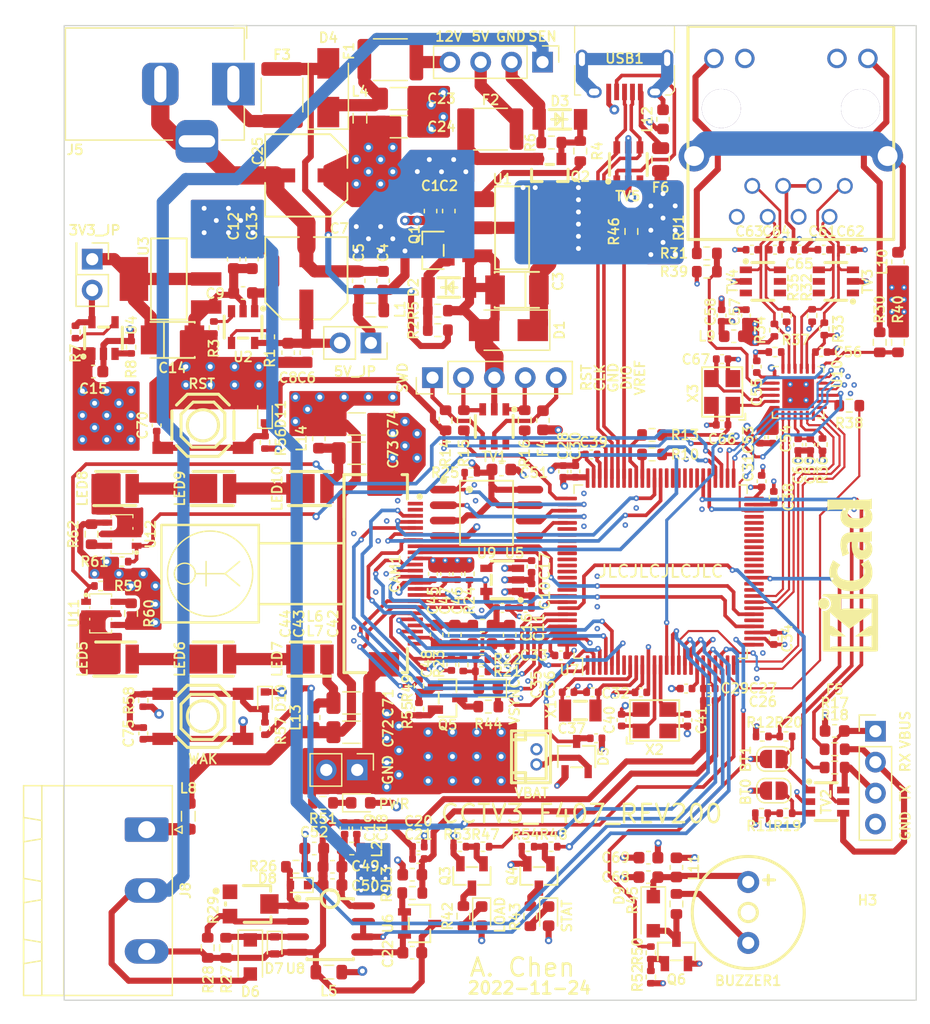
<source format=kicad_pcb>
(kicad_pcb (version 20211014) (generator pcbnew)
  (layers (0 "F.Cu" signal) (1 "In1.Cu" power) (2 "In2.Cu" power) (31 "B.Cu" signal) (34 "B.Paste" user) (35 "F.Paste" user) (36 "B.SilkS" user "B.Silkscreen") (37 "F.SilkS" user "F.Silkscreen") (38 "B.Mask" user) (39 "F.Mask" user) (44 "Edge.Cuts" user))
  (property "BOARDNAME" "CCTV3_F407_REV200")
  (net 0 "")
  (net 1 "+5V")
  (net 2 "+12V")
  (net 3 "/POWER/LDO_5V")
  (net 4 "+5VA")
  (net 5 "/POWER/LDO_3.3V")
  (net 6 "+2V8")
  (net 7 "+3.3V")
  (net 8 "+2V5")
  (net 9 "GNDA")
  (net 10 "+3.3VA")
  (net 11 "/Flash,Camera,4-20mA Receiver/OV_AVDD")
  (net 12 "/Flash,Camera,4-20mA Receiver/OV_AGND")
  (net 13 "PA3")
  (net 14 "/Flash,Camera,4-20mA Receiver/OV_DVDD_1V3")
  (net 15 "NRST")
  (net 17 "PB9")
  (net 18 "PB8")
  (net 19 "GND")
  (net 20 "OV_RESET")
  (net 21 "PA9")
  (net 22 "ADC_20MA")
  (net 23 "PC8")
  (net 26 "Net-(D2-Pad1)")
  (net 27 "VBUS")
  (net 28 "PA13")
  (net 29 "PA14")
  (net 30 "PC11")
  (net 31 "PC10")
  (net 32 "Net-(C6-Pad1)")
  (net 33 "+12VA")
  (net 34 "/PHY,Ethernet/LINK")
  (net 35 "/PHY,Ethernet/SPD")
  (net 36 "Net-(LED8-Pad2)")
  (net 37 "Net-(Q3-Pad1)")
  (net 38 "Net-(Q3-Pad3)")
  (net 39 "Net-(Q4-Pad1)")
  (net 40 "Net-(Q4-Pad3)")
  (net 41 "Net-(Q5-Pad1)")
  (net 42 "Net-(Q5-Pad3)")
  (net 43 "Net-(Q6-Pad1)")
  (net 44 "Net-(R1-Pad2)")
  (net 45 "Net-(R7-Pad2)")
  (net 46 "Net-(R8-Pad1)")
  (net 47 "Net-(CN1-Pad2)")
  (net 48 "BOOT0")
  (net 49 "Net-(D8-Pad2)")
  (net 50 "DCMI_VSYNC")
  (net 51 "OV_PWDN")
  (net 52 "DCMI_HSYNC")
  (net 53 "DCMI_D7")
  (net 54 "/USB,LED,BUZZ,IO,BTB/ID")
  (net 55 "ETH_CLKIN")
  (net 56 "DCMI_D6")
  (net 57 "DCMI_D5")
  (net 58 "DCMI_PIXCLK")
  (net 59 "DCMI_D4")
  (net 60 "DCMI_D0")
  (net 61 "DCMI_D3")
  (net 62 "DCMI_D1")
  (net 63 "DCMI_D2")
  (net 64 "ISEN")
  (net 65 "PA5")
  (net 66 "PB0")
  (net 67 "PB1")
  (net 68 "PE7")
  (net 69 "PE8")
  (net 70 "PE9")
  (net 71 "PE10")
  (net 72 "PE11")
  (net 73 "PE12")
  (net 74 "PE13")
  (net 75 "PE14")
  (net 76 "PE15")
  (net 77 "PB10")
  (net 78 "PB14")
  (net 79 "PB15")
  (net 80 "PD10")
  (net 81 "PD11")
  (net 82 "PD12")
  (net 83 "PD13")
  (net 84 "PD14")
  (net 85 "PD15")
  (net 86 "PA15")
  (net 87 "PC12")
  (net 88 "PD0")
  (net 89 "PD1")
  (net 90 "PD2")
  (net 91 "PD3")
  (net 92 "PD4")
  (net 93 "PD5")
  (net 94 "PD6")
  (net 95 "PD7")
  (net 96 "PB3")
  (net 97 "PB4")
  (net 98 "PB5")
  (net 99 "BOOT1")
  (net 100 "ETH_CRS_DV")
  (net 101 "ETH_RXD1")
  (net 102 "ETH_RXD0")
  (net 103 "LED_LOAD")
  (net 104 "LED_STAT")
  (net 105 "BTN_WKUP")
  (net 106 "Net-(C53-Pad2)")
  (net 107 "BTN_TAMP")
  (net 108 "ETH_MDC")
  (net 109 "ETH_REF_CLK")
  (net 110 "ETH_MDIO")
  (net 111 "ETH_TX_EN")
  (net 112 "ETH_TXD0")
  (net 113 "ETH_TXD1")
  (net 114 "DBG_TX")
  (net 115 "DBG_RX")
  (net 116 "MCO2")
  (net 117 "TX_P")
  (net 118 "TX_N")
  (net 119 "RX_P")
  (net 120 "RX_N")
  (net 121 "Net-(D3-Pad1)")
  (net 122 "Net-(D6-Pad1)")
  (net 123 "Net-(D9-Pad2)")
  (net 124 "/MCU,SWD,UART,BOOT/SWV")
  (net 125 "/MCU,SWD,UART,BOOT/UAV")
  (net 126 "Net-(R3-Pad1)")
  (net 127 "MCO1")
  (net 128 "/MCU,SWD,UART,BOOT/SWN")
  (net 129 "/MCU,SWD,UART,BOOT/SWC")
  (net 130 "/MCU,SWD,UART,BOOT/SWD")
  (net 131 "/MCU,SWD,UART,BOOT/UAR")
  (net 132 "/MCU,SWD,UART,BOOT/UAT")
  (net 133 "/MCU,SWD,UART,BOOT/BT0")
  (net 134 "/MCU,SWD,UART,BOOT/BT1")
  (net 135 "Net-(L10-Pad1)")
  (net 136 "/MCU,SWD,UART,BOOT/SWO")
  (net 139 "+5VIN")
  (net 140 "VREF_IN")
  (net 141 "+12V_DC")
  (net 142 "+12V_POE")
  (net 143 "+5V_POE")
  (net 144 "+12VIN")
  (net 145 "+3.3VIN")
  (net 146 "Net-(LED1-Pad1)")
  (net 147 "Net-(LED2-Pad1)")
  (net 148 "Net-(LED3-Pad1)")
  (net 149 "Net-(LED4-Pad1)")
  (net 150 "Net-(LED5-Pad1)")
  (net 151 "Net-(C5-Pad1)")
  (net 152 "Net-(C17-Pad1)")
  (net 153 "Net-(C23-Pad1)")
  (net 154 "Net-(C35-Pad2)")
  (net 155 "Net-(C36-Pad1)")
  (net 156 "Net-(C37-Pad1)")
  (net 157 "Net-(C38-Pad1)")
  (net 158 "Net-(C39-Pad1)")
  (net 159 "Net-(C40-Pad1)")
  (net 160 "Net-(C41-Pad1)")
  (net 161 "Net-(L12-Pad1)")
  (net 162 "Net-(BUZZER1-Pad1)")
  (net 163 "Net-(BUZZER1-Pad2)")
  (net 164 "PA10")
  (net 165 "USB_D-")
  (net 166 "USB_D+")
  (net 167 "Net-(LED10-Pad1)")
  (net 168 "Net-(C67-Pad1)")
  (net 169 "Net-(C71-Pad1)")
  (net 170 "Net-(C73-Pad1)")
  (net 171 "Net-(C75-Pad1)")
  (net 172 "Net-(F6-Pad2)")
  (net 173 "Net-(LED5-Pad2)")
  (net 174 "Net-(LED6-Pad2)")
  (net 175 "Net-(LED8-Pad1)")
  (net 176 "Net-(R37-Pad2)")
  (net 177 "Net-(R30-Pad1)")
  (net 184 "+3.3V_ETH")
  (net 185 "OV_CLKIN")
  (net 186 "Net-(R28-Pad1)")
  (net 188 "Net-(R31-Pad1)")
  (net 189 "Net-(R36-Pad1)")
  (net 190 "Net-(R38-Pad2)")
  (net 191 "Net-(R60-Pad2)")
  (net 192 "Net-(R62-Pad2)")
  (footprint "Symbol:KiCad-Logo_5mm_SilkScreen" (layer "F.Cu") (at 84.917938 65.105698 90)
    (fp_text reference "REF**" hide)
    (fp_text value "KiCad-Logo_5mm_SilkScreen" hide)
  )
  (footprint "Inductor_SMD:L_0603_1608Metric" (layer "F.Cu") (at 69.2 27.7 -90)
    (fp_text reference "L12")
    (fp_text value "600R")
  )
  (footprint "Resistor_SMD:R_0603_1608Metric" (layer "F.Cu") (at 87 46 -90)
    (fp_text reference "R30")
    (fp_text value "270R")
  )
  (footprint "lcsc_parts:SOT-223_L6.5-W3.5-P2.30-LS7.0-BR" (layer "F.Cu") (at 56.8 36.6 180)
    (fp_text reference "U1")
    (fp_text value "AMS1117-5.0")
  )
  (footprint "Capacitor_SMD:C_0402_1005Metric" (layer "F.Cu") (at 26.500005 78.1 -90)
    (fp_text reference "C75")
    (fp_text value "100nF")
  )
  (footprint "Resistor_SMD:R_0603_1608Metric" (layer "F.Cu") (at 39.04375 89.049995 180)
    (fp_text reference "R26")
    (fp_text value "51R")
  )
  (footprint "lcsc_parts:RES-ADJ-SMD_3P-L3.0-W3.8-P1.75-BR" (layer "F.Cu") (at 35.24375 92.099995 180)
    (fp_text reference "R29")
    (fp_text value "10K")
  )
  (footprint "Capacitor_SMD:C_0402_1005Metric" (layer "F.Cu") (at 60.8 71.7 180)
    (fp_text reference "C33")
    (fp_text value "100nF")
  )
  (footprint "Capacitor_SMD:C_0603_1608Metric" (layer "F.Cu") (at 38.4 46.85 -90)
    (fp_text reference "C8")
    (fp_text value "100nF")
  )
  (footprint "Capacitor_SMD:C_0402_1005Metric" (layer "F.Cu") (at 61.4 74.72 180)
    (fp_text reference "C35")
    (fp_text value "15pF")
  )
  (footprint "lcsc_parts:CAP-SMD_L3.5-W2.8" (layer "F.Cu") (at 28.9 45.8 180)
    (fp_text reference "C14")
    (fp_text value "100uF")
  )
  (footprint "Resistor_SMD:R_0402_1005Metric" (layer "F.Cu") (at 52.79 72.47 90)
    (fp_text reference "R23")
    (fp_text value "10k")
  )
  (footprint "Diode_SMD:D_SOD-123F" (layer "F.Cu") (at 35.29375 96.449995 -90)
    (fp_text reference "D6")
    (fp_text value "1N4148W")
  )
  (footprint "lcsc_parts:SOT-223-3_L6.5-W3.4-P2.30-LS7.0-BR" (layer "F.Cu") (at 28.7 40.8)
    (fp_text reference "U3")
    (fp_text value "AMS1117-3.3")
  )
  (footprint "Diode_SMD:D_SOD-123F" (layer "F.Cu") (at 68.4 92.9 -90)
    (fp_text reference "D9")
    (fp_text value "1N4148W")
  )
  (footprint "Connector_PinHeader_2.54mm:PinHeader_1x04_P2.54mm_Vertical" (layer "F.Cu") (at 86.65 77.92)
    (fp_text reference "J4")
    (fp_text value "UART")
  )
  (footprint "Capacitor_SMD:C_0402_1005Metric" (layer "F.Cu") (at 82.4 38.4 180)
    (fp_text reference "C61")
    (fp_text value "10pF")
  )
  (footprint "MountingHole:MountingHole_3.2mm_M3" (layer "F.Cu") (at 25 33.5)
    (fp_text reference "H4")
    (fp_text value "MountingHole")
  )
  (footprint "Capacitor_SMD:C_0402_1005Metric" (layer "F.Cu") (at 50.3 65 -90)
    (fp_text reference "C45")
    (fp_text value "1uF")
  )
  (footprint "Capacitor_SMD:C_0402_1005Metric" (layer "F.Cu") (at 44.04125 85.894995 90)
    (fp_text reference "C18")
    (fp_text value "1uF")
  )
  (footprint "lcsc_parts:LL-34_L3.5-W1.5-RD" (layer "F.Cu") (at 60.725 27.7 180)
    (fp_text reference "D3")
    (fp_text value "ZMM5V6")
  )
  (footprint "Resistor_SMD:R_0603_1608Metric" (layer "F.Cu") (at 66.6 36.9 90)
    (fp_text reference "R46")
    (fp_text value "0R")
  )
  (footprint "Package_DFN_QFN:QFN-24-1EP_4x4mm_P0.5mm_EP2.6x2.6mm" (layer "F.Cu") (at 80.3 50.1)
    (fp_text reference "U10")
    (fp_text value "LAN8720A")
  )
  (footprint "Capacitor_SMD:C_0402_1005Metric" (layer "F.Cu") (at 74.055 52.775 180)
    (fp_text reference "C66")
    (fp_text value "15pF")
  )
  (footprint "Capacitor_SMD:C_0603_1608Metric" (layer "F.Cu") (at 42.04375 89.049995 180)
    (fp_text reference "C49")
    (fp_text value "1uF")
  )
  (footprint "Capacitor_SMD:C_0603_1608Metric" (layer "F.Cu") (at 34.7 41.95 180)
    (fp_text reference "C9")
    (fp_text value "10uF")
  )
  (footprint "lcsc_parts:SOT-23-6_L2.9-W1.6-P0.95-LS2.8-BR" (layer "F.Cu") (at 82.6 83.7 180)
    (fp_text reference "TV2")
    (fp_text value "SRV05-4-P-T7")
  )
  (footprint "MountingHole:MountingHole_3.2mm_M3" (layer "F.Cu") (at 35 85)
    (fp_text reference "H1")
    (fp_text value "MountingHole")
  )
  (footprint "Resistor_SMD:R_0402_1005Metric" (layer "F.Cu") (at 78.35 45 90)
    (fp_text reference "R34")
    (fp_text value "49.9R")
  )
  (footprint "lcsc_parts:SOT-23-6_L2.9-W1.6-P0.95-LS2.8-BR" (layer "F.Cu") (at 66.35 31.4 -90)
    (fp_text reference "TV5")
    (fp_text value "SRV05-4-P-T7")
  )
  (footprint "Capacitor_SMD:C_0402_1005Metric" (layer "F.Cu") (at 78.2 53.8 90)
    (fp_text reference "C54")
    (fp_text value "470pF")
  )
  (footprint "Resistor_SMD:R_0402_1005Metric" (layer "F.Cu") (at 53.41 56.7 180)
    (fp_text reference "R25")
    (fp_text value "10k")
  )
  (footprint "Connector_PinHeader_2.54mm:PinHeader_1x05_P2.54mm_Vertical" (layer "F.Cu") (at 50.26 48.9 90)
    (fp_text reference "J3")
    (fp_text value "FireDAP-SWD")
  )
  (footprint "Resistor_SMD:R_0402_1005Metric" (layer "F.Cu") (at 54.3 72.01)
    (fp_text reference "R22")
    (fp_text value "2.2k")
  )
  (footprint "lcsc_parts:SOT-23-3_L2.9-W1.3-P1.90-LS2.4-BR" (layer "F.Cu") (at 53.5 89.8 90)
    (fp_text reference "Q3")
    (fp_text value "S9013J3")
  )
  (footprint "Capacitor_SMD:C_0402_1005Metric" (layer "F.Cu") (at 56 67.8)
    (fp_text reference "C16")
    (fp_text value "10uF")
  )
  (footprint "lcsc_parts:SOT-23-3_L2.9-W1.6-P1.90-LS2.8-BR" (layer "F.Cu") (at 62.1 80 -90)
    (fp_text reference "D5")
    (fp_text value "BAT54C")
  )
  (footprint "Resistor_SMD:R_0402_1005Metric" (layer "F.Cu") (at 24.75 64)
    (fp_text reference "R61")
    (fp_text value "10k")
  )
  (footprint "Capacitor_SMD:C_0402_1005Metric" (layer "F.Cu") (at 61 56.6 90)
    (fp_text reference "C28")
    (fp_text value "10uF")
  )
  (footprint "Capacitor_SMD:C_0402_1005Metric" (layer "F.Cu") (at 78.3 58.72 90)
    (fp_text reference "C38")
    (fp_text value "2.2uF")
  )
  (footprint "Capacitor_SMD:C_0402_1005Metric" (layer "F.Cu") (at 49.1 88.4 180)
    (fp_text reference "C21")
    (fp_text value "10uF")
  )
  (footprint "Inductor_SMD:L_0603_1608Metric" (layer "F.Cu") (at 54.36 69.25 180)
    (fp_text reference "L6")
    (fp_text value "600R")
  )
  (footprint "Inductor_SMD:L_0603_1608Metric" (layer "F.Cu") (at 70.3 89.1 -90)
    (fp_text reference "L11")
    (fp_text value "600R")
  )
  (footprint "lcsc_parts:OSC-SMD_4P-L3.2-W2.5-BL" (layer "F.Cu") (at 68.5 77.02)
    (fp_text reference "X2")
    (fp_text value "25M")
  )
  (footprint "Inductor_SMD:L_0603_1608Metric" (layer "F.Cu") (at 48.6 89.7)
    (fp_text reference "L3")
    (fp_text value "600R")
  )
  (footprint "Resistor_SMD:R_0603_1608Metric" (layer "F.Cu") (at 72.8 38.7)
    (fp_text reference "R31")
    (fp_text value "270R")
  )
  (footprint "Resistor_SMD:R_0402_1005Metric" (layer "F.Cu") (at 20.93 45.15 -90)
    (fp_text reference "R7")
    (fp_text value "4.7k")
  )
  (footprint "Resistor_SMD:R_0603_1608Metric" (layer "F.Cu") (at 72.8 40.2)
    (fp_text reference "R39")
    (fp_text value "4.7k")
  )
  (footprint "Resistor_SMD:R_0402_1005Metric" (layer "F.Cu") (at 32.3 44.8 -90)
    (fp_text reference "R3")
    (fp_text value "6.8k")
  )
  (footprint "Capacitor_SMD:C_0402_1005Metric" (layer "F.Cu") (at 51.81 72.45 90)
    (fp_text reference "C48")
    (fp_text value "100nF")
  )
  (footprint "Capacitor_SMD:C_0603_1608Metric" (layer "F.Cu") (at 33.93 39.175 -90)
    (fp_text reference "C12")
    (fp_text value "100nF")
  )
  (footprint "Resistor_SMD:R_0603_1608Metric" (layer "F.Cu") (at 83.3 80.9 180)
    (fp_text reference "R18")
    (fp_text value "49.9R")
  )
  (footprint "Resistor_SMD:R_0603_1608Metric" (layer "F.Cu") (at 88.5 46 -90)
    (fp_text reference "R40")
    (fp_text value "4.7k")
  )
  (footprint "Capacitor_SMD:C_0402_1005Metric" (layer "F.Cu") (at 73 74.42 180)
    (fp_text reference "C27")
    (fp_text value "100nF")
  )
  (footprint "Resistor_SMD:R_0402_1005Metric" (layer "F.Cu") (at 81.45 43.8 90)
    (fp_text reference "R32")
    (fp_text value "49.9R")
  )
  (footprint "Capacitor_SMD:C_0402_1005Metric" (layer "F.Cu") (at 71.1 74.42 180)
    (fp_text reference "C29")
    (fp_text value "100nF")
  )
  (footprint "Capacitor_SMD:C_0402_1005Metric" (layer "F.Cu") (at 78.3 70.32 -90)
    (fp_text reference "C34")
    (fp_text value "100nF")
  )
  (footprint "Resistor_SMD:R_0402_1005Metric" (layer "F.Cu") (at 52.5 87.4)
    (fp_text reference "R53")
    (fp_text value "22k")
  )
  (footprint "Capacitor_SMD:C_0402_1005Metric" (layer "F.Cu") (at 63.3 55.2 180)
    (fp_text reference "C39")
    (fp_text value "2.2uF")
  )
  (footprint "Resistor_SMD:R_0603_1608Metric" (layer "F.Cu") (at 50.7 43.4 180)
    (fp_text reference "R5")
    (fp_text value "47k")
  )
  (footprint "lcsc_parts:SOT-23-3_L2.9-W1.6-P1.90-LS2.8-BR" (layer "F.Cu") (at 50.3 38.45)
    (fp_text reference "Q1")
    (fp_text value "AO3400A")
  )
  (footprint "Connector_Phoenix_MSTB:PhoenixContact_MSTBA_2,5_3-G_1x03_P5.00mm_Horizontal" (layer "F.Cu") (at 26.7775 86 -90)
    (fp_text reference "J8")
    (fp_text value "Conn_4-20mA")
  )
  (footprint "lcsc_parts:SOT-23-6_L2.9-W1.6-P0.95-LS2.8-BR" (layer "F.Cu") (at 77.4 41 180)
    (fp_text reference "TV4")
    (fp_text value "SRV05-4-P-T7")
  )
  (footprint "Resistor_SMD:R_0603_1608Metric" (layer "F.Cu") (at 68.3 53.6)
    (fp_text reference "R13")
    (fp_text value "33R")
  )
  (footprint "Capacitor_SMD:C_0402_1005Metric" (layer "F.Cu") (at 77.3 57.4 90)
    (fp_text reference "C31")
    (fp_text value "100nF")
  )
  (footprint "Resistor_SMD:R_0402_1005Metric" (layer "F.Cu") (at 26.500005 75.4 90)
    (fp_text reference "R58")
    (fp_text value "4.7k")
  )
  (footprint "Capacitor_SMD:C_0603_1608Metric" (layer "F.Cu") (at 44.2 40.95 90)
    (fp_text reference "C5")
    (fp_text value "1uF")
  )
  (footprint "lcsc_parts:SOT-23-6_L2.9-W1.6-P0.95-LS2.8-BR" (layer "F.Cu") (at 55.335 52.9 90)
    (fp_text reference "TV1")
    (fp_text value "SRV05-4-P-T7")
  )
  (footprint "Package_QFP:LQFP-100_14x14mm_P0.5mm" (layer "F.Cu") (at 69 64.82 90)
    (fp_text reference "U7")
    (fp_text value "STM32F407VETx")
  )
  (footprint "lcsc_parts:FC-135R_L3.2-W1.5" (layer "F.Cu") (at 62.4 76.22)
    (fp_text reference "X1")
    (fp_text value "32.768k")
  )
  (footprint "lcsc_parts:SOT-23-6_L2.9-W1.6-P0.95-LS2.8-BR" (layer "F.Cu") (at 83.4 41)
    (fp_text reference "TV3")
    (fp_text value "SRV05-4-P-T7")
  )
  (footprint "Resistor_SMD:R_0603_1608Metric" (layer "F.Cu") (at 57.835 52.4 -90)
    (fp_text reference "R16")
    (fp_text value "49.9R")
  )
  (footprint "Capacitor_SMD:C_0603_1608Metric" (layer "F.Cu") (at 50.1 35.225 -90)
    (fp_text reference "C1")
    (fp_text value "100nF")
  )
  (footprint "Capacitor_SMD:C_0402_1005Metric" (layer "F.Cu") (at 76.9 48 90)
    (fp_text reference "C55")
    (fp_text value "100nF")
  )
  (footprint "lcsc_parts:SW-SMD_4P-L5.1-W5.1-P3.70-LS6.5-TL-2" (layer "F.Cu") (at 31.400005 76.7)
    (fp_text reference "SW1")
    (fp_text value "BTN-TS-1187A-B-A-B")
  )
  (footprint "Resistor_SMD:R_0402_1005Metric" (layer "F.Cu") (at 78.4 46.8)
    (fp_text reference "R37")
    (fp_text value "12.1k")
  )
  (footprint "Capacitor_SMD:C_0603_1608Metric" (layer "F.Cu") (at 50.6 70 90)
    (fp_text reference "C44")
    (fp_text value "100nF")
  )
  (footprint "lcsc_parts:LED-SMD_L3.3-W2.8-RD" (layer "F.Cu") (at 40.5 72)
    (fp_text reference "LED7")
    (fp_text value "JE2835AWT")
  )
  (footprint "Resistor_SMD:R_0402_1005Metric" (layer "F.Cu") (at 79.3 78.35)
    (fp_text reference "R20")
    (fp_text value "1k")
  )
  (footprint "Resistor_SMD:R_0402_1005Metric" (layer "F.Cu") (at 54.4 87.4 180)
    (fp_text reference "R47")
    (fp_text value "47k")
  )
  (footprint "LED_SMD:LED_0603_1608Metric" (layer "F.Cu") (at 54.85 74.4 180)
    (fp_text reference "LED3")
    (fp_text value "VSYNC")
  )
  (footprint "Connector_BarrelJack:BarrelJack_Horizontal" (layer "F.Cu") (at 33.9 24.8)
    (fp_text reference "J5")
    (fp_text value "DC_Jack")
  )
  (footprint "lcsc_parts:SOT-23-3_L2.9-W1.6-P1.90-LS2.8-BR" (layer "F.Cu") (at 49.2 93.7 180)
    (fp_text reference "U6")
    (fp_text value "CJ431")
  )
  (footprint "Resistor_SMD:R_0402_1005Metric" (layer "F.Cu") (at 49.15 74.2 -90)
    (fp_text reference "R49")
    (fp_text value "47k")
  )
  (footprint "Connector_PinHeader_2.54mm:PinHeader_1x02_P2.54mm_Vertical" (layer "F.Cu") (at 44.075 81.1 -90)
    (fp_text reference "J6")
    (fp_text value "Conn_01x02")
  )
  (footprint "Resistor_SMD:R_0603_1608Metric" (layer "F.Cu") (at 33.29375 95.699995 -90)
    (fp_text reference "R27")
    (fp_text value "100R")
  )
  (footprint "Diode_SMD:D_SOD-523" (layer "F.Cu") (at 39.29375 90.549995 180)
    (fp_text reference "D8")
    (fp_text value "PESD3V3S1BA-N")
  )
  (footprint "Jumper:SolderJumper-2_P1.3mm_Open_RoundedPad1.0x1.5mm" (layer "F.Cu") (at 78.3 82.8 180)
    (fp_text reference "JP1")
    (fp_text value "SolderJumper_2_Open")
  )
  (footprint "Fuse:Fuse_1812_4532Metric" (layer "F.Cu") (at 55.025 28.5 180)
    (fp_text reference "F2")
    (fp_text value "FUSE 0.75A")
  )
  (footprint "Capacitor_SMD:C_0603_1608Metric" (layer "F.Cu") (at 22.4 48.4)
    (fp_text reference "C15")
    (fp_text value "10uF")
  )
  (footprint "Resistor_SMD:R_0402_1005Metric" (layer "F.Cu") (at 77.35 78.35 180)
    (fp_text reference "R12")
    (fp_text value "10k")
  )
  (footprint "Inductor_SMD:L_0603_1608Metric" (layer "F.Cu") (at 75.0125 45.5 180)
    (fp_text reference "L9")
    (fp_text value "600R")
  )
  (footprint "Resistor_SMD:R_0603_1608Metric" (layer "F.Cu") (at 31.79375 95.699995 -90)
    (fp_text reference "R28")
    (fp_text value "5.1k")
  )
  (footprint "Capacitor_SMD:C_0603_1608Metric" (layer "F.Cu") (at 46.2 40.95 90)
    (fp_text reference "C4")
    (fp_text value "1uF")
  )
  (footprint "Resistor_SMD:R_0402_1005Metric" (layer "F.Cu") (at 68.2 96.11 -90)
    (fp_text reference "R50")
    (fp_text value "1k")
  )
  (footprint "Capacitor_SMD:C_0402_1005Metric" (layer "F.Cu") (at 81.3 54.4 -90)
    (fp_text reference "C59")
    (fp_text value "10uF")
  )
  (footprint "lcsc_parts:SOT-23-3_L2.9-W1.3-P1.90-LS2.4-BR" (layer "F.Cu") (at 70.3 96 -90)
    (fp_text reference "Q6")
    (fp_text value "SS8050")
  )
  (footprint "lcsc_parts:LED-SMD_L3.3-W2.8-RD" (layer "F.Cu") (at 24.5 72)
    (fp_text reference "LED5")
    (fp_text value "JE2835AWT")
  )
  (footprint "Resistor_SMD:R_0402_1005Metric" (layer "F.Cu") (at 36.500005 77.7 90)
    (fp_text reference "R57")
    (fp_text value "1k")
  )
  (footprint "Fuse:Fuse_1812_4532Metric" (layer "F.Cu") (at 37.9 25.7 90)
    (fp_text reference "F3")
    (fp_text value "FUSE 0.75A")
  )
  (footprint "Resistor_SMD:R_0402_1005Metric" (layer "F.Cu") (at 23 66 180)
    (fp_text reference "R59")
    (fp_text value "10k")
  )
  (footprint "lcsc_parts:CAP-SMD_BD6.3-L6.6-W6.6-LS7.2-R-RD" (layer "F.Cu") (at 39.9 32.3)
    (fp_text reference "C25")
    (fp_text value "220uF")
  )
  (footprint "lcsc_parts:LED-SMD_L3.3-W2.8-RD" (layer "F.Cu") (at 32.5 58)
    (fp_text reference "LED9")
    (fp_text value "JE2835AWT")
  )
  (footprint "Capacitor_SMD:C_0603_1608Metric" (layer "F.Cu") (at 51.6 35.225 -90)
    (fp_text reference "C2")
    (fp_text value "10uF")
  )
  (footprint "Capacitor_SMD:C_0402_1005Metric" (layer "F.Cu") (at 58.4 66.3 90)
    (fp_text reference "C10")
    (fp_text value "100nF")
  )
  (footprint "Inductor_SMD:L_0603_1608Metric" (layer "F.Cu") (at 40.925 53.9 90)
    (fp_text reference "L14")
    (fp_text value "600R")
  )
  (footprint "lcsc_parts:CONN-TH_0530470210" (layer "F.Cu") (at 58.8 80.02 -90)
    (fp_text reference "CN1")
    (fp_text value "VBAT")
  )
  (footprint "Capacitor_SMD:C_1206_3216Metric" (layer "F.Cu") (at 44.025 55.1)
    (fp_text reference "C73")
    (fp_text value "10uF")
  )
  (footprint "Resistor_SMD:R_0402_1005Metric" (layer "F.Cu") (at 53.3 65 90)
    (fp_text reference "R24")
    (fp_text value "10k")
  )
  (footprint "Capacitor_SMD:C_0402_1005Metric" (layer "F.Cu") (at 78.4 38.4)
    (fp_text reference "C64")
    (fp_text value "10pF")
  )
  (footprint "Capacitor_SMD:C_0402_1005Metric" (layer "F.Cu") (at 82.2 46.8)
    (fp_text reference "C56")
    (fp_text value "100nF")
  )
  (footprint "Resistor_SMD:R_0402_1005Metric" (layer "F.Cu") (at 49.15 76.1 90)
    (fp_text reference "R55")
    (fp_text value "22k")
  )
  (footprint "Resistor_SMD:R_0402_1005Metric" (layer "F.Cu") (at 25.5 46.4 90)
    (fp_text reference "R8")
    (fp_text value "6.8k")
  )
  (footprint "Capacitor_SMD:C_0603_1608Metric" (layer "F.Cu") (at 55.92 56.44 180)
    (fp_text reference "C51")
    (fp_text value "100nF")
  )
  (footprint "Capacitor_SMD:C_1206_3216Metric" (layer "F.Cu") (at 44.025 52.7)
    (fp_text reference "C74")
    (fp_text value "10uF")
  )
  (footprint "lcsc_parts:SOT-23-3_L2.9-W1.3-P1.90-LS2.4-BR" (layer "F.Cu") (at 51.5 75.2 180)
    (fp_text reference "Q5")
    (fp_text value "S9013J3")
  )
  (footprint "lcsc_parts:SOT-23-5_L3.0-W1.7-P0.95-LS2.8-BR" (layer "F.Cu") (at 23.23 45.65 -90)
    (fp_text reference "U4")
    (fp_text value "MT9700")
  )
  (footprint "Capacitor_SMD:C_0402_1005Metric" (layer "F.Cu") (at 67.38 74.73 180)
    (fp_text reference "C32")
    (fp_text value "100nF")
  )
  (footprint "Connector_PinHeader_2.54mm:PinHeader_2x01_P2.54mm_Vertical" (layer "F.Cu") (at 22.305 39.175 -90)
    (fp_text reference "J2")
    (fp_text value "Jmp_3.3V")
  )
  (footprint "Inductor_SMD:L_0603_1608Metric" (layer "F.Cu") (at 54.36 70.75 180)
    (fp_text reference "L7")
    (fp_text value "600R")
  )
  (footprint "Capacitor_SMD:C_0402_1005Metric" (layer "F.Cu") (at 63.4 74.72 180)
    (fp_text reference "C36")
    (fp_text value "15pF")
  )
  (footprint "LED_SMD:LED_0603_1608Metric" (layer "F.Cu") (at 54.3 93.1 -90)
    (fp_text reference "LED1")
    (fp_text value "LOAD")
  )
  (footprint "Inductor_SMD:L_0805_2012Metric" (layer "F.Cu") (at 30.2 84.9 90)
    (fp_text reference "L8")
    (fp_text value "100R")
  )
  (footprint "lcsc_parts:SOT-23-5_L3.0-W1.7-P0.95-LS2.8-BR" (layer "F.Cu") (at 55.9875 65.5)
    (fp_text reference "U5")
    (fp_text value "RT9193-28GB")
  )
  (footprint "Resistor_SMD:R_0402_1005Metric" (layer "F.Cu") (at 79.35 43.8 90)
    (fp_text reference "R35")
    (fp_text value "49.9R")
  )
  (footprint "Resistor_SMD:R_0603_1608Metric" (layer "F.Cu") (at 68.3 55.2)
    (fp_text reference "R10")
    (fp_text value "0R")
  )
  (footprint "Capacitor_SMD:C_0603_1608Metric" (layer "F.Cu") (at 48.6 96.1 180)
    (fp_text reference "C22")
    (fp_text value "1uF")
  )
  (footprint "Resistor_SMD:R_0603_1608Metric" (layer "F.Cu") (at 50.7 45)
    (fp_text reference "R2")
    (fp_text value "4.7k")
  )
  (footprint "Capacitor_SMD:C_0402_1005Metric" (layer "F.Cu") (at 84.4 38.4)
    (fp_text reference "C62")
    (fp_text value "10pF")
  )
  (footprint "Resistor_SMD:R_0402_1005Metric" (layer "F.Cu") (at 82.45 44.9 90)
    (fp_text reference "R33")
    (fp_text value "49.9R")
  )
  (footprint "lcsc_parts:SOIC-8_L5.0-W4.0-P1.27-LS6.0-BL" (layer "F.Cu") (at 41.85125 94.164995 -90)
    (fp_text reference "U8")
    (fp_text value "LM358")
  )
  (footprint "lcsc_parts:OSC-SMD_4P-L3.2-W2.5-BL" (layer "F.Cu") (at 74.055 50.075 90)
    (fp_text reference "X3")
    (fp_text value "25M")
  )
  (footprint "Resistor_SMD:R_0603_1608Metric" (layer "F.Cu") (at 22.25 61.75 -90)
    (fp_text reference "R62")
    (fp_text value "20R")
  )
  (footprint "Connector_PinHeader_2.54mm:PinHeader_1x04_P2.54mm_Vertical" (layer "F.Cu") (at 59.3 23 -90)
    (fp_text reference "J7")
    (fp_text value "Conn_01x04")
  )
  (footprint "Inductor_SMD:L_0805_2012Metric" (layer "F.Cu") (at 41.74125 97.694995 180)
    (fp_text reference "L5")
    (fp_text value "100R")
  )
  (footprint "Capacitor_SMD:C_0402_1005Metric" (layer "F.Cu") (at 80.3 54.4 -90)
    (fp_text reference "C60")
    (fp_text value "100nF")
  )
  (footprint "LED_SMD:LED_0603_1608Metric" (layer "F.Cu") (at 59.8 93.1 -90)
    (fp_text reference "LED2")
    (fp_text value "STAT")
  )
  (footprint "Resistor_SMD:R_0402_1005Metric" (layer "F.Cu") (at 60 87.4 180)
    (fp_text reference "R48")
    (fp_text value "47k")
  )
  (footprint "Resistor_SMD:R_0603_1608Metric" (layer "F.Cu") (at 60.025 29.6)
    (fp_text reference "R6")
    (fp_text value "47k")
  )
  (footprint "Capacitor_SMD:C_0402_1005Metric" (layer "F.Cu") (at 76.5 38.4 180)
    (fp_text reference "C63")
    (fp_text value "10pF")
  )
  (footprint "lcsc_parts:LED-SMD_L3.3-W2.8-RD" (layer "F.Cu") (at 24.5 58)
    (fp_text reference "LED8")
    (fp_text value "JE2835AWT")
  )
  (footprint "MountingHole:MountingHole_3.2mm_M3" (layer "F.Cu") (at 86 96)
    (fp_text reference "H3")
    (fp_text value "MountingHole")
  )
  (footprint "lcsc_parts:SC-74-6_L2.9-W1.6-P0.95-LS2.5-BR" (layer "F.Cu") (at 24.75 61.75)
    (fp_text reference "U12")
    (fp_text value "BCR421UE6327")
  )
  (footprint "Capacitor_SMD:C_0603_1608Metric" (layer "F.Cu") (at 40.54375 87.549995 180)
    (fp_text reference "C52")
    (fp_text value "4.7nF")
  )
  (footprint "Capacitor_SMD:C_1206_3216Metric" (layer "F.Cu") (at 47.5 28.3)
    (fp_text reference "C24")
    (fp_text value "10uF")
  )
  (footprint "Resistor_SMD:R_0402_1005Metric" (layer "F.Cu") (at 36.5 54.21 90)
    (fp_text reference "R56")
    (fp_text value "1k")
  )
  (footprint "Capacitor_SMD:C_0402_1005Metric" (layer "F.Cu") (at 43.04125 85.894995 90)
    (fp_text reference "C19")
    (fp_text value "1uF")
  )
  (footprint "Resistor_SMD:R_0603_1608Metric" (layer "F.Cu") (at 41.2625 83.8 180)
    (fp_text reference "R51")
    (fp_text value "220")
  )
  (footprint "Resistor_SMD:R_0603_1608Metric" (layer "F.Cu") (at 58.3 93.1 90)
    (fp_text reference "R43")
    (fp_text value "330")
  )
  (footprint "Resistor_SMD:R_0603_1608Metric" (layer "F.Cu") (at 25.5 68.25 90)
    (fp_text reference "R60")
    (fp_text value "20R")
  )
  (footprint "Capacitor_SMD:C_0402_1005Metric" (layer "F.Cu") (at 74.055 47.375)
    (fp_text reference "C67")
    (fp_text value "15pF")
  )
  (footprint "Fuse:Fuse_0805_2012Metric" (layer "F.Cu") (at 69 31 90)
    (fp_text reference "F6")
    (fp_text value "FUSE 500mA")
  )
  (footprint "Diode_SMD:D_SOD-523" (layer "F.Cu") (at 36.500005 75.4 -90)
    (fp_text reference "D10")
    (fp_text value "PESD3V3S1BA-N")
  )
  (footprint "lcsc_parts:LED-SMD_L3.3-W2.8-RD" (layer "F.Cu") (at 40.5 58)
    (fp_text reference "LED10")
    (fp_text value "JE2835AWT")
  )
  (footprint "Resistor_SMD:R_0603_1608Metric" (layer "F.Cu") (at 51.335 52.4 -90)
    (fp_text reference "R14")
    (fp_text value "49.9R")
  )
  (footprint "Capacitor_SMD:C_1206_3216Metric" (layer "F.Cu") (at 43.6 75.6)
    (fp_text reference "C71")
    (fp_text value "10uF")
  )
  (footprint "Capacitor_SMD:C_0402_1005Metric" (layer "F.Cu") (at 63.7 78.5)
    (fp_text reference "C37")
    (fp_text value "100nF")
  )
  (footprint "Resistor_SMD:R_0603_1608Metric" (layer "F.Cu") (at 52.8 93.1 90)
    (fp_text reference "R42")
    (fp_text value "330")
  )
  (footprint "Capacitor_SMD:C_0603_1608Metric" (layer "F.Cu") (at 68 88.3 180)
    (fp_text reference "C68")
    (fp_text value "10uF")
  )
  (footprint "Resistor_SMD:R_0603_1608Metric" (layer "F.Cu") (at 48.6 91.2)
    (fp_text reference "R9")
    (fp_text value "800R")
  )
  (footprint "Capacitor_SMD:C_0402_1005Metric" (layer "F.Cu") (at 74.0125 43.8 90)
    (fp_text reference "C58")
    (fp_text value "10uF")
  )
  (footprint "LED_SMD:LED_0603_1608Metric" (layer "F.Cu") (at 44.3625 83.8)
    (fp_text reference "LED4")
    (fp_text value "PWR")
  )
  (footprint "Resistor_SMD:R_0402_1005Metric" (layer "F.Cu") (at 82.3 54.4 -90)
    (fp_text reference "R36")
    (fp_text value "10k")
  )
  (footprint "Capacitor_SMD:C_0603_1608Metric" (layer "F.Cu") (at 52.1 70 -90)
    (fp_text reference "C43")
    (fp_text value "10uF")
  )
  (footprint "Resistor_SMD:R_0603_1608Metric" (layer "F.Cu") (at 83.3 79.4 180)
    (fp_text reference "R17")
    (fp_text value "49.9R")
  )
  (footprint "Inductor_SMD:L_0603_1608Metric" (layer "F.Cu") (at 43.62875 87.549995 180)
    (fp_text reference "L2")
    (fp_text value "600R")
  )
  (footprint "Resistor_SMD:R_0402_1005Metric" (layer "F.Cu") (at 68.2 98.1 90)
    (fp_text reference "R52")
    (fp_text value "10k")
  )
  (footprint "Diode_SMD:D_SOD-523" (layer "F.Cu") (at 37.29375 95.499995 -90)
    (fp_text reference "D7")
    (fp_text value "PESD3V3S1BA-N")
  )
  (footprint "Capacitor_SMD:C_0402_1005Metric" (layer "F.Cu") (at 77.2 53.8 90)
    (fp_text reference "C53")
    (fp_text value "1uF")
  )
  (footprint "Inductor_SMD:L_0603_1608Metric" (layer "F.Cu") (at 40.5 76.8 -90)
    (fp_text reference "L13")
    (fp_text value "600R")
  )
  (footprint "Capacitor_SMD:C_0402_1005Metric" (layer "F.Cu") (at 80.4 38.4 180)
    (fp_text reference "C65")
    (fp_text value "220nF")
  )
  (footprint "Capacitor_SMD:C_0402_1005Metric" (layer "F.Cu") (at 62 56.6 90)
    (fp_text reference "C30")
    (fp_text value "100nF")
  )
  (footprint "lcsc_parts:CAP-SMD_BD6.3-L6.6-W6.6-LS7.2-R-RD" (layer "F.Cu") (at 39.9 40.75 -90)
    (fp_text reference "C7")
    (fp_text value "220uF")
  )
  (footprint "Capacitor_SMD:C_1206_3216Metric" (layer "F.Cu") (at 43.6 78)
    (fp_text reference "C72")
    (fp_text value "10uF")
  )
  (footprint "lcsc_parts:SOIC-8_L5.3-W5.3-P1.27-LS8.0-BL" (layer "F.Cu") (at 54.7 60 -90)
    (fp_text reference "U9")
    (fp_text value "W25Q128JVSIQTR")
  )
  (footprint "lcsc_parts:BUZ-TH_BD9.0-P5.00-D0.6-FD" (layer "F.Cu") (at 76.2 92.8 -90)
    (fp_text reference "BUZZER1")
    (fp_text value "HNB09A03")
  )
  (footprint "lcsc_parts:SC-74-6_L2.9-W1.6-P0.95-LS2.5-BR" (layer "F.Cu") (at 23 68.25 180)
    (fp_text reference "U11")
    (fp_text value "BCR421UE6327")
  )
  (footprint "Jumper:SolderJumper-2_P1.3mm_Open_RoundedPad1.0x1.5mm" (layer "F.Cu") (at 78.3 80.2 180)
    (fp_text reference "JP2")
    (fp_text value "SolderJumper_2_Open")
  )
  (footprint "Capacitor_SMD:C_0402_1005Metric" (layer "F.Cu") (at 57.9 67.8 180)
    (fp_text reference "C11")
    (fp_text value "10uF")
  )
  (footprint "lcsc_parts:MICRO-USB-SMD_10118194-0001LF" (layer "F.Cu") (at 66.0375 24.1 180)
    (fp_text reference "USB1")
    (fp_text value "Micro")
  )
  (footprint "Fuse:Fuse_0603_1608Metric" (layer "F.Cu") (at 59.335 52.4 90)
    (fp_text reference "F4")
    (fp_text value "100mA")
  )
  (footprint "Fuse:Fuse_1812_4532Metric" (layer "F.Cu") (at 46.8 22.8 180)
    (fp_text reference "F1")
    (fp_text value "FUSE 0.75A")
  )
  (footprint "lcsc_parts:SOT-23-5_L3.0-W1.7-P0.95-LS2.8-BR" (layer "F.Cu") (at 34.7 44.75 90)
    (fp_text reference "U2")
    (fp_text value "MT9700")
  )
  (footprint "lcsc_parts:SOT-23-3_L2.9-W1.3-P1.90-LS2.4-BR" (layer "F.Cu") (at 59 89.8 90)
    (fp_text reference "Q4")
    (fp_text value "S9013J3")
  )
  (footprint "Capacitor_SMD:C_0402_1005Metric" (layer "F.Cu") (at 71.2 77.01 -90)
    (fp_text reference "C41")
    (fp_text value "15pF")
  )
  (footprint "lcsc_parts:LL-34_L3.5-W1.5-RD" (layer "F.Cu") (at 51.6 41.5)
    (fp_text reference "D2")
    (fp_text value "ZMM10")
  )
  (footprint "Diode_SMD:D_SMA" (layer "F.Cu") (at 41.7 25.1 90)
    (fp_text reference "D4")
    (fp_text value "SS34")
  )
  (footprint "Capacitor_SMD:C_0603_1608Metric" (layer "F.Cu") (at 56.6 70 90)
    (fp_text reference "C42")
    (fp_text value "1uF")
  )
  (footprint "Capacitor_SMD:C_0603_1608Metric" (layer "F.Cu") (at 35.43 39.175 -90)
    (fp_text reference "C13")
    (fp_text value "10uF")
  )
  (footprint "Capacitor_SMD:C_0402_1005Metric" (layer "F.Cu") (at 49.1 87.4 180)
    (fp_text reference "C20")
    (fp_text value "10uF")
  )
  (footprint "Resistor_SMD:R_0603_1608Metric" (layer "F.Cu") (at 70.3 92.1 -90)
    (fp_text reference "R45")
    (fp_text value "0")
  )
  (footprint "Resistor_SMD:R_0603_1608Metric" (layer "F.Cu") (at 54.85 75.9 180)
    (fp_text reference "R44")
    (fp_text value "330")
  )
  (footprint "lcsc_parts:CAP-SMD_L3.5-W2.8" (layer "F.Cu") (at 57.2 41.7)
    (fp_text reference "C3")
    (fp_text value "100uF")
  )
  (footprint "Capacitor_SMD:C_0402_1005Metric" (layer "F.Cu") (at 65.8 77.01 90)
    (fp_text reference "C40")
    (fp_text value "15pF")
  )
  (footprint "Capacitor_SMD:C_0603_1608Metric" (layer "F.Cu") (at 39.9 46.85 -90)
    (fp_text reference "C6")
    (fp_text value "10uF")
  )
  (footprint "Capacitor_SMD:C_0402_1005Metric" (layer "F.Cu") (at 51.3 65 90)
    (fp_text reference "C47")
    (fp_text value "10uF")
  )
  (footprint "Fuse:Fuse_0603_1608Metric" (layer "F.Cu") (at 83.3 77.9 180)
    (fp_text reference "F5")
    (fp_text value "100mA")
  )
  (footprint "Resistor_SMD:R_0603_1608Metric" (layer "F.Cu") (at 62.4 30.3 -90)
    (fp_text reference "R4")
    (fp_text value "4.7k")
  )
  (footprint "Capacitor_SMD:C_0402_1005Metric" (layer "F.Cu") (at 73 75.42 180)
    (fp_text reference "C26")
    (fp_text value "100nF")
  )
  (footprint "MountingHole:MountingHole_3.2mm_M3" (layer "F.Cu") (at 69.2 45.6)
    (fp_text reference "H2")
    (fp_text value "MountingHole")
  )
  (footprint "Capacitor_SMD:C_1206_3216Metric" (layer "F.Cu") (at 47.5 26)
    (fp_text reference "C23")
    (fp_text value "10uF")
  )
  (footprint "Connector_PinHeader_2.54mm:PinHeader_2x01_P2.54mm_Vertical" (layer "F.Cu") (at 45.2 46.05 180)
    (fp_text reference "J1")
    (fp_text value "Jmp_5V")
  )
  (footprint "lcsc_parts:RJ45-TH_HY951180A" (layer "F.Cu") (at 79.7 29.2)
    (fp_text reference "RJ1")
    (fp_text value "HY951180A")
  )
  (footprint "Capacitor_SMD:C_0402_1005Metric" (layer "F.Cu") (at 76.0125 43.8 90)
    (fp_text reference "C57")
    (fp_text value "10uF")
  )
  (footprint "lcsc_parts:OV2640_7mm_FPC-05F-24PH20" (layer "F.Cu") (at 47.56 64.99 -90)
    (fp_text reference "CAM1")
    (fp_text value "OV2640_7mm_FPC-05F-24PH20")
  )
  (footprint "Capacitor_SMD:C_0402_1005Metric" (layer "F.Cu") (at 27.6 52.81 90)
    (fp_text reference "C70")
    (fp_text value "100nF")
  )
  (footprint "Capacitor_SMD:C_0603_1608Metric" (layer "F.Cu") (at 42.04375 90.549995)
    (fp_text reference "C50")
    (fp_text value "100nF")
  )
  (footprint "Resistor_SMD:R_0402_1005Metric" (layer "F.Cu") (at 58.1 87.4)
    (fp_text reference "R54")
    (fp_text value "22k")
  )
  (footprint "Inductor_SMD:L_0603_1608Metric" (layer "F.Cu") (at 88.5 39.4 -90)
    (fp_text reference "L10")
    (fp_text value "600R")
  )
  (footprint "Resistor_SMD:R_0402_1005Metric" (layer "F.Cu") (at 79.3 84.65 180)
    (fp_text reference "R19")
    (fp_text value "1k")
  )
  (footprint "lcsc_parts:SOT-23_L2.9-W1.3-P1.90-LS2.4-BR" (layer "F.Cu") (at 59.9 32.1 90)
    (fp_text reference "Q2")
    (fp_text value "AO3401A")
  )
  (footprint "Capacitor_SMD:C_0402_1005Metric" (layer "F.Cu") (at 52.3 65 90)
    (fp_text reference "C46")
    (fp_text value "100nF")
  )
  (footprint "Inductor_SMD:L_0805_2012Metric" (layer "F.Cu") (at 44.3 27.6 -90)
    (fp_text reference "L4")
    (fp_text value "100R")
  )
  (footprint "Diode_SMD:D_SMA" (layer "F.Cu") (at 56.5 45 180)
    (fp_text reference "D1")
    (fp_text value "SMAJ5.0CA")
  )
  (footprint "Inductor_SMD:L_0805_2012Metric" (layer "F.Cu") (at 45.2 43.35 180)
    (fp_text reference "L1")
    (fp_text value "100R")
  )
  (footprint "Resistor_SMD:R_0603_1608Metric" (layer "F.Cu") (at 52.835 52.4 -90)
    (fp_text reference "R15")
    (fp_text value "49.9R")
  )
  (footprint "Capacitor_SMD:C_0603_1608Metric" (layer "F.Cu") (at 68 89.9)
    (fp_text reference "C69")
    (fp_text value "10uF")
  )
  (footprint "Resistor_SMD:R_0402_1005Metric" (layer "F.Cu") (at 77.29 84.65 180)
    (fp_text reference "R11")
    (fp_text value "10k")
  )
  (footprint "Resistor_SMD:R_0402_1005Metric" (layer "F.Cu") (at 36.9 45.55 90)
    (fp_text reference "R1")
    (fp_text value "4.7k")
  )
  (footprint "Resistor_SMD:R_0603_1608Metric" (layer "F.Cu") (at 84.5 51.2 180)
    (fp_text reference "R38")
    (fp_text value "33R")
  )
  (footprint "lcsc_parts:SW-SMD_4P-L5.1-W5.1-P3.70-LS6.5-TL-2" (layer "F.Cu") (at 31.4 52.81 180)
    (fp_text reference "SW2")
    (fp_text value "BTN-TS-1187A-B-A-B")
  )
  (footprint "lcsc_parts:LED-SMD_L3.3-W2.8-RD" (layer "F.Cu") (at 32.5 72)
    (fp_text reference "LED6")
    (fp_text value "JE2835AWT")
  )
  (footprint "Capacitor_SMD:C_0402_1005Metric" (layer "F.Cu") (at 58.4 64.4 -90)
    (fp_text reference "C17")
    (fp_text value "22nF")
  )
  (footprint "Diode_SMD:D_SOD-523" (layer "F.Cu") (at 36.5 51.91 90)
    (fp_text reference "D11")
    (fp_text value "PESD3V3S1BA-N")
  )
  (footprint "Resistor_SMD:R_0402_1005Metric" (layer "F.Cu") (at 54.3 73.01)
    (fp_text reference "R21")
    (fp_text value "2.2k")
  )
  (gr_rect locked (start 20 20) (end 90 100) (layer "Edge.Cuts") (width 0.1) (fill none))
  (gr_text "2022-11-24" (at 63.4 99) (layer "F.SilkS") (effects (font (size 1 1) (thickness 0.2)) (justify right)))
  (gr_text "RST" (at 62.9 48.9 90) (layer "F.SilkS") (effects (font (size 0.8 0.8))))
  (gr_text "LOAD" (at 55.8 93 90) (layer "F.SilkS") (effects (font (size 0.8 0.8))))
  (gr_text "3V3_JP" (at 22.5 36.8) (layer "F.SilkS") (effects (font (size 0.8 0.8))))
  (gr_text "SWD" (at 47.8 48.9 90) (layer "F.SilkS") (effects (font (size 0.8 0.8))))
  (gr_text "VBUS" (at 89.1 77.8 90) (layer "F.SilkS") (effects (font (size 0.8 0.8))))
  (gr_text "GND" (at 46.6 81.1 90) (layer "F.SilkS") (effects (font (size 0.8 0.8))))
  (gr_text "GND" (at 65.1 48.9 90) (layer "F.SilkS") (effects (font (size 0.8 0.8))))
  (gr_text "GND" (at 56.7 20.9) (layer "F.SilkS") (effects (font (size 0.8 0.8))))
  (gr_text "PWR" (at 47.1 83.9) (layer "F.SilkS") (effects (font (size 0.8 0.8))))
  (gr_text "TX" (at 89.1 83 90) (layer "F.SilkS") (effects (font (size 0.8 0.8))))
  (gr_text "CLK" (at 64 48.9 90) (layer "F.SilkS") (effects (font (size 0.8 0.8))))
  (gr_text "GND" (at 89.1 85.7 90) (layer "F.SilkS") (effects (font (size 0.8 0.8))))
  (gr_text "BT1" (at 76 80.2 90) (layer "F.SilkS") (effects (font (size 0.8 0.8))))
  (gr_text "VREF" (at 67.3 48.9 90) (layer "F.SilkS") (effects (font (size 0.8 0.8))))
  (gr_text "5V_JP" (at 43.9 48.4) (layer "F.SilkS") (effects (font (size 0.8 0.8))))
  (gr_text "WAK" (at 31.4 80.2) (layer "F.SilkS") (effects (font (size 0.8 0.8))))
  (gr_text "CCTV3_F407_REV200" (at 62.5 84.7) (layer "F.SilkS") (effects (font (size 1.5 1.5) (thickness 0.2))))
  (gr_text "RX\n" (at 89.1 80.5 90) (layer "F.SilkS") (effects (font (size 0.8 0.8))))
  (gr_text "VBAT" (at 58.4 83) (layer "F.SilkS") (effects (font (size 0.8 0.8))))
  (gr_text "12V" (at 51.6 20.9) (layer "F.SilkS") (effects (font (size 0.8 0.8))))
  (gr_text "STAT" (at 61.3 93.1 90) (layer "F.SilkS") (effects (font (size 0.8 0.8))))
  (gr_text "RST" (at 31.3 49.4) (layer "F.SilkS") (effects (font (size 0.8 0.8))))
  (gr_text "JLCJLCJLCJLC" (at 69 64.8) (layer "F.SilkS") (effects (font (size 1 1))))
  (gr_text "5V\n" (at 54.2 20.9) (layer "F.SilkS") (effects (font (size 0.8 0.8))))
  (gr_text "BT0" (at 76 82.9 90) (layer "F.SilkS") (effects (font (size 0.8 0.8))))
  (gr_text "DIO" (at 66.2 48.9 90) (layer "F.SilkS") (effects (font (size 0.8 0.8))))
  (gr_text "SEN" (at 59.3 20.9) (layer "F.SilkS") (effects (font (size 0.8 0.8))))
  (gr_text "VSYNC" (at 57 75.5 90) (layer "F.SilkS") (effects (font (size 0.8 0.8))))
  (gr_text "A. Chen" (at 62.1 97.3) (layer "F.SilkS") (effects (font (size 1.5 1.5) (thickness 0.2)) (justify right)))
  (segment (start 36.6 38.4) (end 37.3 39.1) (width 0.75) (layer "F.Cu") (net 1))
  (segment (start 35.65 42.125) (end 35.475 41.95) (width 0.5) (layer "F.Cu") (net 1))
  (segment (start 37.3 39.1) (end 37.3 41.2) (width 0.75) (layer "F.Cu") (net 1))
  (segment (start 35.65 43.45) (end 35.65 42.125) (width 0.5) (layer "F.Cu") (net 1))
  (segment (start 31.77 38.4) (end 31.67 38.5) (width 0.75) (layer "F.Cu") (net 1))
  (segment (start 44.04125 87.174995) (end 44.41625 87.549995) (width 0.5) (layer "F.Cu") (net 1))
  (segment (start 44.4 87.566245) (end 44.41625 87.549995) (width 0.5) (layer "F.Cu") (net 1))
  (segment (start 35.43 38.4) (end 33.93 38.4) (width 0.75) (layer "F.Cu") (net 1))
  (segment (start 36.55 41.95) (end 35.475 41.95) (width 0.75) (layer "F.Cu") (net 1))
  (segment (start 33.93 38.4) (end 31.77 38.4) (width 0.75) (layer "F.Cu") (net 1))
  (segment (start 44.04125 86.374995) (end 44.04125 87.174995) (width 0.5) (layer "F.Cu") (net 1))
  (segment (start 35.43 38.4) (end 36.6 38.4) (width 0.75) (layer "F.Cu") (net 1))
  (segment (start 37.3 41.2) (end 36.55 41.95) (width 0.75) (layer "F.Cu") (net 1))
  (via (at 46.4 89) (size 0.6) (drill 0.3) (layers "F.Cu" "B.Cu") (net 1))
  (via (at 33.5 37) (size 0.8) (drill 0.4) (layers "F.Cu" "B.Cu") (net 1))
  (via (at 44.4 90) (size 0.6) (drill 0.3) (layers "F.Cu" "B.Cu") (net 1))
  (via (at 44.4 89) (size 0.6) (drill 0.3) (layers "F.Cu" "B.Cu") (net 1))
  (via (at 34.5 36) (size 0.8) (drill 0.4) (layers "F.Cu" "B.Cu") (net 1))
  (via (at 35.5 35) (size 0.8) (drill 0.4) (layers "F.Cu" "B.Cu") (net 1))
  (via (at 31.5 35) (size 0.8) (drill 0.4) (layers "F.Cu" "B.Cu") (net 1))
  (via (at 45.4 91) (size 0.6) (drill 0.3) (layers "F.Cu" "B.Cu") (net 1))
  (via (at 45.4 90) (size 0.6) (drill 0.3) (layers "F.Cu" "B.Cu") (net 1))
  (via (at 46.4 90) (size 0.6) (drill 0.3) (layers "F.Cu" "B.Cu") (net 1))
  (via (at 35.5 37) (size 0.8) (drill 0.4) (layers "F.Cu" "B.Cu") (net 1))
  (via (at 33.5 35) (size 0.8) (drill 0.4) (layers "F.Cu" "B.Cu") (net 1))
  (via (at 32.5 36) (size 0.8) (drill 0.4) (layers "F.Cu" "B.Cu") (net 1))
  (via (at 44.4 91) (size 0.6) (drill 0.3) (layers "F.Cu" "B.Cu") (net 1))
  (via (at 31.5 37) (size 0.8) (drill 0.4) (layers "F.Cu" "B.Cu") (net 1))
  (via (at 46.4 91) (size 0.6) (drill 0.3) (layers "F.Cu" "B.Cu") (net 1))
  (via (at 45.4 89) (size 0.6) (drill 0.3) (layers "F.Cu" "B.Cu") (net 1))
  (segment (start 34.5 36) (end 37.1 38.6) (width 1) (layer "B.Cu") (net 1))
  (segment (start 37.1 52.795786) (end 39.1 54.795786) (width 1) (layer "B.Cu") (net 1))
  (segment (start 37.1 38.6) (end 37.1 52.795786) (width 1) (layer "B.Cu") (net 1))
  (segment (start 39.1 83.7) (end 45.4 90) (width 1) (layer "B.Cu") (net 1))
  (segment (start 39.1 54.795786) (end 39.1 83.7) (width 1) (layer "B.Cu") (net 1))
  (segment (start 47.45 34.45) (end 45.3 32.3) (width 0.75) (layer "F.Cu") (net 2))
  (segment (start 62.4 31.5) (end 62.4 31.125) (width 0.5) (layer "F.Cu") (net 2))
  (segment (start 44 53.6) (end 43.1 52.7) (width 0.75) (layer "F.Cu") (net 2))
  (segment (start 39 78) (end 42.125 78) (width 1) (layer "F.Cu") (net 2))
  (segment (start 53.79 34.45) (end 53.94 34.3) (width 0.75) (layer "F.Cu") (net 2))
  (segment (start 53.94 34.3) (end 56.14 32.1) (width 0.5) (layer "F.Cu") (net 2))
  (segment (start 51.6 34.45) (end 53.79 34.45) (width 0.75) (layer "F.Cu") (net 2))
  (segment (start 43.1 52.7) (end 42.55 52.7) (width 0.75) (layer "F.Cu") (net 2))
  (segment (start 43.6 77.2) (end 43.6 74.033274) (width 0.75) (layer "F.Cu") (net 2))
  (segment (start 61.8 32.1) (end 62.4 31.5) (width 0.5) (layer "F.Cu") (net 2))
  (segment (start 45.6625 31.4375) (end 45.6625 28.6625) (width 1.5) (layer "F.Cu") (net 2))
  (segment (start 56.14 32.1) (end 61.8 32.1) (width 0.5) (layer "F.Cu") (net 2))
  (segment (start 42.45 32.3) (end 44.8 32.3) (width 1.5) (layer "F.Cu") (net 2))
  (segment (start 36.77 80.23) (end 39 78) (width 1) (layer "F.Cu") (net 2))
  (segment (start 45.6625 28.6625) (end 46.025 28.3) (width 1) (layer "F.Cu") (net 2))
  (segment (start 30.2 81.8) (end 31.77 80.23) (width 1) (layer "F.Cu") (net 2))
  (segment (start 42.125 78) (end 40.9125 78) (width 0.75) (layer "F.Cu") (net 2))
  (segment (start 45.3 32.3) (end 42.45 32.3) (width 0.75) (layer "F.Cu") (net 2))
  (segment (start 43.6 74.033274) (end 42.8 73.233274) (width 0.75) (layer "F.Cu") (net 2))
  (segment (start 42.8 58.5) (end 44 57.3) (width 0.75) (layer "F.Cu") (net 2))
  (segment (start 40.925 53.1125) (end 42.1375 53.1125) (width 0.75) (layer "F.Cu") (net 2))
  (segment (start 31.77 80.23) (end 36.77 80.23) (width 1) (layer "F.Cu") (net 2))
  (segment (start 44 57.3) (end 44 53.6) (width 0.75) (layer "F.Cu") (net 2))
  (segment (start 50.1 34.45) (end 51.6 34.45) (width 0.75) (layer "F.Cu") (net 2))
  (segment (start 42.8 73.233274) (end 42.8 58.5) (width 0.75) (layer "F.Cu") (net 2))
  (segment (start 40.9125 78) (end 40.5 77.5875) (width 0.75) (layer "F.Cu") (net 2))
  (segment (start 44.8 32.3) (end 45.6625 31.4375) (width 1.5) (layer "F.Cu") (net 2))
  (segment (start 30.2 83.8375) (end 30.2 81.8) (width 1) (layer "F.Cu") (net 2))
  (segment (start 44.3 28.6625) (end 45.6625 28.6625) (width 1) (layer "F.Cu") (net 2))
  (segment (start 42.1375 53.1125) (end 42.55 52.7) (width 0.75) (layer "F.Cu") (net 2))
  (segment (start 50.1 34.45) (end 47.45 34.45) (width 0.75) (layer "F.Cu") (net 2))
  (segment (start 42.8 78) (end 43.6 77.2) (width 0.75) (layer "F.Cu") (net 2))
  (segment (start 42.125 78) (end 42.8 78) (width 0.75) (layer "F.Cu") (net 2))
  (via (at 45 50.5) (size 0.8) (drill 0.4) (layers "F.Cu" "B.Cu") (net 2))
  (via (at 43 50.5) (size 0.8) (drill 0.4) (layers "F.Cu" "B.Cu") (net 2))
  (via (at 46 31) (size 0.8) (drill 0.4) (layers "F.Cu" "B.Cu") (net 2))
  (via (at 47 32) (size 0.8) (drill 0.4) (layers "F.Cu" "B.Cu") (net 2))
  (via (at 46 33) (size 0.8) (drill 0.4) (layers "F.Cu" "B.Cu") (net 2))
  (via (at 44 31) (size 0.8) (drill 0.4) (layers "F.Cu" "B.Cu") (net 2))
  (via (at 39 52.5) (size 0.8) (drill 0.4) (layers "F.Cu" "B.Cu") (net 2))
  (via (at 45 30) (size 0.8) (drill 0.4) (layers "F.Cu" "B.Cu") (net 2))
  (via (at 44 33) (size 0.8) (drill 0.4) (layers "F.Cu" "B.Cu") (net 2))
  (via (at 41 50.5) (size 0.8) (drill 0.4) (layers "F.Cu" "B.Cu") (net 2))
  (via (at 39 50.5) (size 0.8) (drill 0.4) (layers "F.Cu" "B.Cu") (net 2))
  (via (at 47 30) (size 0.8) (drill 0.4) (layers "F.Cu" "B.Cu") (net 2))
  (via (at 47 50.5) (size 0.8) (drill 0.4) (layers "F.Cu" "B.Cu") (net 2))
  (via (at 45 32) (size 0.8) (drill 0.4) (layers "F.Cu" "B.Cu") (net 2))
  (via (at 40 51.5) (size 0.8) (drill 0.4) (layers "F.Cu" "B.Cu") (net 2))
  (segment (start 53.3 36.6) (end 53.94 36.6) (width 0.75) (layer "F.Cu") (net 3))
  (segment (start 51.54 37.5) (end 52.4 37.5) (width 0.75) (layer "F.Cu") (net 3))
  (segment (start 59 40.2) (end 59.7 39.5) (width 1.5) (layer "F.Cu") (net 3))
  (segment (start 59 41.7) (end 59 40.2) (width 1.5) (layer "F.Cu") (net 3))
  (segment (start 59.7 39.5) (end 59.7 36.64) (width 1.5) (layer "F.Cu") (net 3))
  (segment (start 59.7 36.64) (end 59.66 36.6) (width 1.5) (layer "F.Cu") (net 3))
  (segment (start 53.94 36.6) (end 59.66 36.6) (width 1) (layer "F.Cu") (net 3))
  (segment (start 52.4 37.5) (end 53.3 36.6) (width 0.75) (layer "F.Cu") (net 3))
  (segment (start 59 44.5) (end 58.5 45) (width 1.5) (layer "F.Cu") (net 3))
  (segment (start 59 41.7) (end 59 44.5) (width 1.5) (layer "F.Cu") (net 3))
  (segment (start 42.81875 89.049995) (end 42.81875 90.549995) (width 0.5) (layer "F.Cu") (net 4))
  (segment (start 42.81875 87.572495) (end 42.84125 87.549995) (width 0.5) (layer "F.Cu") (net 4))
  (segment (start 43.49875 92.254995) (end 44.56125 92.254995) (width 0.5) (layer "F.Cu") (net 4))
  (segment (start 43.04125 87.349995) (end 43.04125 86.374995) (width 0.5) (layer "F.Cu") (net 4))
  (segment (start 42.81875 91.574995) (end 43.49875 92.254995) (width 0.5) (layer "F.Cu") (net 4))
  (segment (start 42.84125 87.549995) (end 43.04125 87.349995) (width 0.5) (layer "F.Cu") (net 4))
  (segment (start 42.81875 89.049995) (end 42.81875 87.572495) (width 0.5) (layer "F.Cu") (net 4))
  (segment (start 42.81875 90.549995) (end 42.81875 91.574995) (width 0.5) (layer "F.Cu") (net 4))
  (segment (start 25.73 42.53) (end 27.1 43.9) (width 1) (layer "F.Cu") (net 5))
  (segment (start 31.67 40.8) (end 25.73 40.8) (width 1) (layer "F.Cu") (net 5))
  (segment (start 27.1 43.9) (end 27.1 45.8) (width 1) (layer "F.Cu") (net 5))
  (segment (start 25.73 40.8) (end 25.73 42.53) (width 1) (layer "F.Cu") (net 5))
  (segment (start 24.105 39.175) (end 25.73 40.8) (width 1) (layer "F.Cu") (net 5))
  (segment (start 22.305 39.175) (end 24.105 39.175) (width 1) (layer "F.Cu") (net 5))
  (segment (start 53.79 72.01) (end 54.36 71.44) (width 0.3) (layer "F.Cu") (net 6))
  (segment (start 47.5 66.115) (end 47.875 65.74) (width 0.3) (layer "F.Cu") (net 6))
  (segment (start 52.82 73.01) (end 52.79 72.98) (width 0.3) (layer "F.Cu") (net 6))
  (segment (start 54.36 70.0375) (end 55.1475 69.25) (width 0.3) (layer "F.Cu") (net 6))
  (segment (start 53.79 74.1275) (end 54.0625 74.4) (width 0.3) (layer "F.Cu") (net 6))
  (segment (start 55.52 68.8775) (end 55.1475 69.25) (width 0.5) (layer "F.Cu") (net 6))
  (segment (start 48.85 65.74) (end 50.04 65.74) (width 0.3) (layer "F.Cu") (net 6))
  (segment (start 54.6875 66.45) (end 54.6875 67.2875) (width 0.5) (layer "F.Cu") (net 6))
  (segment (start 55.1725 69.225) (end 55.1475 69.25) (width 0.5) (layer "F.Cu") (net 6))
  (segment (start 47.5 66.5) (end 47.5 66.115) (width 0.3) (layer "F.Cu") (net 6))
  (segment (start 54.36 71.44) (end 54.36 70.0375) (width 0.3) (layer "F.Cu") (net 6))
  (segment (start 56.6 69.225) (end 55.1725 69.225) (width 0.5) (layer "F.Cu") (net 6))
  (segment (start 47.875 65.74) (end 48.85 65.74) (width 0.3) (layer "F.Cu") (net 6))
  (segment (start 53.79 72.01) (end 53.79 73.01) (width 0.3) (layer "F.Cu") (net 6))
  (segment (start 50.04 65.74) (end 50.3 65.48) (width 0.3) (layer "F.Cu") (net 6))
  (segment (start 52.79 72.98) (end 52.82 72.98) (width 0.3) (layer "F.Cu") (net 6))
  (segment (start 53.79 73.01) (end 53.79 74.1275) (width 0.3) (layer "F.Cu") (net 6))
  (segment (start 55.2 67.8) (end 55.52 67.8) (width 0.5) (layer "F.Cu") (net 6))
  (segment (start 54.6875 67.2875) (end 55.2 67.8) (width 0.5) (layer "F.Cu") (net 6))
  (segment (start 54.6 65.5) (end 54.6 66.3625) (width 0.3) (layer "F.Cu") (net 6))
  (segment (start 54.6 66.3625) (end 54.6875 66.45) (width 0.3) (layer "F.Cu") (net 6))
  (segment (start 53.79 73.01) (end 52.82 73.01) (width 0.3) (layer "F.Cu") (net 6))
  (segment (start 55.52 67.8) (end 55.52 68.8775) (width 0.5) (layer "F.Cu") (net 6))
  (via (at 54.6 65.5) (size 0.6) (drill 0.3) (layers "F.Cu" "B.Cu") (net 6))
  (via (at 47.5 66.5) (size 0.6) (drill 0.3) (layers "F.Cu" "B.Cu") (net 6))
  (segment (start 47.5 66.5) (end 48.5 65.5) (width 0.3) (layer "B.Cu") (net 6))
  (segment (start 48.5 65.5) (end 54.6 65.5) (width 0.3) (layer "B.Cu") (net 6))
  (segment (start 54.885 56.7) (end 55.145 56.44) (width 0.5) (layer "F.Cu") (net 7))
  (segment (start 82.3 54.91) (end 82.3 55.7) (width 0.5) (layer "F.Cu") (net 7))
  (segment (start 53.5 55.9) (end 53.92 56.32) (width 0.5) (layer "F.Cu") (net 7))
  (segment (start 34.700005 78.55) (end 34.700005 77.100005) (width 0.5) (layer "F.Cu") (net 7))
  (segment (start 74.0125 44.28) (end 74.0125 45.2875) (width 0.5) (layer "F.Cu") (net 7))
  (segment (start 76.42 57.88) (end 77.3 57.88) (width 0.3) (layer "F.Cu") (net 7))
  (segment (start 53.92 56.7) (end 54.885 56.7) (width 0.5) (layer "F.Cu") (net 7))
  (segment (start 80.3 53.297338) (end 80.3 53.92) (width 0.2205) (layer "F.Cu") (net 7))
  (segment (start 78.28 69.82) (end 78.3 69.84) (width 0.3) (layer "F.Cu") (net 7))
  (segment (start 56.25 66.45) (end 57.2875 66.45) (width 0.5) (layer "F.Cu") (net 7))
  (segment (start 56.2 64.5445) (end 56.2055 64.55) (width 0.5) (layer "F.Cu") (net 7))
  (segment (start 76.675 69.82) (end 78.28 69.82) (width 0.3) (layer "F.Cu") (net 7))
  (segment (start 76.4 57.9) (end 76.42 57.88) (width 0.3) (layer "F.Cu") (net 7))
  (segment (start 53.13 60.2) (end 54 60.2) (width 0.5) (layer "F.Cu") (net 7))
  (segment (start 28.100008 78.549997) (end 26.530008 78.549997) (width 0.5) (layer "F.Cu") (net 7))
  (segment (start 78.3 69.84) (end 79.16 69.84) (width 0.3) (layer "F.Cu") (net 7))
  (segment (start 77.3 57.88) (end 77.3 58.195) (width 0.3) (layer "F.Cu") (net 7))
  (segment (start 58.4 66.78) (end 58.4 67.78) (width 0.5) (layer "F.Cu") (net 7))
  (segment (start 59.8 93.8875) (end 59.8 95.1) (width 0.5) (layer "F.Cu") (net 7))
  (segment (start 55.1 57.7) (end 55.1 58.8) (width 0.5) (layer "F.Cu") (net 7))
  (segment (start 56.2055 64.55) (end 57.2875 64.55) (width 0.5) (layer "F.Cu") (net 7))
  (segment (start 73.3 70.4) (end 73.193959 70.4) (width 0.3) (layer "F.Cu") (net 7))
  (segment (start 47.8125 89.634995) (end 47.8125 88.9125) (width 0.5) (layer "F.Cu") (net 7))
  (segment (start 22.28 46.95) (end 22.28 47.745) (width 0.5) (layer "F.Cu") (net 7))
  (segment (start 68 72.495) (end 68 71) (width 0.3) (layer "F.Cu") (net 7))
  (segment (start 36.5 54.72) (end 37.59 54.72) (width 0.5) (layer "F.Cu") (net 7))
  (segment (start 51.17 60.63) (end 52.7 60.63) (width 0.5) (layer "F.Cu") (net 7))
  (segment (start 73.193959 70.4) (end 72 71.593959) (width 0.3) (layer "F.Cu") (net 7))
  (segment (start 58.4 66.78) (end 57.6175 66.78) (width 0.5) (layer "F.Cu") (net 7))
  (segment (start 58.4 67.78) (end 58.38 67.8) (width 0.5) (layer "F.Cu") (net 7))
  (segment (start 61 57.7) (end 61.1 57.8) (width 0.5) (layer "F.Cu") (net 7))
  (segment (start 49.58 87.434995) (end 49.58 86.52) (width 0.5) (layer "F.Cu") (net 7))
  (segment (start 82.3 54.91) (end 82.3 54.9) (width 0.2205) (layer "F.Cu") (net 7))
  (segment (start 72 72.495) (end 72 73.937035) (width 0.3) (layer "F.Cu") (net 7))
  (segment (start 54.3 93.8875) (end 54.3 95.1) (width 0.5) (layer "F.Cu") (net 7))
  (segment (start 55.1 58.8) (end 55.67 59.37) (width 0.5) (layer "F.Cu") (net 7))
  (segment (start 56.2 66.5) (end 56.25 66.45) (width 0.5) (layer "F.Cu") (net 7))
  (segment (start 61.15 81.75) (end 60.5 82.4) (width 0.5) (layer "F.Cu") (net 7))
  (segment (start 55.5 58.1) (end 55.1 57.7) (width 0.5) (layer "F.Cu") (net 7))
  (segment (start 68.775 87.125) (end 68.775 88.3) (width 0.5) (layer "F.Cu") (net 7))
  (segment (start 61.893767 71.293767) (end 61.487534 71.7) (width 0.3) (layer "F.Cu") (net 7))
  (segment (start 61 57.08) (end 62 57.08) (width 0.5) (layer "F.Cu") (net 7))
  (segment (start 26.530008 78.549997) (end 26.500008 78.579997) (width 0.5) (layer "F.Cu") (net 7))
  (segment (start 58.22 58.1) (end 55.5 58.1) (width 0.5) (layer "F.Cu") (net 7))
  (segment (start 61.15 81.24) (end 61.15 81.75) (width 0.5) (layer "F.Cu") (net 7))
  (segment (start 55.1 56.485) (end 55.145 56.44) (width 0.5) (layer "F.Cu") (net 7))
  (segment (start 34.700005 77.100005) (end 34.7 77.1) (width 0.5) (layer "F.Cu") (net 7))
  (segment (start 55.1 59.1) (end 55.1 58.8) (width 0.5) (layer "F.Cu") (net 7))
  (segment (start 74.0125 44.28) (end 74.88 44.28) (width 0.5) (layer "F.Cu") (net 7))
  (segment (start 55.67 59.37) (end 58.23 59.37) (width 0.5) (layer "F.Cu") (net 7))
  (segment (start 61 57.08) (end 61 57.7) (width 0.5) (layer "F.Cu") (net 7))
  (segment (start 47 83.8) (end 47.3 84.1) (width 0.5) (layer "F.Cu") (net 7))
  (segment (start 62 57.08) (end 62.9 57.08) (width 0.5) (layer "F.Cu") (net 7))
  (segment (start 55.1 57.7) (end 55.1 56.485) (width 0.5) (layer "F.Cu") (net 7))
  (segment (start 60.5875 53.1875) (end 59.335 53.1875) (width 0.75) (layer "F.Cu") (net 7))
  (segment (start 80.05 53.047338) (end 80.3 53.297338) (width 0.2205) (layer "F.Cu") (net 7))
  (segment (start 71.58 74.357035) (end 71.58 74.42) (width 0.3) (layer "F.Cu") (net 7))
  (segment (start 61.325 70.82) (end 61.325 71.655) (width 0.3) (layer "F.Cu") (net 7))
  (segment (start 77.65 82.8) (end 76.4 82.8) (width 0.5) (layer "F.Cu") (net 7))
  (segment (start 47.8125 88.9125) (end 47.4 88.5) (width 0.5) (layer "F.Cu") (net 7))
  (segment (start 68 74.59) (end 67.86 74.73) (width 0.3) (layer "F.Cu") (net 7))
  (segment (start 72 71.593959) (end 72 72.495) (width 0.3) (layer "F.Cu") (net 7))
  (segment (start 61.325 71.655) (end 61.28 71.7) (width 0.3) (layer "F.Cu") (net 7))
  (segment (start 71.7875 88.3125) (end 71.8 88.3) (width 0.5) (layer "F.Cu") (net 7))
  (segment (start 34.700008 78.549997) (end 28.100008 78.549997) (width 0.5) (layer "F.Cu") (net 7))
  (segment (start 49.58 86.52) (end 49.6 86.5) (width 0.5) (layer "F.Cu") (net 7))
  (segment (start 81.32 53.92) (end 81.3 53.92) (width 0.2205) (layer "F.Cu") (net 7))
  (segment (start 45.15 83.8) (end 47 83.8) (width 0.5) (layer "F.Cu") (net 7))
  (segment (start 57.6175 66.78) (end 57.2875 66.45) (width 0.5) (layer "F.Cu") (net 7))
  (segment (start 58.23 58.09) (end 58.22 58.1) (width 0.5) (layer "F.Cu") (net 7))
  (segment (start 61.487534 71.7) (end 61.28 71.7) (width 0.3) (layer "F.Cu") (net 7))
  (segment (start 54 60.2) (end 55.1 59.1) (width 0.5) (layer "F.Cu") (net 7))
  (segment (start 77.65 80.2) (end 76.4 80.2) (width 0.5) (layer "F.Cu") (net 7))
  (segment (start 82.5125 77.9) (end 82.5125 76.6125) (width 0.5) (layer "F.Cu") (net 7))
  (segment (start 60.6 53.2) (end 60.5875 53.1875) (width 0.75) (layer "F.Cu") (net 7))
  (segment (start 79.16 69.84) (end 79.2 69.8) (width 0.3) (layer "F.Cu") (net 7))
  (segment (start 81.3 53.92) (end 80.3 53.92) (width 0.2205) (layer "F.Cu") (net 7))
  (segment (start 52.7 60.63) (end 53.13 60.2) (width 0.5) (layer "F.Cu") (net 7))
  (segment (start 68.8 87.1) (end 68.775 87.125) (width 0.5) (layer "F.Cu") (net 7))
  (segment (start 37.59 54.72) (end 37.6 54.71) (width 0.5) (layer "F.Cu") (net 7))
  (segment (start 22.28 47.745) (end 21.625 48.4) (width 0.5) (layer "F.Cu") (net 7))
  (segment (start 82.5125 76.6125) (end 82.5 76.6) (width 0.5) (layer "F.Cu") (net 7))
  (segment (start 72 73.937035) (end 71.58 74.357035) (width 0.3) (layer "F.Cu") (net 7))
  (segment (start 74.0125 45.2875) (end 74.225 45.5) (width 0.5) (layer "F.Cu") (net 7))
  (segment (start 82.3 54.9) (end 81.32 53.92) (width 0.2205) (layer "F.Cu") (net 7))
  (segment (start 70.3 88.3125) (end 71.7875 88.3125) (width 0.5) (layer "F.Cu") (net 7))
  (segment (start 53.92 56.32) (end 53.92 56.7) (width 0.5) (layer "F.Cu") (net 7))
  (segment (start 80.05 52.0375) (end 80.05 53.047338) (width 0.2205) (layer "F.Cu") (net 7))
  (segment (start 77.3 58.195) (end 76.675 58.82) (width 0.3) (layer "F.Cu") (net 7))
  (segment (start 74.88 44.28) (end 74.9 44.3) (width 0.5) (layer "F.Cu") (net 7))
  (segment (start 68 72.495) (end 68 74.59) (width 0.3) (layer "F.Cu") (net 7))
  (via (at 21.5 50) (size 0.8) (drill 0.4) (layers "F.Cu" "B.Cu") (net 7))
  (via (at 56.2 66.5) (size 0.6) (drill 0.3) (layers "F.Cu" "B.Cu") (net 7))
  (via (at 76.4 80.2) (size 0.45) (drill 0.2) (layers "F.Cu" "B.Cu") (net 7))
  (via (at 76.4 82.8) (size 0.45) (drill 0.2) (layers "F.Cu" "B.Cu") (net 7))
  (via (at 34.7 77.1) (size 0.8) (drill 0.4) (layers "F.Cu" "B.Cu") (net 7))
  (via (at 56.2 64.5445) (size 0.6) (drill 0.3) (layers "F.Cu" "B.Cu") (net 7))
  (via (at 23.5 52) (size 0.8) (drill 0.4) (layers "F.Cu" "B.Cu") (net 7))
  (via (at 37.6 54.71) (size 0.6) (drill 0.3) (layers "F.Cu" "B.Cu") (net 7))
  (via (at 25.5 50) (size 0.8) (drill 0.4) (layers "F.Cu" "B.Cu") (net 7))
  (via (at 76.4 57.9) (size 0.45) (drill 0.2) (layers "F.Cu" "B.Cu") (net 7))
  (via (at 22.5 53) (size 0.8) (drill 0.4) (layers "F.Cu" "B.Cu") (net 7))
  (via (at 25.5 52) (size 0.8) (drill 0.4) (layers "F.Cu" "B.Cu") (net 7))
  (via (at 61.1 57.8) (size 0.6) (drill 0.3) (layers "F.Cu" "B.Cu") (net 7))
  (via (at 22.5 51) (size 0.8) (drill 0.4) (layers "F.Cu" "B.Cu") (net 7))
  (via (at 73.3 70.4) (size 0.45) (drill 0.2) (layers "F.Cu" "B.Cu") (net 7))
  (via (at 59.8 95.1) (size 0.6) (drill 0.3) (layers "F.Cu" "B.Cu") (net 7))
  (via (at 23.5 50) (size 0.8) (drill 0.4) (layers "F.Cu" "B.Cu") (net 7))
  (via (at 79.2 69.8) (size 0.45) (drill 0.2) (layers "F.Cu" "B.Cu") (net 7))
  (via (at 68 71) (size 0.45) (drill 0.2) (layers "F.Cu" "B.Cu") (net 7))
  (via (at 68.8 87.1) (size 0.6) (drill 0.3) (layers "F.Cu" "B.Cu") (net 7))
  (via (at 82.5 76.6) (size 0.45) (drill 0.2) (layers "F.Cu" "B.Cu") (net 7))
  (via (at 53.5 55.9) (size 0.6) (drill 0.3) (layers "F.Cu" "B.Cu") (net 7))
  (via (at 49.6 86.5) (size 0.6) (drill 0.3) (layers "F.Cu" "B.Cu") (net 7))
  (via (at 71.8 88.3) (size 0.6) (drill 0.3) (layers "F.Cu" "B.Cu") (net 7))
  (via (at 24.5 53) (size 0.8) (drill 0.4) (layers "F.Cu" "B.Cu") (net 7))
  (via (at 60.5 82.4) (size 0.45) (drill 0.2) (layers "F.Cu" "B.Cu") (net 7))
  (via (at 54.3 95.1) (size 0.6) (drill 0.3) (layers "F.Cu" "B.Cu") (net 7))
  (via (at 61.893767 71.293767) (size 0.45) (drill 0.2) (layers "F.Cu" "B.Cu") (net 7))
  (via (at 82.3 55.7) (size 0.6) (drill 0.3) (layers "F.Cu" "B.Cu") (net 7))
  (via (at 74.9 44.3) (size 0.45) (drill 0.2) (layers "F.Cu" "B.Cu") (net 7))
  (via (at 21.5 52) (size 0.8) (drill 0.4) (layers "F.Cu" "B.Cu") (net 7))
  (via (at 47.3 84.1) (size 0.8) (drill 0.4) (layers "F.Cu" "B.Cu") (net 7))
  (via (at 21.5 54) (size 0.8) (drill 0.4) (layers "F.Cu" "B.Cu") (net 7))
  (via (at 23.5 54) (size 0.8) (drill 0.4) (layers "F.Cu" "B.Cu") (net 7))
  (via (at 47.4 88.5) (size 0.6) (drill 0.3) (layers "F.Cu" "B.Cu") (net 7))
  (via (at 24.5 51) (size 0.8) (drill 0.4) (layers "F.Cu" "B.Cu") (net 7))
  (via (at 60.6 53.2) (size 0.6) (drill 0.3) (layers "F.Cu" "B.Cu") (net 7))
  (via (at 25.494901 54.000559) (size 0.8) (drill 0.4) (layers "F.Cu" "B.Cu") (net 7))
  (segment (start 47.755 96.064995) (end 47.825 96.134995) (width 0.5) (layer "F.Cu") (net 8))
  (segment (start 47.825 94.819995) (end 47.96 94.684995) (width 0.5) (layer "F.Cu") (net 8))
  (segment (start 47.96 92.784995) (end 47.96 94.684995) (width 0.5) (layer "F.Cu") (net 8))
  (segment (start 44.56125 96.064995) (end 47.755 96.064995) (width 0.5) (layer "F.Cu") (net 8))
  (segment (start 47.775 92.599995) (end 47.96 92.784995) (width 0.5) (layer "F.Cu") (net 8))
  (segment (start 47.775 91.234995) (end 47.775 92.599995) (width 0.5) (layer "F.Cu") (net 8))
  (segment (start 47.825 96.134995) (end 47.825 94.819995) (width 0.5) (layer "F.Cu") (net 8))
  (segment (start 37.29375 96.199995) (end 36.74375 96.199995) (width 0.5) (layer "F.Cu") (net 9))
  (segment (start 39.99375 90.549995) (end 41.26875 90.549995) (width 0.5) (layer "F.Cu") (net 9))
  (segment (start 41.92125 85.414995) (end 41.24125 86.094995) (width 0.5) (layer "F.Cu") (net 9))
  (segment (start 51.2 83.5) (end 49.285005 85.414995) (width 0.5) (layer "F.Cu") (net 9))
  (segment (start 44.04125 85.414995) (end 46.6 85.414995) (width 0.5) (layer "F.Cu") (net 9))
  (segment (start 72.5 72.495) (end 72.5 75.4) (width 0.3) (layer "F.Cu") (net 9))
  (segment (start 31.79375 96.524995) (end 31.268755 96) (width 0.5) (layer "F.Cu") (net 9))
  (segment (start 36.41875 96.524995) (end 33.29375 96.524995) (width 0.5) (layer "F.Cu") (net 9))
  (segment (start 46.6 85.414995) (end 48.62 87.434995) (width 0.5) (layer "F.Cu") (net 9))
  (segment (start 48.634995 99.2) (end 49.375 98.459995) (width 0.5) (layer "F.Cu") (net 9))
  (segment (start 40.67875 96.064995) (end 40.67875 97.694995) (width 0.5) (layer "F.Cu") (net 9))
  (segment (start 37.97875 96.064995) (end 39.14125 96.064995) (width 0.5) (layer "F.Cu") (net 9))
  (segment (start 72.52 75.42) (end 72.5 75.44) (width 0.5) (layer "F.Cu") (net 9))
  (segment (start 49.375 98.459995) (end 49.375 94.799995) (width 0.5) (layer "F.Cu") (net 9))
  (segment (start 44.04125 85.414995) (end 43.04125 85.414995) (width 0.5) (layer "F.Cu") (net 9))
  (segment (start 41.31875 88.999995) (end 41.26875 89.049995) (width 0.75) (layer "F.Cu") (net 9))
  (segment (start 41.26875 89.824995) (end 41.26875 90.549995) (width 0.75) (layer "F.Cu") (net 9))
  (segment (start 72.5 75.4) (end 72.52 75.42) (width 0.3) (layer "F.Cu") (net 9))
  (segment (start 41.24125 86.094995) (end 41.24125 87.472495) (width 0.5) (layer "F.Cu") (net 9))
  (segment (start 41.24125 87.472495) (end 41.31875 87.549995) (width 0.5) (layer "F.Cu") (net 9))
  (segment (start 41.31875 87.549995) (end 41.31875 88.999995) (width 0.75) (layer "F.Cu") (net 9))
  (segment (start 39.14125 96.064995) (end 40.67875 96.064995) (width 0.5) (layer "F.Cu") (net 9))
  (segment (start 72.5 79.5) (end 71.6 80.4) (width 0.5) (layer "F.Cu") (net 9))
  (segment (start 42.183755 99.2) (end 48.634995 99.2) (width 0.5) (layer "F.Cu") (net 9))
  (segment (start 72.5 75.44) (end 72.5 79.5) (width 0.5) (layer "F.Cu") (net 9))
  (segment (start 66.2 80.4) (end 63.1 83.5) (width 0.5) (layer "F.Cu") (net 9))
  (segment (start 63.1 83.5) (end 51.2 83.5) (width 0.5) (layer "F.Cu") (net 9))
  (segment (start 71.6 80.4) (end 66.2 80.4) (width 0.5) (layer "F.Cu") (net 9))
  (segment (start 49.285005 85.414995) (end 46.6 85.414995) (width 0.5) (layer "F.Cu") (net 9))
  (segment (start 48.62 88.434995) (end 48.62 87.434995) (width 0.5) (layer "F.Cu") (net 9))
  (segment (start 31.268755 96) (end 26.7775 96) (width 0.5) (layer "F.Cu") (net 9))
  (segment (start 41.26875 89.049995) (end 41.26875 89.824995) (width 0.75) (layer "F.Cu") (net 9))
  (segment (start 40.67875 97.694995) (end 42.183755 99.2) (width 0.5) (layer "F.Cu") (net 9))
  (segment (start 36.74375 96.199995) (end 36.41875 96.524995) (width 0.5) (layer "F.Cu") (net 9))
  (segment (start 37.29375 96.199995) (end 37.84375 96.199995) (width 0.5) (layer "F.Cu") (net 9))
  (segment (start 41.26875 95.474995) (end 41.26875 89.824995) (width 0.5) (layer "F.Cu") (net 9))
  (segment (start 40.67875 96.064995) (end 41.26875 95.474995) (width 0.5) (layer "F.Cu") (net 9))
  (segment (start 43.04125 85.414995) (end 41.92125 85.414995) (width 0.5) (layer "F.Cu") (net 9))
  (segment (start 37.84375 96.199995) (end 37.97875 96.064995) (width 0.5) (layer "F.Cu") (net 9))
  (segment (start 49.375 94.799995) (end 50.44 93.734995) (width 0.5) (layer "F.Cu") (net 9))
  (segment (start 33.29375 96.524995) (end 31.79375 96.524995) (width 0.5) (layer "F.Cu") (net 9))
  (segment (start 73.5 72.495) (end 73.5 73.396041) (width 0.3) (layer "F.Cu") (net 10))
  (segment (start 50 88.4) (end 49.58 88.4) (width 0.5) (layer "F.Cu") (net 10))
  (segment (start 72 81.4) (end 66.6 81.4) (width 0.5) (layer "F.Cu") (net 10))
  (segment (start 66.6 81.4) (end 63.5 84.5) (width 0.5) (layer "F.Cu") (net 10))
  (segment (start 74.2 74.096041) (end 74.2 74.92) (width 0.3) (layer "F.Cu") (net 10))
  (segment (start 49.3875 89.734995) (end 49.3875 88.627495) (width 0.5) (layer "F.Cu") (net 10))
  (segment (start 73.48 79.92) (end 72 81.4) (width 0.5) (layer "F.Cu") (net 10))
  (segment (start 52.039339 84.5) (end 50.35 86.189339) (width 0.5) (layer "F.Cu") (net 10))
  (segment (start 50.35 88.05) (end 50 88.4) (width 0.5) (layer "F.Cu") (net 10))
  (segment (start 50.35 86.189339) (end 50.35 88.05) (width 0.5) (layer "F.Cu") (net 10))
  (segment (start 63.5 84.5) (end 52.039339 84.5) (width 0.5) (layer "F.Cu") (net 10))
  (segment (start 73.48 75.42) (end 73.48 79.92) (width 0.5) (layer "F.Cu") (net 10))
  (segment (start 73.7 75.42) (end 73.48 75.42) (width 0.3) (layer "F.Cu") (net 10))
  (segment (start 74.2 74.92) (end 73.7 75.42) (width 0.3) (layer "F.Cu") (net 10))
  (segment (start 49.3875 88.627495) (end 49.58 88.434995) (width 0.5) (layer "F.Cu") (net 10))
  (segment (start 49.425 91.234995) (end 49.425 89.772495) (width 0.5) (layer "F.Cu") (net 10))
  (segment (start 49.425 89.772495) (end 49.3875 89.734995) (width 0.5) (layer "F.Cu") (net 10))
  (segment (start 73.5 73.396041) (end 74.2 74.096041) (width 0.3) (layer "F.Cu") (net 10))
  (segment (start 52.1 69.225) (end 50.6 69.225) (width 0.5) (layer "F.Cu") (net 11))
  (segment (start 48.85 69.24) (end 50.585 69.24) (width 0.3) (layer "F.Cu") (net 11))
  (segment (start 52.125 69.25) (end 52.1 69.225) (width 0.5) (layer "F.Cu") (net 11))
  (segment (start 53.5725 69.25) (end 52.125 69.25) (width 0.5) (layer "F.Cu") (net 11))
  (segment (start 50.585 69.24) (end 50.6 69.225) (width 0.3) (layer "F.Cu") (net 11))
  (segment (start 48.85 70.24) (end 50.065 70.24) (width 0.3) (layer "F.Cu") (net 12))
  (segment (start 52.125 70.75) (end 52.1 70.775) (width 0.5) (layer "F.Cu") (net 12))
  (segment (start 50.065 70.24) (end 50.6 70.775) (width 0.3) (layer "F.Cu") (net 12))
  (segment (start 52.1 70.775) (end 50.6 70.775) (width 0.5) (layer "F.Cu") (net 12))
  (segment (start 53.5725 70.75) (end 52.125 70.75) (width 0.5) (layer "F.Cu") (net 12))
  (segment (start 67.3 95.6) (end 68.2 95.6) (width 0.3) (layer "F.Cu") (net 13))
  (segment (start 66.9 91.9) (end 66.9 95.2) (width 0.3) (layer "F.Cu") (net 13))
  (segment (start 70.4 86.1) (end 66.4 86.1) (width 0.3) (layer "F.Cu") (net 13))
  (segment (start 66.9 95.2) (end 67.3 95.6) (width 0.3) (layer "F.Cu") (net 13))
  (segment (start 75.62 70.82) (end 76.675 70.82) (width 0.3) (layer "F.Cu") (net 13))
  (segment (start 64.8 87.7) (end 64.8 89.8) (width 0.3) (layer "F.Cu") (net 13))
  (segment (start 75.2 70.4) (end 75.62 70.82) (width 0.3) (layer "F.Cu") (net 13))
  (segment (start 66.4 86.1) (end 64.8 87.7) (width 0.3) (layer "F.Cu") (net 13))
  (segment (start 64.8 89.8) (end 66.9 91.9) (width 0.3) (layer "F.Cu") (net 13))
  (segment (start 75.8 80.7) (end 70.4 86.1) (width 0.3) (layer "F.Cu") (net 13))
  (segment (start 75.8 76.2) (end 75.8 80.7) (width 0.3) (layer "F.Cu") (net 13))
  (via (at 75.8 76.2) (size 0.45) (drill 0.2) (layers "F.Cu" "B.Cu") (net 13))
  (via (at 75.2 70.4) (size 0.45) (drill 0.2) (layers "F.Cu" "B.Cu") (net 13))
  (segment (start 75.8 76.2) (end 75.8 71) (width 0.3) (layer "B.Cu") (net 13))
  (segment (start 75.8 71) (end 75.2 70.4) (width 0.3) (layer "B.Cu") (net 13))
  (segment (start 52.3 65.48) (end 51.3 65.48) (width 0.5) (layer "F.Cu") (net 14))
  (segment (start 51.3 65.8) (end 50.86 66.24) (width 0.3) (layer "F.Cu") (net 14))
  (segment (start 50.86 66.24) (end 48.85 66.24) (width 0.3) (layer "F.Cu") (net 14))
  (segment (start 51.3 65.48) (end 51.3 65.8) (width 0.3) (layer "F.Cu") (net 14))
  (segment (start 34.7 54.66) (end 35.66 53.7) (width 0.5) (layer "F.Cu") (net 15))
  (segment (start 47.65 49.1) (end 50.3 51.75) (width 0.5) (layer "F.Cu") (net 15))
  (segment (start 69.5 72.495) (end 69.5 69) (width 0.25) (layer "F.Cu") (net 15))
  (segment (start 27.6 54.16) (end 28.1 54.66) (width 0.5) (layer "F.Cu") (net 15))
  (segment (start 50.3 52.4) (end 51.125 53.225) (width 0.5) (layer "F.Cu") (net 15))
  (segment (start 76.8 55.4) (end 77.4 55.4) (width 0.25) (layer "F.Cu") (net 15))
  (segment (start 74.6 54.3) (end 75.2 53.7) (width 0.25) (layer "F.Cu") (net 15))
  (segment (start 37.7 51.9) (end 37.7 49.5) (width 0.5) (layer "F.Cu") (net 15))
  (segment (start 36.5 53.7) (end 36.5 52.61) (width 0.5) (layer "F.Cu") (net 15))
  (segment (start 75.7 54.3) (end 76.8 55.4) (width 0.25) (layer "F.Cu") (net 15))
  (segment (start 74.9 54.3) (end 75.7 54.3) (width 0.25) (layer "F.Cu") (net 15))
  (segment (start 83.55 50.35) (end 82.2375 50.35) (width 0.25) (layer "F.Cu") (net 15))
  (segment (start 37.7 49.5) (end 38.1 49.1) (width 0.5) (layer "F.Cu") (net 15))
  (segment (start 71.5 54.3) (end 74.9 54.3) (width 0.25) (layer "F.Cu") (net 15))
  (segment (start 35.66 53.7) (end 36.5 53.7) (width 0.5) (layer "F.Cu") (net 15))
  (segment (start 50.3 51.75) (end 50.3 52.4) (width 0.5) (layer "F.Cu") (net 15))
  (segment (start 36.5 52.61) (end 36.99 52.61) (width 0.5) (layer "F.Cu") (net 15))
  (segment (start 36.99 52.61) (end 37.7 51.9) (width 0.5) (layer "F.Cu") (net 15))
  (segment (start 51.125 53.225) (end 51.335 53.225) (width 0.5) (layer "F.Cu") (net 15))
  (segment (start 83.8 50.2) (end 83.7 50.2) (width 0.25) (layer "F.Cu") (net 15))
  (segment (start 27.6 53.29) (end 27.6 54.16) (width 0.5) (layer "F.Cu") (net 15))
  (segment (start 51.2 54.7) (end 51.2 53.36) (width 0.25) (layer "F.Cu") (net 15))
  (segment (start 83.7 50.2) (end 83.55 50.35) (width 0.25) (layer "F.Cu") (net 15))
  (segment (start 28.1 54.66) (end 34.7 54.66) (width 0.5) (layer "F.Cu") (net 15))
  (segment (start 51.2 53.36) (end 51.335 53.225) (width 0.25) (layer "F.Cu") (net 15))
  (segment (start 38.1 49.1) (end 47.65 49.1) (width 0.5) (layer "F.Cu") (net 15))
  (via (at 83.8 50.2) (size 0.45) (drill 0.2) (layers "F.Cu" "B.Cu") (net 15))
  (via (at 71.5 54.3) (size 0.45) (drill 0.2) (layers "F.Cu" "B.Cu") (net 15))
  (via (at 75.2 53.7) (size 0.6) (drill 0.3) (layers "F.Cu" "B.Cu") (net 15))
  (via (at 69.5 69) (size 0.45) (drill 0.2) (layers "F.Cu" "B.Cu") (net 15))
  (via (at 51.2 54.7) (size 0.45) (drill 0.2) (layers "F.Cu" "B.Cu") (net 15))
  (via (at 77.4 55.4) (size 0.45) (drill 0.2) (layers "F.Cu" "B.Cu") (net 15))
  (segment (start 73.3 56.8) (end 73.3 54.636327) (width 0.25) (layer "B.Cu") (net 15))
  (segment (start 71.5 54.3) (end 71.1 53.9) (width 0.25) (layer "B.Cu") (net 15))
  (segment (start 77.4 55.4) (end 79.2 53.6) (width 0.25) (layer "B.Cu") (net 15))
  (segment (start 73.3 54.636327) (end 74.236327 53.7) (width 0.25) (layer "B.Cu") (net 15))
  (segment (start 69.5 69) (end 69.5 60.6) (width 0.25) (layer "B.Cu") (net 15))
  (segment (start 74.236327 53.7) (end 75.2 53.7) (width 0.25) (layer "B.Cu") (net 15))
  (segment (start 83.8 51.3) (end 83.8 50.2) (width 0.25) (layer "B.Cu") (net 15))
  (segment (start 71.1 53.9) (end 69.471752 53.9) (width 0.25) (layer "B.Cu") (net 15))
  (segment (start 79.2 53.6) (end 81.5 53.6) (width 0.25) (layer "B.Cu") (net 15))
  (segment (start 68.871752 54.5) (end 51.4 54.5) (width 0.25) (layer "B.Cu") (net 15))
  (segment (start 81.5 53.6) (end 83.8 51.3) (width 0.25) (layer "B.Cu") (net 15))
  (segment (start 69.5 60.6) (end 73.3 56.8) (width 0.25) (layer "B.Cu") (net 15))
  (segment (start 51.4 54.5) (end 51.2 54.7) (width 0.25) (layer "B.Cu") (net 15))
  (segment (start 69.471752 53.9) (end 68.871752 54.5) (width 0.25) (layer "B.Cu") (net 15))
  (segment (start 58.1 69.507106) (end 58.403553 69.203553) (width 0.3) (layer "F.Cu") (net 17))
  (segment (start 56.8 73.2) (end 58.1 71.9) (width 0.3) (layer "F.Cu") (net 17))
  (segment (start 55.6 72.6) (end 55.19 73.01) (width 0.3) (layer "F.Cu") (net 17))
  (segment (start 47.54 69.74) (end 48.85 69.74) (width 0.3) (layer "F.Cu") (net 17))
  (segment (start 47.5 69.7) (end 47.54 69.74) (width 0.3) (layer "F.Cu") (net 17))
  (segment (start 55.6 72.9) (end 55.9 73.2) (width 0.3) (layer "F.Cu") (net 17))
  (segment (start 55.6 72.6) (end 55.6 72.9) (width 0.3) (layer "F.Cu") (net 17))
  (segment (start 55.9 73.2) (end 56.8 73.2) (width 0.3) (layer "F.Cu") (net 17))
  (segment (start 55.19 73.01) (end 54.81 73.01) (width 0.3) (layer "F.Cu") (net 17))
  (segment (start 58.1 71.9) (end 58.1 69.507106) (width 0.3) (layer "F.Cu") (net 17))
  (segment (start 59.698514 68.82) (end 61.325 68.82) (width 0.3) (layer "F.Cu") (net 17))
  (segment (start 58.403553 69.203553) (end 59.314961 69.203553) (width 0.3) (layer "F.Cu") (net 17))
  (segment (start 59.314961 69.203553) (end 59.698514 68.82) (width 0.3) (layer "F.Cu") (net 17))
  (via (at 55.6 72.6) (size 0.45) (drill 0.2) (layers "F.Cu" "B.Cu") (net 17))
  (via (at 47.5 69.7) (size 0.45) (drill 0.2) (layers "F.Cu" "B.Cu") (net 17))
  (segment (start 55.6 72.6) (end 54.6 71.6) (width 0.3) (layer "B.Cu") (net 17))
  (segment (start 49.4 71.6) (end 47.5 69.7) (width 0.3) (layer "B.Cu") (net 17))
  (segment (start 54.6 71.6) (end 49.4 71.6) (width 0.3) (layer "B.Cu") (net 17))
  (segment (start 47.5745 68.74) (end 48.85 68.74) (width 0.3) (layer "F.Cu") (net 18))
  (segment (start 58.225 68.675) (end 59.136408 68.675) (width 0.3) (layer "F.Cu") (net 18))
  (segment (start 59.136408 68.675) (end 59.491408 68.32) (width 0.3) (layer "F.Cu") (net 18))
  (segment (start 47.5 68.8145) (end 47.5745 68.74) (width 0.3) (layer "F.Cu") (net 18))
  (segment (start 57.6 69.3) (end 58.225 68.675) (width 0.3) (layer "F.Cu") (net 18))
  (segment (start 55.91 72.01) (end 54.81 72.01) (width 0.3) (layer "F.Cu") (net 18))
  (segment (start 56.5 72.5) (end 57.6 71.4) (width 0.3) (layer "F.Cu") (net 18))
  (segment (start 59.491408 68.32) (end 61.325 68.32) (width 0.3) (layer "F.Cu") (net 18))
  (segment (start 56.5 72.6) (end 55.91 72.01) (width 0.3) (layer "F.Cu") (net 18))
  (segment (start 56.5 72.6) (end 56.5 72.5) (width 0.3) (layer "F.Cu") (net 18))
  (segment (start 57.6 71.4) (end 57.6 69.3) (width 0.3) (layer "F.Cu") (net 18))
  (via (at 47.5 68.8145) (size 0.45) (drill 0.2) (layers "F.Cu" "B.Cu") (net 18))
  (via (at 56.5 72.6) (size 0.45) (drill 0.2) (layers "F.Cu" "B.Cu") (net 18))
  (segment (start 55 71.1) (end 49.7855 71.1) (width 0.3) (layer "B.Cu") (net 18))
  (segment (start 56.5 72.6) (end 55 71.1) (width 0.3) (layer "B.Cu") (net 18))
  (segment (start 49.7855 71.1) (end 47.5 68.8145) (width 0.3) (layer "B.Cu") (net 18))
  (segment (start 27.6 52.33) (end 27.6 51.46) (width 0.5) (layer "F.Cu") (net 19))
  (segment (start 72.815 52.775) (end 72.785 52.805) (width 0.3493) (layer "F.Cu") (net 19))
  (segment (start 73.575 52.775) (end 72.815 52.775) (width 0.3493) (layer "F.Cu") (net 19))
  (segment (start 62.8455 70.32) (end 61.325 70.32) (width 0.3) (layer "F.Cu") (net 19))
  (segment (start 71.2 77.49) (end 71.2 78.12) (width 0.3) (layer "F.Cu") (net 19))
  (segment (start 76.8 46.8) (end 76.8 47.42) (width 0.3493) (layer "F.Cu") (net 19))
  (segment (start 50.1 36) (end 49 36) (width 0.75) (layer "F.Cu") (net 19))
  (segment (start 56.8 88.8) (end 56.7 88.9) (width 0.5) (layer "F.Cu") (net 19))
  (segment (start 60 56.5) (end 60.38 56.12) (width 0.5) (layer "F.Cu") (net 19))
  (segment (start 55.2 41.5) (end 55.4 41.7) (width 0.75) (layer "F.Cu") (net 19))
  (segment (start 40.575 40.175) (end 39.9 39.5) (width 1) (layer "F.Cu") (net 19))
  (segment (start 58.05 88.8) (end 56.8 88.8) (width 0.5) (layer "F.Cu") (net 19))
  (segment (start 30.7 45.8) (end 30.7 44.07) (width 1) (layer "F.Cu") (net 19))
  (segment (start 27.9 28) (end 27.9 24.8) (width 1.5) (layer "F.Cu") (net 19))
  (segment (start 76 41) (end 75 41) (width 0.5) (layer "F.Cu") (net 19))
  (segment (start 50.1 36) (end 51.6 36) (width 0.75) (layer "F.Cu") (net 19))
  (segment (start 77.4 56.2) (end 77.4 56.82) (width 0.3) (layer "F.Cu") (net 19))
  (segment (start 53.3 39.54) (end 53.94 38.9) (width 0.75) (layer "F.Cu") (net 19))
  (segment (start 59.939834 71.319834) (end 60.32 71.7) (width 0.3) (layer "F.Cu") (net 19))
  (segment (start 62.92 74.4995) (end 62.92 74.72) (width 0.3) (layer "F.Cu") (net 19))
  (segment (start 68.2 98.61) (end 69.2 98.61) (width 0.5) (layer "F.Cu") (net 19))
  (segment (start 33.7 32.3) (end 37.35 32.3) (width 1.5) (layer "F.Cu") (net 19))
  (segment (start 52.55 88.55) (end 51.99 87.99) (width 0.5) (layer "F.Cu") (net 19))
  (segment (start 53.1505 61.9) (end 51.17 61.9) (width 0.5) (layer "F.Cu") (net 19))
  (segment (start 36.5 51.21) (end 34.95 51.21) (width 0.5) (layer "F.Cu") (net 19))
  (segment (start 76.84 77.56) (end 76.9 77.5) (width 0.5) (layer "F.Cu") (net 19))
  (segment (start 62.5 55.2) (end 62.82 55.2) (width 0.5) (layer "F.Cu") (net 19))
  (segment (start 34.95 51.21) (end 34.7 50.96) (width 0.5) (layer "F.Cu") (net 19))
  (segment (start 58.4 64.88) (end 58.4 65.82) (width 0.5) (layer "F.Cu") (net 19))
  (segment (start 61.325 70.32) (end 60.319834 70.32) (width 0.3) (layer "F.Cu") (net 19))
  (segment (start 52.3 64.52) (end 53.27 64.52) (width 0.5) (layer "F.Cu") (net 19))
  (segment (start 55.1475 70.75) (end 56.575 70.75) (width 0.5) (layer "F.Cu") (net 19))
  (segment (start 52.3 64.52) (end 52.3 63.9) (width 0.3) (layer "F.Cu") (net 19))
  (segment (start 71.2 77.49) (end 70.01 77.49) (width 0.3) (layer "F.Cu") (net 19))
  (segment (start 26.175 69.075) (end 25.5 69.075) (width 0.5) (layer "F.Cu") (net 19))
  (segment (start 37.35 32.3) (end 37.35 33.65) (width 1.5) (layer "F.Cu") (net 19))
  (segment (start 26.500005 75.91) (end 27.21 75.91) (width 0.5) (layer "F.Cu") (net 19))
  (segment (start 23.23 46.95) (end 23.23 48.345) (width 0.5) (layer "F.Cu") (net 19))
  (segment (start 55.335 48.905) (end 55.34 48.9) (width 0.5) (layer "F.Cu") (net 19))
  (segment (start 50.5 76.15) (end 50.04 76.61) (width 0.5) (layer "F.Cu") (net 19))
  (segment (start 56.45 70.925) (end 56.6 70.775) (width 0.3) (layer "F.Cu") (net 19))
  (segment (start 65.8 76.53) (end 67.01 76.53) (width 0.3) (layer "F.Cu") (net 19))
  (segment (start 76.8 47.42) (end 76.9 47.52) (width 0.3493) (layer "F.Cu") (net 19))
  (segment (start 40.4375 83.8) (end 40.4375 82.1975) (width 0.5) (layer "F.Cu") (net 19))
  (segment (start 70.62 74.42) (end 69.9 74.42) (width 0.3) (layer "F.Cu") (net 19))
  (segment (start 67.5 72.495) (end 67.5 74.02) (width 0.3) (layer "F.Cu") (net 19))
  (segment (start 58.05 88.8) (end 58.05 88.55) (width 0.5) (layer "F.Cu") (net 19))
  (segment (start 37.35 33.65) (end 39.9 36.2) (width 1.5) (layer "F.Cu") (net 19))
  (segment (start 60.32 71.7) (end 59.7 71.7) (width 0.3) (layer "F.Cu") (net 19))
  (segment (start 53.3 42.7) (end 53.3 41.5) (width 0.75) (layer "F.Cu") (net 19))
  (segment (start 51.03 72.93) (end 51.81 72.93) (width 0.3) (layer "F.Cu") (net 19))
  (segment (start 51.99 87.99) (end 51.99 87.4) (width 0.5) (layer "F.Cu") (net 19))
  (segment (start 57.2875 65.5) (end 58.08 65.5) (width 0.5) (layer "F.Cu") (net 19))
  (segment (start 23.23 46.95) (end 23.23 46.2) (width 0.5) (layer "F.Cu") (net 19))
  (segment (start 68.6875 28.4875) (end 68.1 27.9) (width 0.4) (layer "F.Cu") (net 19))
  (segment (start 78.2 54.28) (end 77.2 54.28) (width 0.5) (layer "F.Cu") (net 19))
  (segment (start 56.45 71.737534) (end 56.45 70.925) (width 0.3) (layer "F.Cu") (net 19))
  (segment (start 73.575 52.775) (end 73.575 51.575) (width 0.3493) (layer "F.Cu") (net 19))
  (segment (start 84.88 38.4) (end 85.8 38.4) (width 0.3493) (layer "F.Cu") (net 19))
  (segment (start 37.175 47.625) (end 36.5 48.3) (width 0.5) (layer "F.Cu") (net 19))
  (segment (start 57.42 67.8) (end 56.48 67.8) (width 0.5) (layer "F.Cu") (net 19))
  (segment (start 30.9 29.5) (end 33.7 32.3) (width 1.5) (layer "F.Cu") (net 19))
  (segment (start 53.27 64.52) (end 53.3 64.49) (width 0.5) (layer "F.Cu") (net 19))
  (segment (start 55.34 47.14) (end 54.5 46.3) (width 1.5) (layer "F.Cu") (net 19))
  (segment (start 55.4 39.4) (end 55.4 41.7) (width 0.75) (layer "F.Cu") (net 19))
  (segment (start 26.6 68.65) (end 26.175 69.075) (width 0.5) (layer "F.Cu") (net 19))
  (segment (start 33.93 39.95) (end 33.93 41.945) (width 0.75) (layer "F.Cu") (net 19))
  (segment (start 78.3 58.24) (end 78.3 57.4) (width 0.3) (layer "F.Cu") (net 19))
  (segment (start 65.19 74.73) (end 66.9 74.73) (width 0.3) (layer "F.Cu") (net 19))
  (segment (start 67.225 89.9) (end 65.9 89.9) (width 0.5) (layer "F.Cu") (net 19))
  (segment (start 22.2 64) (end 21.325 63.125) (width 0.5) (layer "F.Cu") (net 19))
  (segment (start 76.8 46.8) (end 77.89 46.8) (width 0.3493) (layer "F.Cu") (net 19))
  (segment (start 67.5 74.02) (end 66.9 74.62) (width 0.3) (layer "F.Cu") (net 19))
  (segment (start 45.075 73.625) (end 46.27 72.43) (width 1) (layer "F.Cu") (net 19))
  (segment (start 59.2 29.6) (end 59.2 27.875) (width 0.5) (layer "F.Cu") (net 19))
  (segment (start 64.18 78.5) (end 64.18 79.38) (width 0.5) (layer "F.Cu") (net 19))
  (segment (start 77.015614 54.28) (end 77.2 54.28) (width 0.5) (layer "F.Cu") (net 19))
  (segment (start 50.9 72.8) (end 51.03 72.93) (width 0.3) (layer "F.Cu") (net 19))
  (segment (start 59.939834 70.7) (end 59.939834 71.319834) (width 0.3) (layer "F.Cu") (net 19))
  (segment (start 88.5 41) (end 89 41.5) (width 0.3493) (layer "F.Cu") (net 19))
  (segment (start 54.5 45) (end 55.4 44.1) (width 0.75) (layer "F.Cu") (net 19))
  (segment (start 38.4 47.625) (end 37.175 47.625) (width 0.5) (layer "F.Cu") (net 19))
  (segment (start 29.86 49.2) (end 32.94 49.2) (width 1) (layer "F.Cu") (net 19))
  (segment (start 67.01 76.53) (end 67.4 76.14) (width 0.3) (layer "F.Cu") (net 19))
  (segment (start 33.925 41.95) (end 33.775 42.1) (width 0.5) (layer "F.Cu") (net 19))
  (segment (start 74.535 47.375) (end 75.355 47.375) (width 0.3493) (layer "F.Cu") (net 19))
  (segment (start 65.1 75.02) (end 65.1 74.82) (width 0.3) (layer "F.Cu") (net 19))
  (segment (start 48.975 26) (end 48.975 28.3) (width 1) (layer "F.Cu") (net 19))
  (segment (start 24.2 69.2) (end 25.375 69.2) (width 0.5) (layer "F.Cu") (net 19))
  (segment (start 27.6 51.46) (end 28.1 50.96) (width 0.5) (layer "F.Cu") (net 19))
  (segment (start 51.99 86.51) (end 52 86.5) (width 0.5) (layer "F.Cu") (net 19))
  (segment (start 23.5 64) (end 22.2 64) (width 0.5) (layer "F.Cu") (net 19))
  (segment (start 25.4 44.9) (end 25.5 45) (width 0.5) (layer "F.Cu") (net 19))
  (segment (start 57.4 68.5) (end 57.18 68.5) (width 0.3) (layer "F.Cu") (net 19))
  (segment (start 51.3 64.52) (end 51.3 63.9) (width 0.3) (layer "F.Cu") (net 19))
  (segment (start 34.7 42.725) (end 33.925 41.95) (width 0.5) (layer "F.Cu") (net 19))
  (segment (start 23.55 60.8) (end 22.375 60.8) (width 0.5) (layer "F.Cu") (net 19))
  (segment (start 83.2 46.8) (end 82.68 46.8) (width 0.5) (layer "F.Cu") (net 19))
  (segment (start 23.51 66) (end 25.5 66) (width 0.5) (layer "F.Cu") (net 19))
  (segment (start 64.18 79.38) (end 64.2 79.4) (width 0.5) (layer "F.Cu") (net 19))
  (segment (start 88.5 44) (end 88 43.5) (width 0.3493) (layer "F.Cu") (net 19))
  (segment (start 49 36) (end 48 36) (width 0.75) (layer "F.Cu") (net 19))
  (segment (start 80.2 82.9) (end 80.2 83.225) (width 0.3) (layer "F.Cu") (net 19))
  (segment (start 23.23 46.2) (end 23.54 45.89) (width 0.5) (layer "F.Cu") (net 19))
  (segment (start 21.325 63.125) (end 21.325 61.175) (width 0.5) (layer "F.Cu") (net 19))
  (segment (start 78.88 37.82) (end 78.88 38.4) (width 0.3493) (layer "F.Cu") (net 19))
  (segment (start 48.39 76.61) (end 47.5 77.5) (width 0.5) (layer "F.Cu") (net 19))
  (segment (start 44.2 40.175) (end 46.2 40.175) (width 0.75) (layer "F.Cu") (net 19))
  (segment (start 66.6 34.1) (end 66.35 33.85) (width 0.5) (layer "F.Cu") (net 19))
  (segment (start 54.9 38.9) (end 55.4 39.4) (width 0.75) (layer "F.Cu") (net 19))
  (segment (start 36.5 48.3) (end 36.5 51.21) (width 0.5) (layer "F.Cu") (net 19))
  (segment (start 74.0125 42.4125) (end 74 42.4) (width 0.5) (layer "F.Cu") (net 19))
  (segment (start 76.1 52.9) (end 76.1 53.364386) (width 0.5) (layer "F.Cu") (net 19))
  (segment (start 53.9 61.1505) (end 53.1505 61.9) (width 0.5) (layer "F.Cu") (net 19))
  (segment (start 77.4 56.82) (end 77.3 56.92) (width 0.3) (layer "F.Cu") (net 19))
  (segment (start 53.3 41.5) (end 55.2 41.5) (width 0.75) (layer "F.Cu") (net 19))
  (segment (start 24.24 64) (end 23.5 64) (width 0.5) (layer "F.Cu") (net 19))
  (segment (start 25.5 66) (end 25.8 66) (width 0.5) (layer "F.Cu") (net 19))
  (segment (start 21.325 61.175) (end 21.575 60.925) (width 0.5) (layer "F.Cu") (net 19))
  (segment (start 80.88 38.22) (end 80.88 38.4) (width 0.3493) (layer "F.Cu") (net 19))
  (segment (start 58.08 65.5) (end 58.4 65.82) (width 0.5) (layer "F.Cu") (net 19))
  (segment (start 51.99 87.4) (end 51.99 86.51) (width 0.5) (layer "F.Cu") (net 19))
  (segment (start 63.2 74.2195) (end 62.92 74.4995) (width 0.3) (layer "F.Cu") (net 19))
  (segment (start 55.4 44.1) (end 55.4 41.7) (width 0.75) (layer "F.Cu") (net 19))
  (segment (start 81.92 38.4) (end 80.88 38.4) (width 0.3493) (layer "F.Cu") (net 19))
  (segment (start 67.225 88.3) (end 65.9 88.3) (width 0.5) (layer "F.Cu") (net 19))
  (segment (start 62.2 74.2195) (end 61.88 74.5395) (width 0.3) (layer "F.Cu") (net 19))
  (segment (start 63.5 57.145) (end 63.5 56.2) (width 0.3) (layer "F.Cu") (net 19))
  (segment (start 50.3 64.52) (end 51.3 64.52) (width 0.5) (layer "F.Cu") (net 19))
  (segment (start 50.3 64.52) (end 50.3 63.9) (width 0.3) (layer "F.Cu") (net 19))
  (segment (start 80.2 83.225) (end 80.675 83.7) (width 0.3) (layer "F.Cu") (net 19))
  (segment (start 52.6 43.4) (end 52.9 43.4) (width 0.75) (layer "F.Cu") (net 19))
  (segment (start 33.93 41.945) (end 33.925 41.95) (width 0.75) (layer "F.Cu") (net 19))
  (segment (start 23.54 45.89) (end 25.5 45.89) (width 0.5) (layer "F.Cu") (net 19))
  (segment (start 61.88 74.72) (end 62.92 74.72) (width 0.3) (layer "F.Cu") (net 19))
  (segment (start 53.3 64.49) (end 53.3 63.9) (width 0.3) (layer "F.Cu") (net 19))
  (segment (start 33.93 39.95) (end 35.43 39.95) (width 0.75) (layer "F.Cu") (net 19))
  (segment (start 80.3 54.88) (end 81.3 54.88) (width 0.5) (layer "F.Cu") (net 19))
  (segment (start 30.7 44.07) (end 31.67 43.1) (width 1) (layer "F.Cu") (net 19))
  (segment (start 30.9 29.5) (end 29.4 29.5) (width 1.5) (layer "F.Cu") (net 19))
  (segment (start 76.78 84.65) (end 76.78 85.58) (width 0.5) (layer "F.Cu") (net 19))
  (segment (start 30.7 48.36) (end 29.86 49.2) (width 1) (layer "F.Cu") (net 19))
  (segment (start 45.075 75.6) (end 45.075 73.625) (width 1) (layer "F.Cu") (net 19))
  (segment (start 52.9 43.4) (end 54.5 45) (width 0.75) (layer "F.Cu") (net 19))
  (segment (start 75.355 47.375) (end 75.385 47.405) (width 0.3493) (layer "F.Cu") (net 19))
  (segment (start 27.21 75.91) (end 27.8 76.5) (width 0.5) (layer "F.Cu") (net 19))
  (segment (start 61.88 74.5395) (end 61.88 74.72) (width 0.3) (layer "F.Cu") (net 19))
  (segment (start 76.78 85.58) (end 76.8 85.6) (width 0.5) (layer "F.Cu") (net 19))
  (segment (start 62 55.7) (end 62.5 55.2) (width 0.5) (layer "F.Cu") (net 19))
  (segment (start 56.76 24.26) (end 56.76 23) (width 1) (layer "F.Cu") (net 19))
  (segment (start 25.5 45) (end 25.5 45.89) (width 0.5) (layer "F.Cu") (net 19))
  (segment (start 65.8 76.12) (end 65.8 76.53) (width 0.3) (layer "F.Cu") (net 19))
  (segment (start 25.8 66) (end 26.6 66.8) (width 0.5) (layer "F.Cu") (net 19))
  (segment (start 32.3 45.31) (end 31.19 45.31) (width 0.5) (layer "F.Cu") (net 19))
  (segment (start 41.535 81.1) (end 44.075 81.1) (width 0.5) (layer "F.Cu") (net 19))
  (segment (start 74.535 47.375) (end 74.535 48.575) (width 0.3493) (layer "F.Cu") (net 19))
  (segment (start 25.375 69.2) (end 25.5 69.075) (width 0.5) (layer "F.Cu") (net 19))
  (segment (start 56.695 56.44) (end 57.24 56.44) (width 0.5) (layer "F.Cu") (net 19))
  (segment (start 57.24 56.44) (end 57.7 56.9) (width 0.5) (layer "F.Cu") (net 19))
  (segment (start 50.04 76.61) (end 49.15 76.61) (width 0.5) (layer "F.Cu") (net 19))
  (segment (start 57.18 68.5) (end 56.48 67.8) (width 0.3) (layer "F.Cu") (net 19))
  (segment (start 78.3 70.8) (end 78.056041 70.8) (width 0.3) (layer "F.Cu") (net 19))
  (segment (start 34.7 43.45) (end 34.7 42.725) (width 0.5) (layer "F.Cu") (net 19))
  (segment (start 32.94 49.2) (end 34.7 50.96) (width 1) (layer "F.Cu") (net 19))
  (segment (start 62 56.12) (end 62 55.7) (width 0.5) (layer "F.Cu") (net 19))
  (segment (start 77.576041 70.32) (end 76.675 70.32) (width 0.3) (layer "F.Cu") (net 19))
  (segment (start 64.7375 26.4375) (end 64.7375 25.45) (width 0.4) (layer "F.Cu") (net 19))
  (segment (start 28.1 50.96) (end 29.86 49.2) (width 1) (layer "F.Cu") (net 19))
  (segment (start 63.2 55.9) (end 62.92 55.62) (width 0.3) (layer "F.Cu") (net 19))
  (segment (start 78.3 70.8) (end 79.2 70.8) (width 0.3) (layer "F.Cu") (net 19))
  (segment (start 59.2 27.875) (end 59.025 27.7) (width 0.5) (layer "F.Cu") (net 19))
  (segment (start 29.4 29.5) (end 27.9 28) (width 1.5) (layer "F.Cu") (net 19))
  (segment (start 52.3 64.52) (end 51.3 64.52) (width 0.5) (layer "F.Cu") (net 19))
  (segment (start 71.975 40.2) (end 71.975 41.175) (width 0.3493) (layer "F.Cu") (net 19))
  (segment (start 36.500005 74.7) (end 37.9 74.7) (width 0.5) (layer "F.Cu") (net 19))
  (segment (start 76.02 38.4) (end 75.1 38.4) (width 0.3493) (layer "F.Cu") (net 19))
  (segment (start 55.335 51.5) (end 55.335 48.905) (width 0.5) (layer "F.Cu") (net 19))
  (segment (start 70.01 77.49) (end 69.6 77.9) (width 0.3) (layer "F.Cu") (net 19))
  (segment (start 74.0125 43.32) (end 74.0125 42.4125) (width 0.5) (layer "F.Cu") (net 19))
  (segment (start 53.94 38.9) (end 54.9 38.9) (width 0.75) (layer "F.Cu") (net 19))
  (segment (start 59.025 26.525) (end 56.76 24.26) (width 1) (layer "F.Cu") (net 19))
  (segment (start 81.3 54.88) (end 81.3 55.7) (width 0.5) (layer "F.Cu") (net 19))
  (segment (start 50.3 64.1) (end 50.3 64.52) (width 0.3) (layer "F.Cu") (net 19))
  (segment (start 57.59 88.09) (end 57.59 87.4) (width 0.5) (layer "F.Cu") (net 19))
  (segment (start 44.405005 97.694995) (end 42.80375 97.694995) (width 0.5) (layer "F.Cu") (net 19))
  (segment (start 78.056041 70.8) (end 77.576041 70.32) (width 0.3) (layer "F.Cu") (net 19))
  (segment (start 63.2 70.6745) (end 62.8455 70.32) (width 0.3) (layer "F.Cu") (net 19))
  (segment (start 63.5 56.2) (end 63.2 55.9) (width 0.3) (layer "F.Cu") (net 19))
  (segment (start 31.19 45.31) (end 30.7 45.8) (width 0.5) (layer "F.Cu") (net 19))
  (segment (start 83.5 46.5) (end 83.2 46.8) (width 0.5) (layer "F.Cu") (net 19))
  (segment (start 59.025 27.7) (end 59.025 26.525) (width 1) (layer "F.Cu") (net 19))
  (segment (start 65.2 26.9) (end 64.7375 26.4375) (width 0.4) (layer "F.Cu") (net 19))
  (segment (start 39.9 39.5) (end 39.9 38.2) (width 1) (layer "F.Cu") (net 19))
  (segment (start 60.38 56.12) (end 61 56.12) (width 0.5) (layer "F.Cu") (net 19))
  (segment (start 30.7 45.8) (end 30.7 48.36) (width 1) (layer "F.Cu") (net 19))
  (segment (start 33.775 42.1) (end 32.67 42.1) (width 0.5) (layer "F.Cu") (net 19))
  (segment (start 81.6 37.5) (end 80.88 38.22) (width 0.3493) (layer "F.Cu") (net 19))
  (segment (start 73.575 51.575) (end 73.175 51.175) (width 0.3493) (layer "F.Cu") (net 19))
  (segment (start 32.67 42.1) (end 31.67 43.1) (width 0.5) (layer "F.Cu") (net 19))
  (segment (start 58.05 88.55) (end 57.59 88.09) (width 0.5) (layer "F.Cu") (net 19))
  (segment (start 22.375 60.8) (end 22.25 60.925) (width 0.5) (layer "F.Cu") (net 19))
  (segment (start 66.35 33.85) (end 66.35 32.8) (width 0.5) (layer "F.Cu") (net 19))
  (segment (start 79.2 37.5) (end 78.88 37.82) (width 0.3493) (layer "F.Cu") (net 19))
  (segment (start 72.2 97) (end 71.25 97) (width 0.5) (layer "F.Cu") (net 19))
  (segment (start 50.14 63.74) (end 48.85 63.74) (width 0.3) (layer "F.Cu") (net 19))
  (segment (start 62.92 55.3) (end 62.82 55.2) (width 0.3) (layer "F.Cu") (net 19))
  (segment (start 50.3 63.9) (end 50.14 63.74) (width 0.3) (layer "F.Cu") (net 19))
  (segment (start 56.2 65.5) (end 57.2875 65.5) (width 0.5) (layer "F.Cu") (net 19))
  (segment (start 76.1 53.364386) (end 77.015614 54.28) (width 0.5) (layer "F.Cu") (net 19))
  (segment (start 23.23 48.345) (end 23.175 48.4) (width 0.5) (layer "F.Cu") (net 19))
  (segment (start 39.9 47.625) (end 38.4 47.625) (width 0.5) (layer "F.Cu") (net 19))
  (segment (start 66.9 74.62) (end 66.9 74.73) (width 0.3) (layer "F.Cu") (net 19))
  (segment (start 56.575 70.75) (end 56.6 70.775) (width 0.5) (layer "F.Cu") (net 19))
  (segment (start 55.34 48.9) (end 55.34 47.14) (width 1.5) (layer "F.Cu") (net 19))
  (segment (start 40.4375 82.1975) (end 41.535 81.1) (width 0.5) (layer "F.Cu") (net 19))
  (segment (start 69.2 28.4875) (end 68.6875 28.4875) (width 0.4) (layer "F.Cu") (net 19))
  (segment (start 76.0125 43.32) (end 75.22 43.32) (width 0.5) (layer "F.Cu") (net 19))
  (segment (start 49.15 76.61) (end 48.39 76.61) (width 0.5) (layer "F.Cu") (net 19))
  (segment (start 51.525 43.4) (end 52.6 43.4) (width 0.75) (layer "F.Cu") (net 19))
  (segment (start 65.1 74.82) (end 65.19 74.73) (width 0.3) (layer "F.Cu") (net 19))
  (segment (start 88.5 45.175) (end 88.5 44) (width 0.3493) (layer "F.Cu") (net 19))
  (segment (start 45.5 52.7) (end 45.5 55.1) (width 0.75) (layer "F.Cu") (net 19))
  (segment (start 66.1 75.82) (end 65.8 76.12) (width 0.3) (layer "F.Cu") (net 19))
  (segment (start 61 56.12) (end 62 56.12) (width 0.5) (layer "F.Cu") (net 19))
  (segment (start 53.3 41.5) (end 53.3 39.54) (width 0.75) (layer "F.Cu") (net 19))
  (segment (start 21.575 60.925) (end 22.25 60.925) (width 0.5) (layer "F.Cu") (net 19))
  (segment (start 39.9 36.2) (end 39.9 38.2) (width 1.5) (layer "F.Cu") (net 19))
  (segment (start 60.319834 70.32) (end 59.939834 70.7) (width 0.3) (layer "F.Cu") (net 19))
  (segment (start 71.975 41.175) (end 72 41.2) (width 0.3493) (layer "F.Cu") (net 19))
  (segment (start 76.84 78.35) (end 76.84 77.56) (width 0.5) (layer "F.Cu") (net 19))
  (segment (start 52.55 88.8) (end 52.55 88.55) (width 0.5) (layer "F.Cu") (net 19))
  (segment (start 80.675 83.7) (end 81.2 83.7) (width 0.3) (layer "F.Cu") (net 19))
  (segment (start 62.92 55.62) (end 62.92 55.3) (width 0.3) (layer "F.Cu") (net 19))
  (segment (start 75.22 43.32) (end 75.2 43.3) (width 0.5) (layer "F.Cu") (net 19))
  (segment (start 45.075 78) (end 45.075 75.6) (width 1) (layer "F.Cu") (net 19))
  (segment (start 88.5 40.1875) (end 88.5 41) (width 0.3493) (layer "F.Cu") (net 19))
  (segment (start 26.6 66.8) (end 26.6 68.65) (width 0.5) (layer "F.Cu") (net 19))
  (segment (start 54.5 46.3) (end 54.5 45) (width 1.5) (layer "F.Cu") (net 19))
  (segment (start 44.5 97.6) (end 44.405005 97.694995) (width 0.5) (layer "F.Cu") (net 19))
  (segment (start 80.3 54.88) (end 80.3 55.7) (width 0.5) (layer "F.Cu") (net 19))
  (segment (start 74.535 48.575) (end 74.935 48.975) (width 0.3493) (layer "F.Cu") (net 19))
  (segment (start 44.2 40.175) (end 40.575 40.175) (width 1) (layer "F.Cu") (net 19))
  (segment (start 84.8 41) (end 85.9 41) (width 0.5) (layer "F.Cu") (net 19))
  (segment (start 52.6 43.4) (end 53.3 42.7) (width 0.75) (layer "F.Cu") (net 19))
  (via (at 85.8 38.4) (size 0.45) (drill 0.2) (layers "F.Cu" "B.Cu") (net 19))
  (via (at 36 49.5) (size 0.8) (drill 0.4) (layers "F.Cu" "B.Cu") (net 19))
  (via (at 56.2 65.5) (size 0.6) (drill 0.3) (layers "F.Cu" "B.Cu") (net 19))
  (via (at 49 55.5) (size 0.8) (drill 0.4) (layers "F.Cu" "B.Cu") (net 19))
  (via (at 48 36) (size 0.8) (drill 0.4) (layers "F.Cu" "B.Cu") (net 19))
  (via (at 49.9 80) (size 0.8) (drill 0.4) (layers "F.Cu" "B.Cu") (net 19))
  (via (at 57.5 75.2) (size 0.45) (drill 0.2) (layers "F.Cu" "B.Cu") (net 19))
  (via (at 45.8 62.3) (size 0.45) (drill 0.2) (layers "F.Cu" "B.Cu") (net 19))
  (via (at 75.9 56.2) (size 0.45) (drill 0.2) (layers "F.Cu" "B.Cu") (net 19))
  (via (at 76.8 85.6) (size 0.45) (drill 0.2) (layers "F.Cu" "B.Cu") (net 19))
  (via (at 83.5 46.5) (size 0.45) (drill 0.2) (layers "F.Cu" "B.Cu") (net 19))
  (via (at 53.7 57.7) (size 0.45) (drill 0.2) (layers "F.Cu" "B.Cu") (net 19))
  (via (at 67 59.6) (size 0.45) (drill 0.2) (layers "F.Cu" "B.Cu") (net 19))
  (via (at 22.5 65) (size 0.8) (drill 0.4) (layers "F.Cu" "B.Cu") (net 19))
  (via (at 36 48) (size 0.8) (drill 0.4) (layers "F.Cu" "B.Cu") (net 19))
  (via (at 53.3 63.9) (size 0.45) (drill 0.2) (layers "F.Cu" "B.Cu") (net 19))
  (via (at 75.385 47.405) (size 0.45) (drill 0.2) (layers "F.Cu" "B.Cu") (net 19))
  (via (at 43.8 61.7) (size 0.45) (drill 0.2) (layers "F.Cu" "B.Cu") (net 19))
  (via (at 50.15 26.5) (size 0.8) (drill 0.4) (layers "F.Cu" "B.Cu") (net 19))
  (via (at 65.9 88.3) (size 0.45) (drill 0.2) (layers "F.Cu" "B.Cu") (net 19))
  (via (at 68.1 27.9) (size 0.6) (drill 0.3) (layers "F.Cu" "B.Cu") (net 19))
  (via (at 62.7 61.1) (size 0.45) (drill 0.2) (layers "F.Cu" "B.Cu") (net 19))
  (via (at 32 48) (size 0.8) (drill 0.4) (layers "F.Cu" "B.Cu") (net 19))
  (via (at 84.6 50.2) (size 0.45) (drill 0.2) (layers "F.Cu" "B.Cu") (net 19))
  (via (at 57.7 56.9) (size 0.6) (drill 0.3) (layers "F.Cu" "B.Cu") (net 19))
  (via (at 50.9 72.8) (size 0.6) (drill 0.3) (layers "F.Cu" "B.Cu") (net 19))
  (via (at 27.5 69) (size 0.8) (drill 0.4) (layers "F.Cu" "B.Cu") (net 19))
  (via (at 27.5 66) (size 0.8) (drill 0.4) (layers "F.Cu" "B.Cu") (net 19))
  (via (at 77.4 71.5) (size 0.45) (drill 0.2) (layers "F.Cu" "B.Cu") (net 19))
  (via (at 32 49.5) (size 0.8) (drill 0.4) (layers "F.Cu" "B.Cu") (net 19))
  (via (at 60 56.5) (size 0.6) (drill 0.3) (layers "F.Cu" "B.Cu") (net 19))
  (via (at 47 53.5) (size 0.8) (drill 0.4) (layers "F.Cu" "B.Cu") (net 19))
  (via (at 46.5 76.5) (size 0.8) (drill 0.4) (layers "F.Cu" "B.Cu") (net 19))
  (via (at 75 41) (size 0.45) (drill 0.2) (layers "F.Cu" "B.Cu") (net 19))
  (via (at 69.9 74.42) (size 0.6) (drill 0.3) (layers "F.Cu" "B.Cu") (net 19))
  (via (at 53.9 61.1505) (size 0.6) (drill 0.3) (layers "F.Cu" "B.Cu") (net 19))
  (via (at 46.5 60.6655) (size 0.45) (drill 0.2) (layers "F.Cu" "B.Cu") (net 19))
  (via (at 69.2 98.61) (size 0.45) (drill 0.2) (layers "F.Cu" "B.Cu") (net 19))
  (via (at 89 41.5) (size 0.45) (drill 0.2) (layers "F.Cu" "B.Cu") (net 19))
  (via (at 81.3 55.7) (size 0.6) (drill 0.3) (layers "F.Cu" "B.Cu") (net 19))
  (via (at 55.9 82) (size 0.8) (drill 0.4) (layers "F.Cu" "B.Cu") (net 19))
  (via (at 49.9 78) (size 0.8) (drill 0.4) (layers "F.Cu" "B.Cu") (net 19))
  (via (at 58.1 73.8) (size 0.45) (drill 0.2) (layers "F.Cu" "B.Cu") (net 19))
  (via (at 78.3 57.4) (size 0.45) (drill 0.2) (layers "F.Cu" "B.Cu") (net 19))
  (via (at 23.5 64) (size 0.8) (drill 0.4) (layers "F.Cu" "B.Cu") (net 19))
  (via (at 49.9 82) (size 0.8) (drill 0.4) (layers "F.Cu" "B.Cu") (net 19))
  (via (at 46.5 78.5) (size 0.8) (drill 0.4) (layers "F.Cu" "B.Cu") (net 19))
  (via (at 62.7 58.4) (size 0.45) (drill 0.2) (layers "F.Cu" "B.Cu") (net 19))
  (via (at 76.8 46.8) (size 0.45) (drill 0.2) (layers "F.Cu" "B.Cu") (net 19))
  (via (at 52.3 63.9) (size 0.45) (drill 0.2) (layers "F.Cu" "B.Cu") (net 19))
  (via (at 76.9 73.6) (size 0.45) (drill 0.2) (layers "F.Cu" "B.Cu") (net 19))
  (via (at 72.785 52.805) (size 0.45) (drill 0.2) (layers "F.Cu" "B.Cu") (net 19))
  (via (at 53.8 59) (size 0.45) (drill 0.2) (layers "F.Cu" "B.Cu") (net 19))
  (via (at 88 42.5) (size 0.45) (drill 0.2) (layers "F.Cu" "B.Cu") (net 19))
  (via (at 66.6 34.1) (size 0.8) (drill 0.4) (layers "F.Cu" "B.Cu") (net 19))
  (via (at 52 86.5) (size 0.6) (drill 0.3) (layers "F.Cu" "B.Cu") (net 19))
  (via (at 80.95 49.45) (size 0.45) (drill 0.2) (layers "F.Cu" "B.Cu") (net 19))
  (via (at 34 49.5) (size 0.8) (drill 0.4) (layers "F.Cu" "B.Cu") (net 19))
  (via (at 47.6 75) (size 0.45) (drill 0.2) (layers "F.Cu" "B.Cu") (net 19))
  (via (at 51.9 78) (size 0.8) (drill 0.4) (layers "F.Cu" "B.Cu") (net 19))
  (via (at 43.8 69.4) (size 0.45) (drill 0.2) (layers "F.Cu" "B.Cu") (net 19))
  (via (at 76.9 77.5) (size 0.45) (drill 0.2) (layers "F.Cu" "B.Cu") (net 19))
  (via (at 81.6 37.5) (size 0.45) (drill 0.2) (layers "F.Cu" "B.Cu") (net 19))
  (via (at 53.9 82) (size 0.8) (drill 0.4) (layers "F.Cu" "B.Cu") (net 19))
  (via (at 47.4 59) (size 0.45) (drill 0.2) (layers "F.Cu" "B.Cu") (net 19))
  (via (at 84.4 48.8) (size 0.45) (drill 0.2) (layers "F.Cu" "B.Cu") (net 19))
  (via (at 62.2 74.2195) (size 0.45) (drill 0.2) (layers "F.Cu" "B.Cu") (net 19))
  (via (at 63.2 70.6745) (size 0.45) (drill 0.2) (layers "F.Cu" "B.Cu") (net 19))
  (via (at 56.7 88.9) (size 0.6) (drill 0.3) (layers "F.Cu" "B.Cu") (net 19))
  (via (at 46.5 80.5) (size 0.8) (drill 0.4) (layers "F.Cu" "B.Cu") (net 19))
  (via (at 46.5 82.5) (size 0.8) (drill 0.4) (layers "F.Cu" "B.Cu") (net 19))
  (via (at 79.2 70.8) (size 0.45) (drill 0.2) (layers "F.Cu" "B.Cu") (net 19))
  (via (at 55.9 80) (size 0.8) (drill 0.4) (layers "F.Cu" "B.Cu") (net 19))
  (via (at 37.9 74.7) (size 0.8) (drill 0.4) (layers "F.Cu" "B.Cu") (net 19))
  (via (at 83.9 48.3) (size 0.45) (drill 0.2) (layers "F.Cu" "B.Cu") (net 19))
  (via (at 72.2 97) (size 0.45) (drill 0.2) (layers "F.Cu" "B.Cu") (net 19))
  (via (at 89 42.5) (size 0.45) (drill 0.2) (layers "F.Cu" "B.Cu") (net 19))
  (via (at 51.15 25.5) (size 0.8) (drill 0.4) (layers "F.Cu" "B.Cu") (net 19))
  (via (at 47.5 81.5) (size 0.8) (drill 0.4) (layers "F.Cu" "B.Cu") (net 19))
  (via (at 72 41.2) (size 0.45) (drill 0.2) (layers "F.Cu" "B.Cu") (net 19))
  (via (at 25.5 66) (size 0.8) (drill 0.4) (layers "F.Cu" "B.Cu") (net 19))
  (via (at 79.65 50.75) (size 0.45) (drill 0.2) (layers "F.Cu" "B.Cu") (net 19))
  (via (at 88 43.5) (size 0.45) (drill 0.2) (layers "F.Cu" "B.Cu") (net 19))
  (via (at 65.9 89.9) (size 0.45) (drill 0.2) (layers "F.Cu" "B.Cu") (net 19))
  (via (at 80.95 50.75) (size 0.45) (drill 0.2) (layers "F.Cu" "B.Cu") (net 19))
  (via (at 84.9 49.5) (size 0.45) (drill 0.2) (layers "F.Cu" "B.Cu") (net 19))
  (via (at 65.2 26.9) (size 0.8) (drill 0.4) (layers "F.Cu" "B.Cu") (net 19))
  (via (at 73.9 54.8495) (size 0.45) (drill 0.2) (layers "F.Cu" "B.Cu") (net 19))
  (via (at 55.9 78) (size 0.8) (drill 0.4) (layers "F.Cu" "B.Cu") (net 19))
  (via (at 66.1 75.82) (size 0.6) (drill 0.3) (layers "F.Cu" "B.Cu") (net 19))
  (via (at 79.65 49.45) (size 0.45) (drill 0.2) (layers "F.Cu" "B.Cu") (net 19))
  (via (at 51.9 80) (size 0.8) (drill 0.4) (layers "F.Cu" "B.Cu") (net 19))
  (via (at 59.7 71.7) (size 0.45) (drill 0.2) (layers "F.Cu" "B.Cu") (net 19))
  (via (at 50.3 63.9) (size 0.45) (drill 0.2) (layers "F.Cu" "B.Cu") (net 19))
  (via (at 30 48) (size 0.8) (drill 0.4) (layers "F.Cu" "B.Cu") (net 19))
  (via (at 65.1 75.02) (size 0.45) (drill 0.2) (layers "F.Cu" "B.Cu") (net 19))
  (via (at 63.8 65.2) (size 0.45) (drill 0.2) (layers "F.Cu" "B.Cu") (net 19))
  (via (at 52.4 66.6) (size 0.45) (drill 0.2) (layers "F.Cu" "B.Cu") (net 19))
  (via (at 49 36) (size 0.8) (drill 0.4) (layers "F.Cu" "B.Cu") (net 19))
  (via (at 59.690655 66.00323) (size 0.45) (drill 0.2) (layers "F.Cu" "B.Cu") (net 19))
  (via (at 75.2 43.3) (size 0.45) (drill 0.2) (layers "F.Cu" "B.Cu") (net 19))
  (via (at 34 48) (size 0.8) (drill 0.4) (layers "F.Cu" "B.Cu") (net 19))
  (via (at 76.1 52.9) (size 0.6) (drill 0.3) (layers "F.Cu" "B.Cu") (net 19))
  (via (at 46.456233 65) (size 0.45) (drill 0.2) (layers "F.Cu" "B.Cu") (net 19))
  (via (at 80.2 82.9) (size 0.45) (drill 0.2) (layers "F.Cu" "B.Cu") (net 19))
  (via (at 80.3 55.7) (size 0.6) (drill 0.3) (layers "F.Cu" "B.Cu") (net 19))
  (via (at 53.9 80) (size 0.8) (drill 0.4) (layers "F.Cu" "B.Cu") (net 19))
  (via (at 56.45 71.737534) (size 0.45) (drill 0.2) (layers "F.Cu" "B.Cu") (net 19))
  (via (at 63.2 74.2195) (size 0.45) (drill 0.2) (layers "F.Cu" "B.Cu") (net 19))
  (via (at 43.8 70.5) (size 0.45) (drill 0.2) (layers "F.Cu" "B.Cu") (net 19))
  (via (at 74 42.4) (size 0.45) (drill 0.2) (layers "F.Cu" "B.Cu") (net 19))
  (via (at 57.4 68.5) (size 0.45) (drill 0.2) (layers "F.Cu" "B.Cu") (net 19))
  (via (at 64.2 79.4) (size 0.45) (drill 0.2) (layers "F.Cu" "B.Cu") (net 19))
  (via (at 75.89024 55.4) (size 0.45) (drill 0.2) (layers "F.Cu" "B.Cu") (net 19))
  (via (at 85.9 41) (size 0.45) (drill 0.2) (layers "F.Cu" "B.Cu") (net 19))
  (via (at 47 55.5) (size 0.8) (drill 0.4) (layers "F.Cu" "B.Cu") (net 19))
  (via (at 47.5 79.5) (size 0.8) (drill 0.4) (layers "F.Cu" "B.Cu") (net 19))
  (via (at 26.5 65) (size 0.8) (drill 0.4) (layers "F.Cu" "B.Cu") (net 19))
  (via (at 47.5 77.5) (size 0.8) (drill 0.4) (layers "F.Cu" "B.Cu") (net 19))
  (via (at 66.1 61) (size 0.45) (drill 0.2) (layers "F.Cu" "B.Cu") (net 19))
  (via (at 63.8 67.7) (size 0.45) (drill 0.2) (layers "F.Cu" "B.Cu") (net 19))
  (via (at 77.4 56.2) (size 0.45) (drill 0.2) (layers "F.Cu" "B.Cu") (net 19))
  (via (at 71.1 55.6) (size 0.45) (drill 0.2) (layers "F.Cu" "B.Cu") (net 19))
  (via (at 63.8 69.5) (size 0.45) (drill 0.2) (layers "F.Cu" "B.Cu") (net 19))
  (via (at 51.3 63.9) (size 0.45) (drill 0.2) (layers "F.Cu" "B.Cu") (net 19))
  (via (at 27.8 76.5) (size 0.8) (drill 0.4) (layers "F.Cu" "B.Cu") (net 19))
  (via (at 53.9 78) (size 0.8) (drill 0.4) (layers "F.Cu" "B.Cu") (net 19))
  (via (at 25.4 44.9) (size 0.6) (drill 0.3) (layers "F.Cu" "B.Cu") (net 19))
  (via (at 71.2 78.12) (size 0.6) (drill 0.3) (layers "F.Cu" "B.Cu") (net 19))
  (via (at 50.15 28.5) (size 0.8) (drill 0.4) (layers "F.Cu" "B.Cu") (net 19))
  (via (at 89 43.5) (size 0.45) (drill 0.2) (layers "F.Cu" "B.Cu") (net 19))
  (via (at 48 54.5) (size 0.8) (drill 0.4) (layers "F.Cu" "B.Cu") (net 19))
  (via (at 84.893767 59.706233) (size 0.45) (drill 0.2) (layers "F.Cu" "B.Cu") (net 19))
  (via (at 51.9 82) (size 0.8) (drill 0.4) (layers "F.Cu" "B.Cu") (net 19))
  (via (at 44.5 97.6) (size 0.8) (drill 0.4) (layers "F.Cu" "B.Cu") (net 19))
  (via (at 51.15 27.5) (size 0.8) (drill 0.4) (layers "F.Cu" "B.Cu") (net 19))
  (via (at 24.5 65) (size 0.8) (drill 0.4) (layers "F.Cu" "B.Cu") (net 19))
  (via (at 49 53.5) (size 0.8) (drill 0.4) (layers "F.Cu" "B.Cu") (net 19))
  (via (at 72.4 59.7) (size 0.45) (drill 0.2) (layers "F.Cu" "B.Cu") (net 19))
  (via (at 79.2 37.5) (size 0.45) (drill 0.2) (layers "F.Cu" "B.Cu") (net 19))
  (via (at 88 41.5) (size 0.45) (drill 0.2) (layers "F.Cu" "B.Cu") (net 19))
  (via (at 27.5 67.5) (size 0.8) (drill 0.4) (layers "F.Cu" "B.Cu") (net 19))
  (via (at 48 52.5) (size 0.8) (drill 0.4) (layers "F.Cu" "B.Cu") (net 19))
  (via (at 75.1 38.4) (size 0.45) (drill 0.2) (layers "F.Cu" "B.Cu") (net 19))
  (via (at 45.6 66.5) (size 0.45) (drill 0.2) (layers "F.Cu" "B.Cu") (net 19))
  (via (at 54.3 68) (size 0.45) (drill 0.2) (layers "F.Cu" "B.Cu") (net 19))
  (via (at 30 49.5) (size 0.8) (drill 0.4) (layers "F.Cu" "B.Cu") (net 19))
  (segment (start 48.67 71.97) (end 49.5 72.8) (width 0.3) (layer "F.Cu") (net 20))
  (segment (start 62.655 71.345) (end 61.5 72.5) (width 0.3) (layer "F.Cu") (net 20))
  (segment (start 49.17 71.97) (end 48.67 71.97) (width 0.3) (layer "F.Cu") (net 20))
  (segment (start 63.5 72.495) (end 63.5 71.593959) (width 0.3) (layer "F.Cu") (net 20))
  (segment (start 61.5 72.5) (end 59.8 72.5) (width 0.3) (layer "F.Cu") (net 20))
  (segment (start 47.240761 68.24) (end 48.85 68.24) (width 0.3) (layer "F.Cu") (net 20))
  (segment (start 51.81 71.97) (end 49.77 71.97) (width 0.3) (layer "F.Cu") (net 20))
  (segment (start 63.5 71.593959) (end 63.251041 71.345) (width 0.3) (layer "F.Cu") (net 20))
  (segment (start 49.77 71.97) (end 49.17 71.97) (width 0.3) (layer "F.Cu") (net 20))
  (segment (start 48.67 71.97) (end 46.85 70.15) (width 0.3) (layer "F.Cu") (net 20))
  (segment (start 46.85 70.15) (end 46.85 68.630761) (width 0.3) (layer "F.Cu") (net 20))
  (segment (start 63.251041 71.345) (end 62.655 71.345) (width 0.3) (layer "F.Cu") (net 20))
  (segment (start 49.5 72.8) (end 50 72.8) (width 0.3) (layer "F.Cu") (net 20))
  (segment (start 52.79 71.96) (end 51.82 71.96) (width 0.3) (layer "F.Cu") (net 20))
  (segment (start 46.85 68.630761) (end 47.240761 68.24) (width 0.3) (layer "F.Cu") (net 20))
  (via (at 50 72.8) (size 0.45) (drill 0.2) (layers "F.Cu" "B.Cu") (net 20))
  (via (at 59.8 72.5) (size 0.45) (drill 0.2) (layers "F.Cu" "B.Cu") (net 20))
  (segment (start 56.7 73.3) (end 57.2 72.8) (width 0.3) (layer "B.Cu") (net 20))
  (segment (start 50 72.780761) (end 50.630761 72.15) (width 0.3) (layer "B.Cu") (net 20))
  (segment (start 57.5 71.8) (end 58.8 71.8) (width 0.3) (layer "B.Cu") (net 20))
  (segment (start 57.2 72.1) (end 57.5 71.8) (width 0.3) (layer "B.Cu") (net 20))
  (segment (start 50 72.8) (end 50 72.780761) (width 0.3) (layer "B.Cu") (net 20))
  (segment (start 54.25 72.15) (end 55.4 73.3) (width 0.3) (layer "B.Cu") (net 20))
  (segment (start 57.2 72.8) (end 57.2 72.1) (width 0.3) (layer "B.Cu") (net 20))
  (segment (start 55.4 73.3) (end 56.7 73.3) (width 0.3) (layer "B.Cu") (net 20))
  (segment (start 58.8 71.8) (end 59.5 72.5) (width 0.3) (layer "B.Cu") (net 20))
  (segment (start 50.630761 72.15) (end 54.25 72.15) (width 0.3) (layer "B.Cu") (net 20))
  (segment (start 59.5 72.5) (end 59.8 72.5) (width 0.3) (layer "B.Cu") (net 20))
  (segment (start 71.5 71.2) (end 71.5 72.495) (width 0.3) (layer "F.Cu") (net 22))
  (segment (start 39.8 86.4) (end 39.76875 86.43125) (width 0.3) (layer "F.Cu") (net 22))
  (segment (start 39.76875 87.549995) (end 39.76875 88.949995) (width 0.5) (layer "F.Cu") (net 22))
  (segment (start 72.3 70.4) (end 71.5 71.2) (width 0.3) (layer "F.Cu") (net 22))
  (segment (start 39.76875 86.43125) (end 39.76875 87.549995) (width 0.3) (layer "F.Cu") (net 22))
  (segment (start 39.76875 88.949995) (end 39.86875 89.049995) (width 0.5) (layer "F.Cu") (net 22))
  (via (at 72.3 70.4) (size 0.45) (drill 0.2) (layers "F.Cu" "B.Cu") (net 22))
  (via (at 39.8 86.4) (size 0.6) (drill 0.3) (layers "F.Cu" "B.Cu") (net 22))
  (segment (start 70.8 85.7) (end 74.1 82.4) (width 0.3) (layer "B.Cu") (net 22))
  (segment (start 74.1 72.9) (end 72.6 71.4) (width 0.3) (layer "B.Cu") (net 22))
  (segment (start 64.6 85.7) (end 70.8 85.7) (width 0.3) (layer "B.Cu") (net 22))
  (segment (start 39.8 86.4) (end 39.8 89.8) (width 0.3) (layer "B.Cu") (net 22))
  (segment (start 43.7 93.7) (end 56.6 93.7) (width 0.3) (layer "B.Cu") (net 22))
  (segment (start 72.6 70.7) (end 72.3 70.4) (width 0.3) (layer "B.Cu") (net 22))
  (segment (start 39.8 89.8) (end 43.7 93.7) (width 0.3) (layer "B.Cu") (net 22))
  (segment (start 74.1 82.4) (end 74.1 72.9) (width 0.3) (layer "B.Cu") (net 22))
  (segment (start 72.6 71.4) (end 72.6 70.7) (width 0.3) (layer "B.Cu") (net 22))
  (segment (start 56.6 93.7) (end 64.6 85.7) (width 0.3) (layer "B.Cu") (net 22))
  (segment (start 49.875 45) (end 49.875 41.525) (width 0.75) (layer "F.Cu") (net 26))
  (segment (start 49.9 40.5) (end 49.9 41.5) (width 0.75) (layer "F.Cu") (net 26))
  (segment (start 49.875 41.525) (end 49.9 41.5) (width 0.75) (layer "F.Cu") (net 26))
  (segment (start 51 39.4) (end 49.9 40.5) (width 0.75) (layer "F.Cu") (net 26))
  (segment (start 51.54 39.4) (end 51 39.4) (width 0.75) (layer "F.Cu") (net 26))
  (segment (start 69 33.6) (end 69.2 33.8) (width 1) (layer "F.Cu") (net 27))
  (segment (start 66.35 30) (end 66.35 29.24) (width 0.5) (layer "F.Cu") (net 27))
  (segment (start 69 31.9375) (end 69 33.6) (width 1) (layer "F.Cu") (net 27))
  (via (at 66.35 29.24) (size 0.45) (drill 0.2) (layers "F.Cu" "B.Cu") (net 27))
  (via (at 62.25 38.3) (size 0.8) (drill 0.4) (layers "F.Cu" "B.Cu") (net 27))
  (via (at 58.7 33.3) (size 0.8) (drill 0.4) (layers "F.Cu" "B.Cu") (net 27))
  (via (at 62.25 37.3) (size 0.8) (drill 0.4) (layers "F.Cu" "B.Cu") (net 27))
  (via (at 68.2 36.8) (size 0.8) (drill 0.4) (layers "F.Cu" "B.Cu") (net 27))
  (via (at 68.2 38.8) (size 0.8) (drill 0.4) (layers "F.Cu" "B.Cu") (net 27))
  (via (at 70.2 38.8) (size 0.8) (drill 0.4) (layers "F.Cu" "B.Cu") (net 27))
  (via (at 57.7 33.3) (size 0.8) (drill 0.4) (layers "F.Cu" "B.Cu") (net 27))
  (via (at 69.2 37.8) (size 0.8) (drill 0.4) (layers "F.Cu" "B.Cu") (net 27))
  (via (at 62.25 33.3) (size 0.8) (drill 0.4) (layers "F.Cu" "B.Cu") (net 27))
  (via (at 70.2 34.8) (size 0.8) (drill 0.4) (layers "F.Cu" "B.Cu") (net 27))
  (via (at 62.25 34.3) (size 0.8) (drill 0.4) (layers "F.Cu" "B.Cu") (net 27))
  (via (at 69.2 33.8) (size 0.8) (drill 0.4) (layers "F.Cu" "B.Cu") (net 27))
  (via (at 70.2 36.8) (size 0.8) (drill 0.4) (layers "F.Cu" "B.Cu") (net 27))
  (via (at 62.25 36.3) (size 0.8) (drill 0.4) (layers "F.Cu" "B.Cu") (net 27))
  (via (at 69.2 35.8) (size 0.8) (drill 0.4) (layers "F.Cu" "B.Cu") (net 27))
  (via (at 68.2 34.8) (size 0.8) (drill 0.4) (layers "F.Cu" "B.Cu") (net 27))
  (via (at 62.25 35.3) (size 0.8) (drill 0.4) (layers "F.Cu" "B.Cu") (net 27))
  (segment (start 64 33.3) (end 65.9 35.2) (width 0.5) (layer "B.Cu") (net 27))
  (segment (start 66 33.3) (end 65.7 33.3) (width 0.5) (layer "B.Cu") (net 27))
  (segment (start 65.7 33.3) (end 62.25 33.3) (width 0.5) (layer "B.Cu") (net 27))
  (segment (start 65.9 35.2) (end 67.8 35.2) (width 0.5) (layer "B.Cu") (net 27))
  (segment (start 67.8 35.2) (end 68.2 34.8) (width 0.5) (layer "B.Cu") (net 27))
  (segment (start 63.6 33.3) (end 64 33.3) (width 0.5) (layer "B.Cu") (net 27))
  (segment (start 66.35 29.24) (end 66.35 32.95) (width 0.5) (layer "B.Cu") (net 27))
  (segment (start 66.35 32.95) (end 66 33.3) (width 0.5) (layer "B.Cu") (net 27))
  (segment (start 64.5 54.7) (end 64.1 54.3) (width 0.3) (layer "F.Cu") (net 28))
  (segment (start 64.1 54.3) (end 58.2 54.3) (width 0.3) (layer "F.Cu") (net 28))
  (segment (start 64.5 57.145) (end 64.5 54.7) (width 0.3) (layer "F.Cu") (net 28))
  (segment (start 57.835 53.935) (end 57.835 53.225) (width 0.3) (layer "F.Cu") (net 28))
  (segment (start 58.2 54.3) (end 57.835 53.935) (width 0.3) (layer "F.Cu") (net 28))
  (segment (start 57.5 55.3) (end 59.9 57.7) (width 0.3) (layer "F.Cu") (net 29))
  (segment (start 53.9 55.3) (end 57.5 55.3) (width 0.3) (layer "F.Cu") (net 29))
  (segment (start 59.9 57.7) (end 59.9 58.3) (width 0.3) (layer "F.Cu") (net 29))
  (segment (start 53.1 54.5) (end 53.9 55.3) (width 0.3) (layer "F.Cu") (net 29))
  (segment (start 53.1 53.49) (end 53.1 54.5) (width 0.3) (layer "F.Cu") (net 29))
  (segment (start 52.835 53.225) (end 53.1 53.49) (width 0.3) (layer "F.Cu") (net 29))
  (segment (start 59.9 58.3) (end 60.42 58.82) (width 0.3) (layer "F.Cu") (net 29))
  (segment (start 60.42 58.82) (end 61.325 58.82) (width 0.3) (layer "F.Cu") (net 29))
  (segment (start 53.07 59.37) (end 51.17 59.37) (width 0.3) (layer "F.Cu") (net 30))
  (segment (start 53.1 59.4) (end 53.07 59.37) (width 0.3) (layer "F.Cu") (net 30))
  (segment (start 62.68 60.32) (end 61.325 60.32) (width 0.3) (layer "F.Cu") (net 30))
  (segment (start 62.7 60.3) (end 62.68 60.32) (width 0.3) (layer "F.Cu") (net 30))
  (via (at 53.1 59.4) (size 0.45) (drill 0.2) (layers "F.Cu" "B.Cu") (net 30))
  (via (at 62.7 60.3) (size 0.45) (drill 0.2) (layers "F.Cu" "B.Cu") (net 30))
  (segment (start 54 60.3) (end 62.7 60.3) (width 0.3) (layer "B.Cu") (net 30))
  (segment (start 53.1 59.4) (end 54 60.3) (width 0.3) (layer "B.Cu") (net 30))
  (segment (start 60.08 59.82) (end 61.325 59.82) (width 0.3) (layer "F.Cu") (net 31))
  (segment (start 59.27 60.63) (end 60.08 59.82) (width 0.3) (layer "F.Cu") (net 31))
  (segment (start 58.23 60.63) (end 59.27 60.63) (width 0.3) (layer "F.Cu") (net 31))
  (segment (start 36.89 46.05) (end 36.9 46.06) (width 0.5) (layer "F.Cu") (net 32))
  (segment (start 39.9 46.075) (end 38.4 46.075) (width 0.75) (layer "F.Cu") (net 32))
  (segment (start 42.635 46.075) (end 42.66 46.05) (width 0.75) (layer "F.Cu") (net 32))
  (segment (start 39.9 46.075) (end 42.635 46.075) (width 0.75) (layer "F.Cu") (net 32))
  (segment (start 36.9 46.06) (end 38.385 46.06) (width 0.5) (layer "F.Cu") (net 32))
  (segment (start 39.9 46.075) (end 39.9 43.3) (width 0.75) (layer "F.Cu") (net 32))
  (segment (start 35.65 46.05) (end 36.89 46.05) (width 0.5) (layer "F.Cu") (net 32))
  (segment (start 38.385 46.06) (end 38.4 46.075) (width 0.5) (layer "F.Cu") (net 32))
  (segment (start 30.2 85.9625) (end 26.815 85.9625) (width 1) (layer "F.Cu") (net 33))
  (segment (start 26.815 85.9625) (end 26.7775 86) (width 1) (layer "F.Cu") (net 33))
  (segment (start 82.3 48) (end 82.6 47.7) (width 0.25) (layer "F.Cu") (net 34))
  (segment (start 83.2 47.7) (end 84.075 46.825) (width 0.25) (layer "F.Cu") (net 34))
  (segment (start 76.723767 49.8995) (end 76.773267 49.85) (width 0.25) (layer "F.Cu") (net 34))
  (segment (start 84.075 46.825) (end 87 46.825) (width 0.25) (layer "F.Cu") (net 34))
  (segment (start 76.773267 49.85) (end 78.3625 49.85) (width 0.25) (layer "F.Cu") (net 34))
  (segment (start 87 46.825) (end 88.5 46.825) (width 0.3493) (layer "F.Cu") (net 34))
  (segment (start 82.6 47.7) (end 83.2 47.7) (width 0.25) (layer "F.Cu") (net 34))
  (via (at 76.723767 49.8995) (size 0.45) (drill 0.2) (layers "F.Cu" "B.Cu") (net 34))
  (via (at 82.3 48) (size 0.45) (drill 0.2) (layers "F.Cu" "B.Cu") (net 34))
  (segment (start 82.3 48.3) (end 82.3 48) (width 0.25) (layer "B.Cu") (net 34))
  (segment (start 77.723267 48.9) (end 81.7 48.9) (width 0.25) (layer "B.Cu") (net 34))
  (segment (start 76.723767 49.8995) (end 77.723267 48.9) (width 0.25) (layer "B.Cu") (net 34))
  (segment (start 81.7 48.9) (end 82.3 48.3) (width 0.25) (layer "B.Cu") (net 34))
  (segment (start 76.55 49.35) (end 76.1 48.9) (width 0.25) (layer "F.Cu") (net 35))
  (segment (start 76.1 48.9) (end 76.1 47) (width 0.25) (layer "F.Cu") (net 35))
  (segment (start 73.6 46.5) (end 73 45.9) (width 0.25) (layer "F.Cu") (net 35))
  (segment (start 73 40.825) (end 73.625 40.2) (width 0.25) (layer "F.Cu") (net 35))
  (segment (start 73 45.9) (end 73 40.825) (width 0.25) (layer "F.Cu") (net 35))
  (segment (start 75.6 46.5) (end 73.6 46.5) (width 0.25) (layer "F.Cu") (net 35))
  (segment (start 78.3625 49.35) (end 76.55 49.35) (width 0.25) (layer "F.Cu") (net 35))
  (segment (start 76.1 47) (end 75.6 46.5) (width 0.25) (layer "F.Cu") (net 35))
  (segment (start 73.625 38.7) (end 73.625 40.2) (width 0.5) (layer "F.Cu") (net 35))
  (segment (start 25.59 58) (end 31.41 58) (width 1) (layer "F.Cu") (net 36))
  (segment (start 53.01 87.4) (end 53.89 87.4) (width 0.5) (layer "F.Cu") (net 37))
  (segment (start 53.89 88.24) (end 54.45 88.8) (width 0.5) (layer "F.Cu") (net 37))
  (segment (start 53.89 87.4) (end 53.89 88.24) (width 0.5) (layer "F.Cu") (net 37))
  (segment (start 52.8 91.5) (end 53.5 90.8) (width 0.5) (layer "F.Cu") (net 38))
  (segment (start 52.8 92.275) (end 52.8 91.5) (width 0.5) (layer "F.Cu") (net 38))
  (segment (start 59.49 87.4) (end 59.49 88.34) (width 0.5) (layer "F.Cu") (net 39))
  (segment (start 59.49 88.34) (end 59.95 88.8) (width 0.5) (layer "F.Cu") (net 39))
  (segment (start 58.61 87.4) (end 59.49 87.4) (width 0.5) (layer "F.Cu") (net 39))
  (segment (start 58.3 91.5) (end 59 90.8) (width 0.5) (layer "F.Cu") (net 40))
  (segment (start 58.3 92.275) (end 58.3 91.5) (width 0.5) (layer "F.Cu") (net 40))
  (segment (start 49.15 74.71) (end 50.04 74.71) (width 0.5) (layer "F.Cu") (net 41))
  (segment (start 49.15 75.59) (end 49.15 74.71) (width 0.5) (layer "F.Cu") (net 41))
  (segment (start 50.04 74.71) (end 50.5 74.25) (width 0.5) (layer "F.Cu") (net 41))
  (segment (start 52.5 75.45) (end 52.95 75.9) (width 0.5) (layer "F.Cu") (net 42))
  (segment (start 52.95 75.9) (end 54.025 75.9) (width 0.5) (layer "F.Cu") (net 42))
  (segment (start 52.5 75.2) (end 52.5 75.45) (width 0.5) (layer "F.Cu") (net 42))
  (segment (start 68.2 97.59) (end 68.2 96.62) (width 0.5) (layer "F.Cu") (net 43))
  (segment (start 68.2 96.62) (end 68.97 96.62) (width 0.5) (layer "F.Cu") (net 43))
  (segment (start 68.97 96.62) (end 69.35 97) (width 0.5) (layer "F.Cu") (net 43))
  (segment (start 33.75 46.05) (end 33.75 45.45) (width 0.25) (layer "F.Cu") (net 44))
  (segment (start 33.75 45.45) (end 34.16 45.04) (width 0.25) (layer "F.Cu") (net 44))
  (segment (start 34.16 45.04) (end 36.9 45.04) (width 0.25) (layer "F.Cu") (net 44))
  (segment (start 21.34 45.66) (end 21.7 45.3) (width 0.25) (layer "F.Cu") (net 45))
  (segment (start 20.93 45.66) (end 21.34 45.66) (width 0.25) (layer "F.Cu") (net 45))
  (segment (start 23.23 45.3) (end 24.18 44.35) (width 0.25) (layer "F.Cu") (net 45))
  (segment (start 21.7 45.3) (end 23.23 45.3) (width 0.25) (layer "F.Cu") (net 45))
  (segment (start 25.5 46.91) (end 24.22 46.91) (width 0.5) (layer "F.Cu") (net 46))
  (segment (start 24.22 46.91) (end 24.18 46.95) (width 0.5) (layer "F.Cu") (net 46))
  (segment (start 63.05 80.85) (end 62.3 80.1) (width 0.5) (layer "F.Cu") (net 47))
  (segment (start 60.057106 80.1) (end 59.507106 80.65) (width 0.5) (layer "F.Cu") (net 47))
  (segment (start 59.507106 80.65) (end 58.8 80.65) (width 0.5) (layer "F.Cu") (net 47))
  (segment (start 62.3 80.1) (end 60.057106 80.1) (width 0.5) (layer "F.Cu") (net 47))
  (segment (start 63.05 81.24) (end 63.05 80.85) (width 0.5) (layer "F.Cu") (net 47))
  (segment (start 77.8 84.65) (end 77.8 85.6) (width 0.3) (layer "F.Cu") (net 48))
  (segment (start 74.5 64.3) (end 63.6 64.3) (width 0.3) (layer "F.Cu") (net 48))
  (segment (start 62.7 67.346041) (end 62.226041 67.82) (width 0.3) (layer "F.Cu") (net 48))
  (segment (start 62.226041 67.82) (end 61.325 67.82) (width 0.3) (layer "F.Cu") (net 48))
  (segment (start 62.7 65.2) (end 62.7 67.346041) (width 0.3) (layer "F.Cu") (net 48))
  (segment (start 77.8 84.65) (end 78.79 84.65) (width 0.3) (layer "F.Cu") (net 48))
  (segment (start 63.6 64.3) (end 62.7 65.2) (width 0.3) (layer "F.Cu") (net 48))
  (segment (start 74.9 64.7) (end 74.5 64.3) (width 0.3) (layer "F.Cu") (net 48))
  (via (at 74.9 64.7) (size 0.45) (drill 0.2) (layers "F.Cu" "B.Cu") (net 48))
  (via (at 77.8 85.6) (size 0.45) (drill 0.2) (layers "F.Cu" "B.Cu") (net 48))
  (segment (start 75.3 64.7) (end 80.775 70.175) (width 0.3) (layer "B.Cu") (net 48))
  (segment (start 80.5 85.7) (end 77.9 85.7) (width 0.3) (layer "B.Cu") (net 48))
  (segment (start 80.775 70.175) (end 80.775 85.425) (width 0.3) (layer "B.Cu") (net 48))
  (segment (start 77.9 85.7) (end 77.8 85.6) (width 0.3) (layer "B.Cu") (net 48))
  (segment (start 80.775 85.425) (end 80.5 85.7) (width 0.3) (layer "B.Cu") (net 48))
  (segment (start 74.9 64.7) (end 75.3 64.7) (width 0.3) (layer "B.Cu") (net 48))
  (segment (start 38.54375 91.657495) (end 38.54375 90.599995) (width 0.5) (layer "F.Cu") (net 49))
  (segment (start 38.54375 90.599995) (end 38.59375 90.549995) (width 0.5) (layer "F.Cu") (net 49))
  (segment (start 37.01875 92.254995) (end 36.86375 92.099995) (width 0.5) (layer "F.Cu") (net 49))
  (segment (start 39.14125 92.254995) (end 38.08875 92.254995) (width 0.5) (layer "F.Cu") (net 49))
  (segment (start 38.54375 90.499995) (end 38.54375 89.374995) (width 0.5) (layer "F.Cu") (net 49))
  (segment (start 38.54375 89.374995) (end 38.21875 89.049995) (width 0.5) (layer "F.Cu") (net 49))
  (segment (start 38.08875 92.254995) (end 37.01875 92.254995) (width 0.5) (layer "F.Cu") (net 49))
  (segment (start 38.59375 90.549995) (end 38.54375 90.499995) (width 0.5) (layer "F.Cu") (net 49))
  (segment (start 39.14125 92.254995) (end 38.54375 91.657495) (width 0.5) (layer "F.Cu") (net 49))
  (segment (start 59.5 67.6) (end 59.78 67.32) (width 0.3) (layer "F.Cu") (net 50))
  (segment (start 44.6 71) (end 44.3 71) (width 0.3) (layer "F.Cu") (net 50))
  (segment (start 53.04 67.74) (end 48.85 67.74) (width 0.3) (layer "F.Cu") (net 50))
  (segment (start 48.85 67.74) (end 46.96 67.74) (width 0.3) (layer "F.Cu") (net 50))
  (segment (start 44.9 70.7) (end 44.6 71) (width 0.3) (layer "F.Cu") (net 50))
  (segment (start 48.654106 74.2) (end 49.15 73.704106) (width 0.3) (layer "F.Cu") (net 50))
  (segment (start 53.3 68) (end 53.04 67.74) (width 0.3) (layer "F.Cu") (net 50))
  (segment (start 49.15 73.704106) (end 49.15 73.69) (width 0.3) (layer "F.Cu") (net 50))
  (segment (start 47.6 74.2) (end 48.654106 74.2) (width 0.3) (layer "F.Cu") (net 50))
  (segment (start 46.96 67.74) (end 44.9 69.8) (width 0.3) (layer "F.Cu") (net 50))
  (segment (start 44.9 69.8) (end 44.9 70.7) (width 0.3) (layer "F.Cu") (net 50))
  (segment (start 59.78 67.32) (end 61.325 67.32) (width 0.3) (layer "F.Cu") (net 50))
  (via (at 44.3 71) (size 0.45) (drill 0.2) (layers "F.Cu" "B.Cu") (net 50))
  (via (at 59.5 67.6) (size 0.45) (drill 0.2) (layers "F.Cu" "B.Cu") (net 50))
  (via (at 47.6 74.2) (size 0.45) (drill 0.2) (layers "F.Cu" "B.Cu") (net 50))
  (via (at 53.3 68) (size 0.45) (drill 0.2) (layers "F.Cu" "B.Cu") (net 50))
  (segment (start 59.3 67.8) (end 55.313173 67.8) (width 0.3) (layer "B.Cu") (net 50))
  (segment (start 54.538173 68.575) (end 53.875 68.575) (width 0.3) (layer "B.Cu") (net 50))
  (segment (start 55.313173 67.8) (end 54.538173 68.575) (width 0.3) (layer "B.Cu") (net 50))
  (segment (start 59.5 67.6) (end 59.3 67.8) (width 0.3) (layer "B.Cu") (net 50))
  (segment (start 47.5 74.2) (end 47.6 74.2) (width 0.3) (layer "B.Cu") (net 50))
  (segment (start 44.3 71) (end 47.5 74.2) (width 0.3) (layer "B.Cu") (net 50))
  (segment (start 53.875 68.575) (end 53.3 68) (width 0.3) (layer "B.Cu") (net 50))
  (segment (start 56.744808 74.999044) (end 56.744808 75.444808) (width 0.3) (layer "F.Cu") (net 51))
  (segment (start 58.325 75.775) (end 61.1 73) (width 0.3) (layer "F.Cu") (net 51))
  (segment (start 62.495 73) (end 63 72.495) (width 0.3) (layer "F.Cu") (net 51))
  (segment (start 52.86 67.24) (end 53.3 66.8) (width 0.3) (layer "F.Cu") (net 51))
  (segment (start 50.76 67.24) (end 46.552893 67.24) (width 0.3) (layer "F.Cu") (net 51))
  (segment (start 61.1 73) (end 62.495 73) (width 0.3) (layer "F.Cu") (net 51))
  (segment (start 44.375 69.417893) (end 44.375 69.925) (width 0.3) (layer "F.Cu") (net 51))
  (segment (start 57.075 75.775) (end 58.325 75.775) (width 0.3) (layer "F.Cu") (net 51))
  (segment (start 50.76 67.24) (end 52.86 67.24) (width 0.3) (layer "F.Cu") (net 51))
  (segment (start 48.85 67.24) (end 50.76 67.24) (width 0.3) (layer "F.Cu") (net 51))
  (segment (start 53.3 66.8) (end 53.3 65.51) (width 0.3) (layer "F.Cu") (net 51))
  (segment (start 44.375 69.925) (end 44.3 70) (width 0.3) (layer "F.Cu") (net 51))
  (segment (start 56.744808 75.444808) (end 57.075 75.775) (width 0.3) (layer "F.Cu") (net 51))
  (segment (start 46.552893 67.24) (end 44.375 69.417893) (width 0.3) (layer "F.Cu") (net 51))
  (via (at 56.744808 74.999044) (size 0.45) (drill 0.2) (layers "F.Cu" "B.Cu") (net 51))
  (via (at 44.3 70) (size 0.45) (drill 0.2) (layers "F.Cu" "B.Cu") (net 51))
  (segment (start 49.3 75) (end 44.3 70) (width 0.3) (layer "B.Cu") (net 51))
  (segment (start 56.743852 75) (end 49.3 75) (width 0.3) (layer "B.Cu") (net 51))
  (segment (start 56.744808 74.999044) (end 56.743852 75) (width 0.3) (layer "B.Cu") (net 51))
  (segment (start 63.8 66.9) (end 74 66.9) (width 0.3) (layer "F.Cu") (net 52))
  (segment (start 74 66.9) (end 74.3 67.2) (width 0.3) (layer "F.Cu") (net 52))
  (segment (start 51.5 66.6) (end 51.36 66.74) (width 0.3) (layer "F.Cu") (net 52))
  (segment (start 74.3 68.4225) (end 75.1975 69.32) (width 0.3) (layer "F.Cu") (net 52))
  (segment (start 74.3 67.2) (end 74.3 68.4225) (width 0.3) (layer "F.Cu") (net 52))
  (segment (start 51.36 66.74) (end 48.85 66.74) (width 0.3) (layer "F.Cu") (net 52))
  (segment (start 75.1975 69.32) (end 76.675 69.32) (width 0.3) (layer "F.Cu") (net 52))
  (via (at 51.5 66.6) (size 0.45) (drill 0.2) (layers "F.Cu" "B.Cu") (net 52))
  (via (at 63.8 66.9) (size 0.45) (drill 0.2) (layers "F.Cu" "B.Cu") (net 52))
  (segment (start 51.5 66.6) (end 52.2 67.3) (width 0.3) (layer "B.Cu") (net 52))
  (segment (start 58.4 67.3) (end 58.8 66.9) (width 0.3) (layer "B.Cu") (net 52))
  (segment (start 58.8 66.9) (end 62.9 66.9) (width 0.3) (layer "B.Cu") (net 52))
  (segment (start 62.9 66.9) (end 63.8 66.9) (width 0.3) (layer "B.Cu") (net 52))
  (segment (start 52.2 67.3) (end 58.4 67.3) (width 0.3) (layer "B.Cu") (net 52))
  (segment (start 64.2 68.9) (end 65 69.7) (width 0.3) (layer "F.Cu") (net 53))
  (segment (start 47.36 65.24) (end 48.85 65.24) (width 0.3) (layer "F.Cu") (net 53))
  (segment (start 47.2 65.4) (end 47.36 65.24) (width 0.3) (layer "F.Cu") (net 53))
  (segment (start 65 69.7) (end 65 72.495) (width 0.3) (layer "F.Cu") (net 53))
  (via (at 64.2 68.9) (size 0.45) (drill 0.2) (layers "F.Cu" "B.Cu") (net 53))
  (via (at 47.2 65.4) (size 0.45) (drill 0.2) (layers "F.Cu" "B.Cu") (net 53))
  (segment (start 46.8 65.980761) (end 46.8 66.95) (width 0.3) (layer "B.Cu") (net 53))
  (segment (start 47.05 67.2) (end 49.2 67.2) (width 0.3) (layer "B.Cu") (net 53))
  (segment (start 49.2 67.2) (end 51.6 69.6) (width 0.3) (layer "B.Cu") (net 53))
  (segment (start 51.6 69.6) (end 62.8 69.6) (width 0.3) (layer "B.Cu") (net 53))
  (segment (start 63.5 68.9) (end 64.2 68.9) (width 0.3) (layer "B.Cu") (net 53))
  (segment (start 47.2 65.4) (end 47.2 65.580761) (width 0.3) (layer "B.Cu") (net 53))
  (segment (start 47.2 65.580761) (end 46.8 65.980761) (width 0.3) (layer "B.Cu") (net 53))
  (segment (start 46.8 66.95) (end 47.05 67.2) (width 0.3) (layer "B.Cu") (net 53))
  (segment (start 62.8 69.6) (end 63.5 68.9) (width 0.3) (layer "B.Cu") (net 53))
  (segment (start 66.6 36.075) (end 65.4 34.875) (width 0.3) (layer "F.Cu") (net 54))
  (segment (start 65.4 32.8) (end 65.4 32) (width 0.3) (layer "F.Cu") (net 54))
  (segment (start 68.3 31) (end 69.7 31) (width 0.3) (layer "F.Cu") (net 54))
  (segment (start 69 24.1) (end 65.8125 24.1) (width 0.3) (layer "F.Cu") (net 54))
  (segment (start 69.7 31) (end 70.13 30.57) (width 0.3) (layer "F.Cu") (net 54))
  (segment (start 65.4 34.875) (end 65.4 32.8) (width 0.3) (layer "F.Cu") (net 54))
  (segment (start 70.13 25.23) (end 69 24.1) (width 0.3) (layer "F.Cu") (net 54))
  (segment (start 65.4 32) (end 65.5 31.9) (width 0.3) (layer "F.Cu") (net 54))
  (segment (start 65.3875 24.525) (end 65.3875 25.45) (width 0.3) (layer "F.Cu") (net 54))
  (segment (start 65.5 31.9) (end 67.4 31.9) (width 0.3) (layer "F.Cu") (net 54))
  (segment (start 70.13 30.57) (end 70.13 25.23) (width 0.3) (layer "F.Cu") (net 54))
  (segment (start 67.4 31.9) (end 68.3 31) (width 0.3) (layer "F.Cu") (net 54))
  (segment (start 65.8125 24.1) (end 65.3875 24.525) (width 0.3) (layer "F.Cu") (net 54))
  (segment (start 74.535 51.575) (end 74.935 51.175) (width 0.3493) (layer "F.Cu") (net 55))
  (segment (start 78.3625 50.85) (end 77.55 50.85) (width 0.25) (layer "F.Cu") (net 55))
  (segment (start 77.225 51.175) (end 76.725 51.175) (width 0.25) (layer "F.Cu") (net 55))
  (segment (start 77.55 50.85) (end 77.225 51.175) (width 0.25) (layer "F.Cu") (net 55))
  (segment (start 74.535 52.775) (end 74.535 51.575) (width 0.3493) (layer "F.Cu") (net 55))
  (segment (start 69.125 53.6) (end 74.1 53.6) (width 0.3) (layer "F.Cu") (net 55))
  (segment (start 74.535 53.165) (end 74.535 52.775) (width 0.3) (layer "F.Cu") (net 55))
  (segment (start 74.1 53.6) (end 74.535 53.165) (width 0.3) (layer "F.Cu") (net 55))
  (segment (start 74.935 51.175) (end 76.725 51.175) (width 0.25) (layer "F.Cu") (net 55))
  (segment (start 45.6 64.7) (end 46.4 63.9) (width 0.3) (layer "F.Cu") (net 56))
  (segment (start 47.875 64.24) (end 48.85 64.24) (width 0.3) (layer "F.Cu") (net 56))
  (segment (start 45.6 65) (end 45.6 64.7) (width 0.3) (layer "F.Cu") (net 56))
  (segment (start 64.3 70.1) (end 64.5 70.3) (width 0.3) (layer "F.Cu") (net 56))
  (segment (start 64.5 70.3) (end 64.5 72.495) (width 0.3) (layer "F.Cu") (net 56))
  (segment (start 46.4 63.9) (end 47.535 63.9) (width 0.3) (layer "F.Cu") (net 56))
  (segment (start 47.535 63.9) (end 47.875 64.24) (width 0.3) (layer "F.Cu") (net 56))
  (via (at 64.3 70.1) (size 0.45) (drill 0.2) (layers "F.Cu" "B.Cu") (net 56))
  (via (at 45.6 65) (size 0.45) (drill 0.2) (layers "F.Cu" "B.Cu") (net 56))
  (segment (start 45.6 65.4) (end 46.2 66) (width 0.3) (layer "B.Cu") (net 56))
  (segment (start 46.2 67.4) (end 46.5 67.7) (width 0.3) (layer "B.Cu") (net 56))
  (segment (start 51.3 70.1) (end 64.3 70.1) (width 0.3) (layer "B.Cu") (net 56))
  (segment (start 46.5 67.7) (end 48.9 67.7) (width 0.3) (layer "B.Cu") (net 56))
  (segment (start 48.9 67.7) (end 51.3 70.1) (width 0.3) (layer "B.Cu") (net 56))
  (segment (start 45.6 65) (end 45.6 65.4) (width 0.3) (layer "B.Cu") (net 56))
  (segment (start 46.2 66) (end 46.2 67.4) (width 0.3) (layer "B.Cu") (net 56))
  (segment (start 58.781482 63.24) (end 48.85 63.24) (width 0.3) (layer "F.Cu") (net 57))
  (segment (start 59.116155 66.516155) (end 59.116155 63.574673) (width 0.3) (layer "F.Cu") (net 57))
  (segment (start 61.325 66.82) (end 59.42 66.82) (width 0.3) (layer "F.Cu") (net 57))
  (segment (start 59.116155 63.574673) (end 58.781482 63.24) (width 0.3) (layer "F.Cu") (net 57))
  (segment (start 59.42 66.82) (end 59.116155 66.516155) (width 0.3) (layer "F.Cu") (net 57))
  (segment (start 60 65.3) (end 60 63.751412) (width 0.3) (layer "F.Cu") (net 58))
  (segment (start 63.8 66) (end 74.5 66) (width 0.3) (layer "F.Cu") (net 58))
  (segment (start 58.988588 62.74) (end 48.85 62.74) (width 0.3) (layer "F.Cu") (net 58))
  (segment (start 75 66.5) (end 75 67.893959) (width 0.3) (layer "F.Cu") (net 58))
  (segment (start 74.5 66) (end 75 66.5) (width 0.3) (layer "F.Cu") (net 58))
  (segment (start 60 63.751412) (end 58.988588 62.74) (width 0.3) (layer "F.Cu") (net 58))
  (segment (start 75 67.893959) (end 75.426041 68.32) (width 0.3) (layer "F.Cu") (net 58))
  (segment (start 75.426041 68.32) (end 76.675 68.32) (width 0.3) (layer "F.Cu") (net 58))
  (via (at 63.8 66) (size 0.45) (drill 0.2) (layers "F.Cu" "B.Cu") (net 58))
  (via (at 60 65.3) (size 0.45) (drill 0.2) (layers "F.Cu" "B.Cu") (net 58))
  (segment (start 60 65.3) (end 60.7 66) (width 0.3) (layer "B.Cu") (net 58))
  (segment (start 60.7 66) (end 63.8 66) (width 0.3) (layer "B.Cu") (net 58))
  (segment (start 63.855049 71.136541) (end 64 71.281492) (width 0.3) (layer "F.Cu") (net 59))
  (segment (start 47.7 62.5) (end 47.96 62.24) (width 0.3) (layer "F.Cu") (net 59))
  (segment (start 47.7 63) (end 47.7 62.5) (width 0.3) (layer "F.Cu") (net 59))
  (segment (start 46.1 63.3) (end 47.4 63.3) (width 0.3) (layer "F.Cu") (net 59))
  (segment (start 64 71.281492) (end 64 72.495) (width 0.3) (layer "F.Cu") (net 59))
  (segment (start 47.4 63.3) (end 47.7 63) (width 0.3) (layer "F.Cu") (net 59))
  (segment (start 45 64.4) (end 46.1 63.3) (width 0.3) (layer "F.Cu") (net 59))
  (segment (start 47.96 62.24) (end 48.85 62.24) (width 0.3) (layer "F.Cu") (net 59))
  (segment (start 45.3 67.2) (end 45 66.9) (width 0.3) (layer "F.Cu") (net 59))
  (segment (start 45 66.9) (end 45 64.4) (width 0.3) (layer "F.Cu") (net 59))
  (via (at 45.3 67.2) (size 0.45) (drill 0.2) (layers "F.Cu" "B.Cu") (net 59))
  (via (at 63.855049 71.136541) (size 0.45) (drill 0.2) (layers "F.Cu" "B.Cu") (net 59))
  (segment (start 48.5 68.2) (end 50.9 70.6) (width 0.3) (layer "B.Cu") (net 59))
  (segment (start 63.74209 71.2495) (end 63.855049 71.136541) (width 0.3) (layer "B.Cu") (net 59))
  (segment (start 62.3 70.6) (end 62.9495 71.2495) (width 0.3) (layer "B.Cu") (net 59))
  (segment (start 45.3 67.207106) (end 46.292894 68.2) (width 0.3) (layer "B.Cu") (net 59))
  (segment (start 45.3 67.2) (end 45.3 67.207106) (width 0.3) (layer "B.Cu") (net 59))
  (segment (start 46.292894 68.2) (end 48.5 68.2) (width 0.3) (layer "B.Cu") (net 59))
  (segment (start 50.9 70.6) (end 62.3 70.6) (width 0.3) (layer "B.Cu") (net 59))
  (segment (start 62.9495 71.2495) (end 63.74209 71.2495) (width 0.3) (layer "B.Cu") (net 59))
  (segment (start 66.1 60.2) (end 67.8 60.2) (width 0.3) (layer "F.Cu") (net 60))
  (segment (start 47.16 61.74) (end 48.85 61.74) (width 0.3) (layer "F.Cu") (net 60))
  (segment (start 67.8 60.2) (end 69 59) (width 0.3) (layer "F.Cu") (net 60))
  (segment (start 46.6 62.3) (end 47.16 61.74) (width 0.3) (layer "F.Cu") (net 60))
  (segment (start 69 59) (end 69 57.145) (width 0.3) (layer "F.Cu") (net 60))
  (via (at 66.1 60.2) (size 0.45) (drill 0.2) (layers "F.Cu" "B.Cu") (net 60))
  (via (at 46.6 62.3) (size 0.45) (drill 0.2) (layers "F.Cu" "B.Cu") (net 60))
  (segment (start 63.9 62.3) (end 66 60.2) (width 0.3) (layer "B.Cu") (net 60))
  (segment (start 66 60.2) (end 66.1 60.2) (width 0.3) (layer "B.Cu") (net 60))
  (segment (start 46.6 62.3) (end 63.9 62.3) (width 0.3) (layer "B.Cu") (net 60))
  (segment (start 60.112727 69.82) (end 61.325 69.82) (width 0.3) (layer "F.Cu") (net 61))
  (segment (start 45.26 61.24) (end 48.85 61.24) (width 0.3) (layer "F.Cu") (net 61))
  (segment (start 59.1 72.607106) (end 59.1 70.832727) (width 0.3) (layer "F.Cu") (net 61))
  (segment (start 57.5 74.424544) (end 58.375456 74.424544) (width 0.3) (layer "F.Cu") (net 61))
  (segment (start 58.375456 74.424544) (end 58.7 74.1) (width 0.3) (layer "F.Cu") (net 61))
  (segment (start 58.7 74.1) (end 58.7 73.007106) (width 0.3) (layer "F.Cu") (net 61))
  (segment (start 44.4 62.2) (end 44.4 62.1) (width 0.3) (layer "F.Cu") (net 61))
  (segment (start 44.4 62.1) (end 45.26 61.24) (width 0.3) (layer "F.Cu") (net 61))
  (segment (start 58.7 73.007106) (end 59.1 72.607106) (width 0.3) (layer "F.Cu") (net 61))
  (segment (start 59.1 70.832727) (end 60.112727 69.82) (width 0.3) (layer "F.Cu") (net 61))
  (via (at 57.5 74.424544) (size 0.45) (drill 0.2) (layers "F.Cu" "B.Cu") (net 61))
  (via (at 44.4 62.2) (size 0.45) (drill 0.2) (layers "F.Cu" "B.Cu") (net 61))
  (segment (start 57.475456 74.4) (end 57.5 74.424544) (width 0.3) (layer "B.Cu") (net 61))
  (segment (start 43.8 62.8) (end 43.8 68.586827) (width 0.3) (layer "B.Cu") (net 61))
  (segment (start 44.375 69.161827) (end 44.375 69.175) (width 0.3) (layer "B.Cu") (net 61))
  (segment (start 43.8 68.586827) (end 44.375 69.161827) (width 0.3) (layer "B.Cu") (net 61))
  (segment (start 49.6 74.4) (end 57.475456 74.4) (width 0.3) (layer "B.Cu") (net 61))
  (segment (start 44.4 62.2) (end 43.8 62.8) (width 0.3) (layer "B.Cu") (net 61))
  (segment (start 44.375 69.175) (end 49.6 74.4) (width 0.3) (layer "B.Cu") (net 61))
  (segment (start 67 58.8) (end 68.2 58.8) (width 0.3) (layer "F.Cu") (net 62))
  (segment (start 48.85 60.74) (end 47.4745 60.74) (width 0.3) (layer "F.Cu") (net 62))
  (segment (start 47.4745 60.74) (end 47.4 60.6655) (width 0.3) (layer "F.Cu") (net 62))
  (segment (start 68.2 58.8) (end 68.5 58.5) (width 0.3) (layer "F.Cu") (net 62))
  (segment (start 68.5 58.5) (end 68.5 57.145) (width 0.3) (layer "F.Cu") (net 62))
  (via (at 67 58.8) (size 0.45) (drill 0.2) (layers "F.Cu" "B.Cu") (net 62))
  (via (at 47.4 60.6655) (size 0.45) (drill 0.2) (layers "F.Cu" "B.Cu") (net 62))
  (segment (start 47.4 60.6655) (end 47.4 61.2) (width 0.3) (layer "B.Cu") (net 62))
  (segment (start 48 61.8) (end 63.492894 61.8) (width 0.3) (layer "B.Cu") (net 62))
  (segment (start 66.492894 58.8) (end 67 58.8) (width 0.3) (layer "B.Cu") (net 62))
  (segment (start 63.492894 61.8) (end 66.492894 58.8) (width 0.3) (layer "B.Cu") (net 62))
  (segment (start 47.4 61.2) (end 48 61.8) (width 0.3) (layer "B.Cu") (net 62))
  (segment (start 57.606233 73.206233) (end 57.793767 73.206233) (width 0.3) (layer "F.Cu") (net 63))
  (segment (start 47.84 60.24) (end 48.85 60.24) (width 0.3) (layer "F.Cu") (net 63))
  (segment (start 57.793767 73.206233) (end 58.6 72.4) (width 0.3) (layer "F.Cu") (net 63))
  (segment (start 58.6 72.4) (end 58.6 69.9) (width 0.3) (layer "F.Cu") (net 63))
  (segment (start 47.4 59.8) (end 47.84 60.24) (width 0.3) (layer "F.Cu") (net 63))
  (segment (start 59.90562 69.32) (end 61.325 69.32) (width 0.3) (layer "F.Cu") (net 63))
  (segment (start 58.796447 69.703553) (end 59.522068 69.703553) (width 0.3) (layer "F.Cu") (net 63))
  (segment (start 58.6 69.9) (end 58.796447 69.703553) (width 0.3) (layer "F.Cu") (net 63))
  (segment (start 59.522068 69.703553) (end 59.90562 69.32) (width 0.3) (layer "F.Cu") (net 63))
  (via (at 57.606233 73.206233) (size 0.45) (drill 0.2) (layers "F.Cu" "B.Cu") (net 63))
  (via (at 47.4 59.8) (size 0.45) (drill 0.2) (layers "F.Cu" "B.Cu") (net 63))
  (segment (start 45.2 60.7) (end 46.1 59.8) (width 0.3) (layer "B.Cu") (net 63))
  (segment (start 50 73.9) (end 44.5 68.4) (width 0.3) (layer "B.Cu") (net 63))
  (segment (start 44.5 68.4) (end 44.5 63.4) (width 0.3) (layer "B.Cu") (net 63))
  (segment (start 45.2 62.7) (end 45.2 60.7) (width 0.3) (layer "B.Cu") (net 63))
  (segment (start 57.606233 73.206233) (end 57.500873 73.206233) (width 0.3) (layer "B.Cu") (net 63))
  (segment (start 44.5 63.4) (end 45.2 62.7) (width 0.3) (layer "B.Cu") (net 63))
  (segment (start 57.500873 73.206233) (end 56.807106 73.9) (width 0.3) (layer "B.Cu") (net 63))
  (segment (start 46.1 59.8) (end 47.4 59.8) (width 0.3) (layer "B.Cu") (net 63))
  (segment (start 56.807106 73.9) (end 50 73.9) (width 0.3) (layer "B.Cu") (net 63))
  (segment (start 23.9 97) (end 25.3 98.4) (width 0.5) (layer "F.Cu") (net 64))
  (segment (start 25.7 91) (end 23.9 92.8) (width 0.5) (layer "F.Cu") (net 64))
  (segment (start 26.7775 91) (end 25.7 91) (width 0.5) (layer "F.Cu") (net 64))
  (segment (start 23.9 92.8) (end 23.9 97) (width 0.5) (layer "F.Cu") (net 64))
  (segment (start 25.3 98.4) (end 34.743745 98.4) (width 0.5) (layer "F.Cu") (net 64))
  (segment (start 34.743745 98.4) (end 35.29375 97.849995) (width 0.5) (layer "F.Cu") (net 64))
  (segment (start 29.8 89.8) (end 29.8 54.1) (width 1) (layer "B.Cu") (net 64))
  (segment (start 28.6 91) (end 29.8 89.8) (width 1) (layer "B.Cu") (net 64))
  (segment (start 26.7775 91) (end 28.6 91) (width 1) (layer "B.Cu") (net 64))
  (segment (start 58.7 21.1) (end 59.3 21.7) (width 1) (layer "B.Cu") (net 64))
  (segment (start 28.1 52.4) (end 28.1 34.5) (width 1) (layer "B.Cu") (net 64))
  (segment (start 59.3 21.7) (end 59.3 23) (width 1) (layer "B.Cu") (net 64))
  (segment (start 45.7 21.1) (end 58.7 21.1) (width 1) (layer "B.Cu") (net 64))
  (segment (start 34.2 32.6) (end 45.7 21.1) (width 1) (layer "B.Cu") (net 64))
  (segment (start 28.1 34.5) (end 30 32.6) (width 1) (layer "B.Cu") (net 64))
  (segment (start 30 32.6) (end 34.2 32.6) (width 1) (layer "B.Cu") (net 64))
  (segment (start 29.8 54.1) (end 28.1 52.4) (width 1) (layer "B.Cu") (net 64))
  (segment (start 20.725 57.075) (end 20.725 64.735) (width 0.3) (layer "F.Cu") (net 78))
  (segment (start 74 56.036853) (end 74 57.145) (width 0.3) (layer "F.Cu") (net 78))
  (segment (start 21.8 67.3) (end 21.8 66.445) (width 0.3) (layer "F.Cu") (net 78))
  (segment (start 21.8 56) (end 20.725 57.075) (width 0.3) (layer "F.Cu") (net 78))
  (segment (start 72.7 54.9) (end 72.863147 54.9) (width 0.3) (layer "F.Cu") (net 78))
  (segment (start 21.99 66) (end 22.49 66) (width 0.3) (layer "F.Cu") (net 78))
  (segment (start 40.7 56) (end 21.8 56) (width 0.3) (layer "F.Cu") (net 78))
  (segment (start 20.725 64.735) (end 21.99 66) (width 0.3) (layer "F.Cu") (net 78))
  (segment (start 21.8 66.445) (end 22.245 66) (width 0.3) (layer "F.Cu") (net 78))
  (segment (start 72.863147 54.9) (end 74 56.036853) (width 0.3) (layer "F.Cu") (net 78))
  (segment (start 22.245 66) (end 22.49 66) (width 0.3) (layer "F.Cu") (net 78))
  (via (at 40.7 56) (size 0.6) (drill 0.3) (layers "F.Cu" "B.Cu") (net 78))
  (via (at 72.7 54.9) (size 0.45) (drill 0.2) (layers "F.Cu" "B.Cu") (net 78))
  (segment (start 50.2 56.3) (end 50.2 54.5) (width 0.3) (layer "B.Cu") (net 78))
  (segment (start 71.6 53.3) (end 72.7 54.4) (width 0.3) (layer "B.Cu") (net 78))
  (segment (start 42.3 57.6) (end 48.9 57.6) (width 0.3) (layer "B.Cu") (net 78))
  (segment (start 48.9 57.6) (end 50.2 56.3) (width 0.3) (layer "B.Cu") (net 78))
  (segment (start 40.7 56) (end 42.3 57.6) (width 0.3) (layer "B.Cu") (net 78))
  (segment (start 69.1 53.3) (end 71.6 53.3) (width 0.3) (layer "B.Cu") (net 78))
  (segment (start 68.55 53.85) (end 69.1 53.3) (width 0.3) (layer "B.Cu") (net 78))
  (segment (start 50.2 54.5) (end 50.85 53.85) (width 0.3) (layer "B.Cu") (net 78))
  (segment (start 50.85 53.85) (end 68.55 53.85) (width 0.3) (layer "B.Cu") (net 78))
  (segment (start 72.7 54.4) (end 72.7 54.9) (width 0.3) (layer "B.Cu") (net 78))
  (segment (start 25.75 64) (end 25.26 64) (width 0.3) (layer "F.Cu") (net 79))
  (segment (start 73.5 57.145) (end 73.5 56.243959) (width 0.3) (layer "F.Cu") (net 79))
  (segment (start 27.3 60.7) (end 27.3 62.3) (width 0.3) (layer "F.Cu") (net 79))
  (segment (start 72.956041 55.7) (end 72.7 55.7) (width 0.3) (layer "F.Cu") (net 79))
  (segment (start 40.7 60.3) (end 40.5 60.1) (width 0.3) (layer "F.Cu") (net 79))
  (segment (start 26.9 62.7) (end 25.95 62.7) (width 0.3) (layer "F.Cu") (net 79))
  (segment (start 27.9 60.1) (end 27.3 60.7) (width 0.3) (layer "F.Cu") (net 79))
  (segment (start 73.5 56.243959) (end 72.956041 55.7) (width 0.3) (layer "F.Cu") (net 79))
  (segment (start 25.95 62.7) (end 25.95 63.8) (width 0.3) (layer "F.Cu") (net 79))
  (segment (start 40.5 60.1) (end 27.9 60.1) (width 0.3) (layer "F.Cu") (net 79))
  (segment (start 27.3 62.3) (end 26.9 62.7) (width 0.3) (layer "F.Cu") (net 79))
  (segment (start 25.95 63.8) (end 25.75 64) (width 0.3) (layer "F.Cu") (net 79))
  (via (at 72.7 55.7) (size 0.45) (drill 0.2) (layers "F.Cu" "B.Cu") (net 79))
  (via (at 40.7 60.3) (size 0.6) (drill 0.3) (layers "F.Cu" "B.Cu") (net 79))
  (segment (start 42.7 58.3) (end 49.7 58.3) (width 0.3) (layer "B.Cu") (net 79))
  (segment (start 70.986827 54.6) (end 72.086827 55.7) (width 0.3) (layer "B.Cu") (net 79))
  (segment (start 72.086827 55.7) (end 72.7 55.7) (width 0.3) (layer "B.Cu") (net 79))
  (segment (start 52.75 55.25) (end 69.025 55.25) (width 0.3) (layer "B.Cu") (net 79))
  (segment (start 69.025 55.25) (end 69.675 54.6) (width 0.3) (layer "B.Cu") (net 79))
  (segment (start 49.7 58.3) (end 52.75 55.25) (width 0.3) (layer "B.Cu") (net 79))
  (segment (start 69.675 54.6) (end 70.986827 54.6) (width 0.3) (layer "B.Cu") (net 79))
  (segment (start 40.7 60.3) (end 42.7 58.3) (width 0.3) (layer "B.Cu") (net 79))
  (segment (start 52.21 58.09) (end 52.9 57.4) (width 0.3) (layer "F.Cu") (net 86))
  (segment (start 52.89 58.09) (end 51.17 58.09) (width 0.3) (layer "F.Cu") (net 86))
  (segment (start 62.7 59.3) (end 62.68 59.32) (width 0.3) (layer "F.Cu") (net 86))
  (segment (start 62.68 59.32) (end 61.325 59.32) (width 0.3) (layer "F.Cu") (net 86))
  (segment (start 53.1 58.3) (end 52.89 58.09) (width 0.3) (layer "F.Cu") (net 86))
  (segment (start 52.9 57.4) (end 52.9 56.7) (width 0.3) (layer "F.Cu") (net 86))
  (segment (start 51.17 58.09) (end 52.21 58.09) (width 0.3) (layer "F.Cu") (net 86))
  (via (at 62.7 59.3) (size 0.45) (drill 0.2) (layers "F.Cu" "B.Cu") (net 86))
  (via (at 53.1 58.3) (size 0.45) (drill 0.2) (layers "F.Cu" "B.Cu") (net 86))
  (segment (start 54.1 58.3) (end 55.1 59.3) (width 0.3) (layer "B.Cu") (net 86))
  (segment (start 55.1 59.3) (end 62.7 59.3) (width 0.3) (layer "B.Cu") (net 86))
  (segment (start 53.1 58.3) (end 54.1 58.3) (width 0.3) (layer "B.Cu") (net 86))
  (segment (start 60.18 60.82) (end 59.1 61.9) (width 0.3) (layer "F.Cu") (net 87))
  (segment (start 61.325 60.82) (end 60.18 60.82) (width 0.3) (layer "F.Cu") (net 87))
  (segment (start 59.1 61.9) (end 58.23 61.9) (width 0.3) (layer "F.Cu") (net 87))
  (segment (start 83.1 65.4) (end 83.7 66) (width 0.3) (layer "F.Cu") (net 99))
  (segment (start 77.92 65.32) (end 76.675 65.32) (width 0.3) (layer "F.Cu") (net 99))
  (segment (start 78.79 77.51) (end 78.79 78.35) (width 0.3) (layer "F.Cu") (net 99))
  (segment (start 78 65.4) (end 77.92 65.32) (width 0.3) (layer "F.Cu") (net 99))
  (segment (start 83.7 66) (end 83.7 72.6) (width 0.3) (layer "F.Cu") (net 99))
  (segment (start 83.7 72.6) (end 78.79 77.51) (width 0.3) (layer "F.Cu") (net 99))
  (segment (start 78.79 78.35) (end 77.86 78.35) (width 0.3) (layer "F.Cu") (net 99))
  (via (at 78 65.4) (size 0.45) (drill 0.2) (layers "F.Cu" "B.Cu") (net 99))
  (via (at 83.1 65.4) (size 0.45) (drill 0.2) (layers "F.Cu" "B.Cu") (net 99))
  (segment (start 78 65.4) (end 83.1 65.4) (width 0.3) (layer "B.Cu") (net 99))
  (segment (start 83.2 56) (end 82.8 56.4) (width 0.1765) (layer "F.Cu") (net 100))
  (segment (start 80.4 56.4) (end 79.9265 56.8735) (width 0.1765) (layer "F.Cu") (net 100))
  (segment (start 79.9265 56.8735) (end 79.9265 66.4735) (width 0.1765) (layer "F.Cu") (net 100))
  (segment (start 83.2 53.8) (end 83.2 56) (width 0.1765) (layer "F.Cu") (net 100))
  (segment (start 82.2015 52.8015) (end 83.2 53.8) (width 0.1765) (layer "F.Cu") (net 100))
  (segment (start 81.05 52.65) (end 81.2015 52.8015) (width 0.1765) (layer "F.Cu") (net 100))
  (segment (start 78.58 67.82) (end 76.675 67.82) (width 0.1765) (layer "F.Cu") (net 100))
  (segment (start 82.8 56.4) (end 80.4 56.4) (width 0.1765) (layer "F.Cu") (net 100))
  (segment (start 81.2015 52.8015) (end 82.2015 52.8015) (width 0.1765) (layer "F.Cu") (net 100))
  (segment (start 79.9265 66.4735) (end 78.58 67.82) (width 0.1765) (layer "F.Cu") (net 100))
  (segment (start 81.05 52.0375) (end 81.05 52.65) (width 0.1765) (layer "F.Cu") (net 100))
  (segment (start 79.05 52.0375) (end 79.05 66.25) (width 0.1765) (layer "F.Cu") (net 101))
  (segment (start 78.48 66.82) (end 76.675 66.82) (width 0.1765) (layer "F.Cu") (net 101))
  (segment (start 79.05 66.25) (end 78.48 66.82) (width 0.1765) (layer "F.Cu") (net 101))
  (segment (start 79.55 66.282452) (end 78.512452 67.32) (width 0.1765) (layer "F.Cu") (net 102))
  (segment (start 78.512452 67.32) (end 76.675 67.32) (width 0.1765) (layer "F.Cu") (net 102))
  (segment (start 79.55 52.0375) (end 79.55 66.282452) (width 0.1765) (layer "F.Cu") (net 102))
  (segment (start 56 87.4) (end 54.91 87.4) (width 0.3) (layer "F.Cu") (net 103))
  (segment (start 57.1 86.3) (end 56 87.4) (width 0.3) (layer "F.Cu") (net 103))
  (segment (start 70 70) (end 70.3 69.7) (width 0.3) (layer "F.Cu") (net 103))
  (segment (start 70 72.495) (end 70 70) (width 0.3) (layer "F.Cu") (net 103))
  (segment (start 60.8 86.3) (end 57.1 86.3) (width 0.3) (layer "F.Cu") (net 103))
  (via (at 60.8 86.3) (size 0.6) (drill 0.3) (layers "F.Cu" "B.Cu") (net 103))
  (via (at 70.3 69.7) (size 0.45) (drill 0.2) (layers "F.Cu" "B.Cu") (net 103))
  (segment (start 60.8 86.3) (end 62.8 84.3) (width 0.3) (layer "B.Cu") (net 103))
  (segment (start 72.9 73.5) (end 71.225 71.825) (width 0.3) (layer "B.Cu") (net 103))
  (segment (start 62.8 84.3) (end 69.9 84.3) (width 0.3) (layer "B.Cu") (net 103))
  (segment (start 72.9 81.3) (end 72.9 73.5) (width 0.3) (layer "B.Cu") (net 103))
  (segment (start 70.3 70.275) (end 70.3 69.7) (width 0.3) (layer "B.Cu") (net 103))
  (segment (start 71.225 71.825) (end 71.225 71.2) (width 0.3) (layer "B.Cu") (net 103))
  (segment (start 69.9 84.3) (end 72.9 81.3) (width 0.3) (layer "B.Cu") (net 103))
  (segment (start 71.225 71.2) (end 70.3 70.275) (width 0.3) (layer "B.Cu") (net 103))
  (segment (start 71.41257 70.4) (end 71 70.81257) (width 0.3) (layer "F.Cu") (net 104))
  (segment (start 71 70.81257) (end 71 72.495) (width 0.3) (layer "F.Cu") (net 104))
  (segment (start 61.5 87.4) (end 60.51 87.4) (width 0.3) (layer "F.Cu") (net 104))
  (via (at 71.41257 70.4) (size 0.45) (drill 0.2) (layers "F.Cu" "B.Cu") (net 104))
  (via (at 61.5 87.4) (size 0.6) (drill 0.3) (layers "F.Cu" "B.Cu") (net 104))
  (segment (start 63.8 85.1) (end 61.5 87.4) (width 0.3) (layer "B.Cu") (net 104))
  (segment (start 71.41257 70.4) (end 71.725 70.71243) (width 0.3) (layer "B.Cu") (net 104))
  (segment (start 71.1 84.5) (end 70.5 85.1) (width 0.3) (layer "B.Cu") (net 104))
  (segment (start 73.5 80.3) (end 73.5 82.1) (width 0.3) (layer "B.Cu") (net 104))
  (segment (start 73.5 82.1) (end 71.1 84.5) (width 0.3) (layer "B.Cu") (net 104))
  (segment (start 71.725 70.71243) (end 71.725 71.525) (width 0.3) (layer "B.Cu") (net 104))
  (segment (start 64.2 85.1) (end 63.8 85.1) (width 0.3) (layer "B.Cu") (net 104))
  (segment (start 70.5 85.1) (end 64.2 85.1) (width 0.3) (layer "B.Cu") (net 104))
  (segment (start 71.725 71.525) (end 73.5 73.3) (width 0.3) (layer "B.Cu") (net 104))
  (segment (start 73.5 73.3) (end 73.5 80.3) (width 0.3) (layer "B.Cu") (net 104))
  (segment (start 39.6 74.4) (end 40.3 74.4) (width 0.5) (layer "F.Cu") (net 105))
  (segment (start 39.1 74.9) (end 39.6 74.4) (width 0.5) (layer "F.Cu") (net 105))
  (segment (start 53 85.6) (end 52.9 85.5) (width 0.3) (layer "F.Cu") (net 105))
  (segment (start 38.5 76.4) (end 39.1 75.8) (width 0.5) (layer "F.Cu") (net 105))
  (segment (start 36.69 78.21) (end 38.5 76.4) (width 0.5) (layer "F.Cu") (net 105))
  (segment (start 75.2255 74.814494) (end 75 75.039994) (width 0.3) (layer "F.Cu") (net 105))
  (segment (start 36.500005 78.21) (end 36.69 78.21) (width 0.5) (layer "F.Cu") (net 105))
  (segment (start 39.1 75.8) (end 39.1 74.9) (width 0.5) (layer "F.Cu") (net 105))
  (segment (start 72.5 82.5) (end 67.1 82.5) (width 0.3) (layer "F.Cu") (net 105))
  (segment (start 75 75.039994) (end 75 80) (width 0.3) (layer "F.Cu") (net 105))
  (segment (start 74 71.593959) (end 74 72.495) (width 0.3) (layer "F.Cu") (net 105))
  (segment (start 67.1 82.5) (end 64 85.6) (width 0.3) (layer "F.Cu") (net 105))
  (segment (start 74.393959 71.2) (end 74 71.593959) (width 0.3) (layer "F.Cu") (net 105))
  (segment (start 74.4 71.2) (end 74.393959 71.2) (width 0.3) (layer "F.Cu") (net 105))
  (segment (start 75 80) (end 72.5 82.5) (width 0.3) (layer "F.Cu") (net 105))
  (segment (start 64 85.6) (end 53 85.6) (width 0.3) (layer "F.Cu") (net 105))
  (via (at 74.4 71.2) (size 0.45) (drill 0.2) (layers "F.Cu" "B.Cu") (net 105))
  (via (at 40.3 74.4) (size 0.6) (drill 0.3) (layers "F.Cu" "B.Cu") (net 105))
  (via (at 52.9 85.5) (size 0.6) (drill 0.3) (layers "F.Cu" "B.Cu") (net 105))
  (via (at 75.2255 74.814494) (size 0.45) (drill 0.2) (layers "F.Cu" "B.Cu") (net 105))
  (segment (start 52.9 85.5) (end 52.65 85.75) (width 0.5) (layer "B.Cu") (net 105))
  (segment (start 74.9 71.2) (end 74.4 71.2) (width 0.3) (layer "B.Cu") (net 105))
  (segment (start 52.65 85.75) (end 42.75 85.75) (width 0.5) (layer "B.Cu") (net 105))
  (segment (start 40.235 83.235) (end 40.235 74.465) (width 0.5) (layer "B.Cu") (net 105))
  (segment (start 75.3 71.6) (end 74.9 71.2) (width 0.3) (layer "B.Cu") (net 105))
  (segment (start 42.75 85.75) (end 40.235 83.235) (width 0.5) (layer "B.Cu") (net 105))
  (segment (start 75.2255 74.814494) (end 75.3 74.739994) (width 0.3) (layer "B.Cu") (net 105))
  (segment (start 40.235 74.465) (end 40.3 74.4) (width 0.5) (layer "B.Cu") (net 105))
  (segment (start 75.3 74.739994) (end 75.3 71.6) (width 0.3) (layer "B.Cu") (net 105))
  (segment (start 78.2 53.32) (end 77.2 53.32) (width 0.1765) (layer "F.Cu") (net 106))
  (segment (start 78.3625 51.35) (end 78.3625 53.1575) (width 0.1765) (layer "F.Cu") (net 106))
  (segment (start 78.3625 53.1575) (end 78.2 53.32) (width 0.1765) (layer "F.Cu") (net 106))
  (segment (start 82.2375 51.705048) (end 84.1 53.567548) (width 0.1765) (layer "F.Cu") (net 108))
  (segment (start 73.7 69.7) (end 71.3 69.7) (width 0.1765) (layer "F.Cu") (net 108))
  (segment (start 80.6795 57.7205) (end 80.6795 71.1205) (width 0.1765) (layer "F.Cu") (net 108))
  (segment (start 70.5 70.5) (end 70.5 72.495) (width 0.1765) (layer "F.Cu") (net 108))
  (segment (start 79 72.8) (end 76.9 72.8) (width 0.1765) (layer "F.Cu") (net 108))
  (segment (start 71.3 69.7) (end 70.5 70.5) (width 0.1765) (layer "F.Cu") (net 108))
  (segment (start 80.6795 71.1205) (end 79 72.8) (width 0.1765) (layer "F.Cu") (net 108))
  (segment (start 83.132452 57.2) (end 81.2 57.2) (width 0.1765) (layer "F.Cu") (net 108))
  (segment (start 76.6 71.5) (end 75.5 71.5) (width 0.1765) (layer "F.Cu") (net 108))
  (segment (start 81.2 57.2) (end 80.6795 57.7205) (width 0.1765) (layer "F.Cu") (net 108))
  (segment (start 84.1 53.567548) (end 84.1 56.232452) (width 0.1765) (layer "F.Cu") (net 108))
  (segment (start 75.5 71.5) (end 73.7 69.7) (width 0.1765) (layer "F.Cu") (net 108))
  (segment (start 84.1 56.232452) (end 83.132452 57.2) (width 0.1765) (layer "F.Cu") (net 108))
  (segment (start 82.2375 51.35) (end 82.2375 51.705048) (width 0.1765) (layer "F.Cu") (net 108))
  (via (at 76.9 72.8) (size 0.45) (drill 0.2) (layers "F.Cu" "B.Cu") (net 108))
  (via (at 76.6 71.5) (size 0.45) (drill 0.2) (layers "F.Cu" "B.Cu") (net 108))
  (segment (start 76.9 72.8) (end 76.9 71.8) (width 0.1765) (layer "B.Cu") (net 108))
  (segment (start 76.9 71.8) (end 76.6 71.5) (width 0.1765) (layer "B.Cu") (net 108))
  (segment (start 85.325 56.975) (end 85.325 51.2) (width 0.1765) (layer "F.Cu") (net 109))
  (segment (start 74.5 72.495) (end 74.5 73.308713) (width 0.1765) (layer "F.Cu") (net 109))
  (segment (start 74.5 73.308713) (end 75.591287 74.4) (width 0.1765) (layer "F.Cu") (net 109))
  (segment (start 82.1 72.1) (end 82.1 60.2) (width 0.1765) (layer "F.Cu") (net 109))
  (segment (start 75.591287 74.4) (end 79.8 74.4) (width 0.1765) (layer "F.Cu") (net 109))
  (segment (start 79.8 74.4) (end 82.1 72.1) (width 0.1765) (layer "F.Cu") (net 109))
  (segment (start 82.1 60.2) (end 85.325 56.975) (width 0.1765) (layer "F.Cu") (net 109))
  (segment (start 80.7 56.8) (end 80.303 57.197) (width 0.1765) (layer "F.Cu") (net 110))
  (segment (start 75.295 72.2) (end 75 72.495) (width 0.1765) (layer "F.Cu") (net 110))
  (segment (start 80.303 70.897) (end 79 72.2) (width 0.1765) (layer "F.Cu") (net 110))
  (segment (start 81.55 52.0375) (end 82.0375 52.0375) (width 0.1765) (layer "F.Cu") (net 110))
  (segment (start 80.303 57.197) (end 80.303 70.897) (width 0.1765) (layer "F.Cu") (net 110))
  (segment (start 79 72.2) (end 75.295 72.2) (width 0.1765) (layer "F.Cu") (net 110))
  (segment (start 82.0375 52.0375) (end 83.7 53.7) (width 0.1765) (layer "F.Cu") (net 110))
  (segment (start 83.7 56.1) (end 83 56.8) (width 0.1765) (layer "F.Cu") (net 110))
  (segment (start 83 56.8) (end 80.7 56.8) (width 0.1765) (layer "F.Cu") (net 110))
  (segment (start 83.7 53.7) (end 83.7 56.1) (width 0.1765) (layer "F.Cu") (net 110))
  (segment (start 84.1 49.5) (end 83.774154 49.5) (width 0.1765) (layer "F.Cu") (net 111))
  (segment (start 83.424154 49.85) (end 82.2375 49.85) (width 0.1765) (layer "F.Cu") (net 111))
  (segment (start 75.5 57.5) (end 75.5 59.6) (width 0.1765) (layer "F.Cu") (net 111))
  (segment (start 75.5 59.6) (end 75.72 59.82) (width 0.1765) (layer "F.Cu") (net 111))
  (segment (start 76 57) (end 75.5 57.5) (width 0.1765) (layer "F.Cu") (net 111))
  (segment (start 75.72 59.82) (end 76.675 59.82) (width 0.1765) (layer "F.Cu") (net 111))
  (segment (start 83.774154 49.5) (end 83.424154 49.85) (width 0.1765) (layer "F.Cu") (net 111))
  (via (at 84.1 49.5) (size 0.45) (drill 0.2) (layers "F.Cu" "B.Cu") (net 111))
  (via (at 76 57) (size 0.45) (drill 0.2) (layers "F.Cu" "B.Cu") (net 111))
  (segment (start 84.1 49.5) (end 83.3 49.5) (width 0.1765) (layer "B.Cu") (net 111))
  (segment (start 82.7 51) (end 81.447 52.253) (width 0.1765) (layer "B.Cu") (net 111))
  (segment (start 78.747 52.253) (end 76.6 54.4) (width 0.1765) (layer "B.Cu") (net 111))
  (segment (start 76.6 56.4) (end 76 57) (width 0.1765) (layer "B.Cu") (net 111))
  (segment (start 81.447 52.253) (end 78.747 52.253) (width 0.1765) (layer "B.Cu") (net 111))
  (segment (start 82.7 50.1) (end 82.7 51) (width 0.1765) (layer "B.Cu") (net 111))
  (segment (start 83.3 49.5) (end 82.7 50.1) (width 0.1765) (layer "B.Cu") (net 111))
  (segment (start 76.6 54.4) (end 76.6 56.4) (width 0.1765) (layer "B.Cu") (net 111))
  (segment (start 75 55.6) (end 75 57.145) (width 0.1765) (layer "F.Cu") (net 112))
  (segment (start 83.484274 48.98725) (end 83.41275 48.98725) (width 0.1765) (layer "F.Cu") (net 112))
  (segment (start 83.41275 48.98725) (end 83.05 49.35) (width 0.1765) (layer "F.Cu") (net 112))
  (segment (start 75.1 55.5) (end 75 55.6) (width 0.1765) (layer "F.Cu") (net 112))
  (segment (start 83.05 49.35) (end 82.2375 49.35) (width 0.1765) (layer "F.Cu") (net 112))
  (via (at 75.1 55.5) (size 0.45) (drill 0.2) (layers "F.Cu" "B.Cu") (net 112))
  (via (at 83.484274 48.98725) (size 0.45) (drill 0.2) (layers "F.Cu" "B.Cu") (net 112))
  (segment (start 82.2765 49.955952) (end 83.245202 48.98725) (width 0.1765) (layer "B.Cu") (net 112))
  (segment (start 75.1 55.332452) (end 78.555952 51.8765) (width 0.1765) (layer "B.Cu") (net 112))
  (segment (start 78.555952 51.8765) (end 81.255951 51.8765) (width 0.1765) (layer "B.Cu") (net 112))
  (segment (start 83.245202 48.98725) (end 83.484274 48.98725) (width 0.1765) (layer "B.Cu") (net 112))
  (segment (start 82.2765 50.855952) (end 82.2765 49.955952) (width 0.1765) (layer "B.Cu") (net 112))
  (segment (start 75.1 55.5) (end 75.1 55.332452) (width 0.1765) (layer "B.Cu") (net 112))
  (segment (start 81.255951 51.8765) (end 82.2765 50.855952) (width 0.1765) (layer "B.Cu") (net 112))
  (segment (start 74.5 55.006766) (end 74.5 57.145) (width 0.1765) (layer "F.Cu") (net 113))
  (segment (start 74.657266 54.8495) (end 74.5 55.006766) (width 0.1765) (layer "F.Cu") (net 113))
  (segment (start 83 48.3) (end 83 48.7) (width 0.1765) (layer "F.Cu") (net 113))
  (segment (start 83 48.7) (end 82.85 48.85) (width 0.1765) (layer "F.Cu") (net 113))
  (segment (start 82.85 48.85) (end 82.2375 48.85) (width 0.1765) (layer "F.Cu") (net 113))
  (via (at 74.657266 54.8495) (size 0.45) (drill 0.2) (layers "F.Cu" "B.Cu") (net 113))
  (via (at 83 48.3) (size 0.45) (drill 0.2) (layers "F.Cu" "B.Cu") (net 113))
  (segment (start 81.9 50.7) (end 81.9 49.4) (width 0.1765) (layer "B.Cu") (net 113))
  (segment (start 78.4 51.5) (end 81.1 51.5) (width 0.1765) (layer "B.Cu") (net 113))
  (segment (start 81.1 51.5) (end 81.9 50.7) (width 0.1765) (layer "B.Cu") (net 113))
  (segment (start 81.9 49.4) (end 83 48.3) (width 0.1765) (layer "B.Cu") (net 113))
  (segment (start 75.0505 54.8495) (end 78.4 51.5) (width 0.1765) (layer "B.Cu") (net 113))
  (segment (start 74.657266 54.8495) (end 75.0505 54.8495) (width 0.1765) (layer "B.Cu") (net 113))
  (segment (start 73.2 59.7) (end 73 59.5) (width 0.3) (layer "F.Cu") (net 114))
  (segment (start 73 59.5) (end 73 57.145) (width 0.3) (layer "F.Cu") (net 114))
  (segment (start 84.1 60) (end 84.7 60.6) (width 0.3) (layer "F.Cu") (net 114))
  (segment (start 81.5 80.9) (end 82.475 80.9) (width 0.3) (layer "F.Cu") (net 114))
  (segment (start 84.7 72.55) (end 80.7 76.55) (width 0.3) (layer "F.Cu") (net 114))
  (segment (start 84.1 59.7) (end 84.1 60) (width 0.3) (layer "F.Cu") (net 114))
  (segment (start 80.7 76.55) (end 80.7 80.1) (width 0.3) (layer "F.Cu") (net 114))
  (segment (start 84.7 60.6) (end 84.7 72.55) (width 0.3) (layer "F.Cu") (net 114))
  (segment (start 80.7 80.1) (end 81.5 80.9) (width 0.3) (layer "F.Cu") (net 114))
  (via (at 73.2 59.7) (size 0.45) (drill 0.2) (layers "F.Cu" "B.Cu") (net 114))
  (via (at 84.1 59.7) (size 0.45) (drill 0.2) (layers "F.Cu" "B.Cu") (net 114))
  (segment (start 73.2 59.7) (end 84.1 59.7) (width 0.3) (layer "B.Cu") (net 114))
  (segment (start 81.6 76.357106) (end 85.5 72.457106) (width 0.3) (layer "F.Cu") (net 115))
  (segment (start 72.5 58.8255) (end 72.5 57.145) (width 0.3) (layer "F.Cu") (net 115))
  (segment (start 81.6 78.525) (end 81.6 76.357106) (width 0.3) (layer "F.Cu") (net 115))
  (segment (start 72.4255 58.9) (end 72.5 58.8255) (width 0.3) (layer "F.Cu") (net 115))
  (segment (start 82.475 79.4) (end 81.6 78.525) (width 0.3) (layer "F.Cu") (net 115))
  (segment (start 85.5 59.3) (end 85.1 58.9) (width 0.3) (layer "F.Cu") (net 115))
  (segment (start 85.1 58.9) (end 84.9 58.9) (width 0.3) (layer "F.Cu") (net 115))
  (segment (start 85.5 72.457106) (end 85.5 59.3) (width 0.3) (layer "F.Cu") (net 115))
  (via (at 72.4255 58.9) (size 0.45) (drill 0.2) (layers "F.Cu" "B.Cu") (net 115))
  (via (at 84.9 58.9) (size 0.45) (drill 0.2) (layers "F.Cu" "B.Cu") (net 115))
  (segment (start 84.9 58.9) (end 72.4255 58.9) (width 0.3) (layer "B.Cu") (net 115))
  (segment (start 67.5 57.145) (end 67.5 55.225) (width 0.3) (layer "F.Cu") (net 116))
  (segment (start 67.5 55.225) (end 67.475 55.2) (width 0.3) (layer "F.Cu") (net 116))
  (segment (start 81.21 43.29) (end 80.588149 43.911851) (width 0.2205) (layer "F.Cu") (net 117))
  (segment (start 83.188149 42.252249) (end 82.150398 43.29) (width 0.2205) (layer "F.Cu") (net 117))
  (segment (start 81.9 35.2) (end 81.9 36.7) (width 0.2205) (layer "F.Cu") (net 117))
  (segment (start 82 40.05) (end 82.95 40.05) (width 0.2205) (layer "F.Cu") (net 117))
  (segment (start 80.588149 43.911851) (end 80.588149 48.124351) (width 0.2205) (layer "F.Cu") (net 117))
  (segment (start 83.188149 39.488149) (end 83.188149 42.252249) (width 0.2205) (layer "F.Cu") (net 117))
  (segment (start 83.188149 37.988149) (end 83.188149 38.988149) (width 0.2205) (layer "F.Cu") (net 117))
  (segment (start 83.188149 38.988149) (end 83.188149 39.488149) (width 0.2205) (layer "F.Cu") (net 117))
  (segment (start 83.94 33.16) (end 81.9 35.2) (width 0.2205) (layer "F.Cu") (net 117))
  (segment (start 83.188149 38.708149) (end 83.188149 38.988149) (width 0.2205) (layer "F.Cu") (net 117))
  (segment (start 81.9 36.7) (end 83.188149 37.988149) (width 0.2205) (layer "F.Cu") (net 117))
  (segment (start 82.95 40.05) (end 83.188149 39.811851) (width 0.2205) (layer "F.Cu") (net 117))
  (segment (start 83.188149 39.811851) (end 83.188149 39.711851) (width 0.2205) (layer "F.Cu") (net 117))
  (segment (start 80.588149 48.124351) (end 80.55 48.1625) (width 0.2205) (layer "F.Cu") (net 117))
  (segment (start 81.45 43.29) (end 81.21 43.29) (width 0.2205) (layer "F.Cu") (net 117))
  (segment (start 82.150398 43.29) (end 81.45 43.29) (width 0.2205) (layer "F.Cu") (net 117))
  (segment (start 83.611851 42.427751) (end 82.45 43.589602) (width 0.2205) (layer "F.Cu") (net 118))
  (segment (start 83.611851 38.708149) (end 83.611851 38.911851) (width 0.2205) (layer "F.Cu") (net 118))
  (segment (start 83.611851 39.488149) (end 83.611851 42.427751) (width 0.2205) (layer "F.Cu") (net 118))
  (segment (start 82.88 35.7) (end 82.3205 36.2595) (width 0.2205) (layer "F.Cu") (net 118))
  (segment (start 82.3205 36.525824) (end 83.608649 37.813973) (width 0.2205) (layer "F.Cu") (net 118))
  (segment (start 83.608649 37.813973) (end 83.608649 38.088649) (width 0.2205) (layer "F.Cu") (net 118))
  (segment (start 83.608649 38.088649) (end 83.611851 38.091851) (width 0.2205) (layer "F.Cu") (net 118))
  (segment (start 82.45 43.589602) (end 82.45 44.39) (width 0.2205) (layer "F.Cu") (net 118))
  (segment (start 82.3205 36.2595) (end 82.3205 36.525824) (width 0.2205) (layer "F.Cu") (net 118))
  (segment (start 83.836851 40.05) (end 84.8 40.05) (width 0.2205) (layer "F.Cu") (net 118))
  (segment (start 83.611851 38.091851) (end 83.611851 38.911851) (width 0.2205) (layer "F.Cu") (net 118))
  (segment (start 82.45 44.406958) (end 82.45 44.39) (width 0.2205) (layer "F.Cu") (net 118))
  (segment (start 83.611851 39.825) (end 83.836851 40.05) (width 0.2205) (layer "F.Cu") (net 118))
  (segment (start 83.611851 38.911851) (end 83.611851 39.488149) (width 0.2205) (layer "F.Cu") (net 118))
  (segment (start 83.611851 39.738149) (end 83.611851 39.825) (width 0.2205) (layer "F.Cu") (net 118))
  (segment (start 81.011851 45.845107) (end 82.45 44.406958) (width 0.2205) (layer "F.Cu") (net 118))
  (segment (start 81.011851 48.124351) (end 81.011851 45.845107) (width 0.2205) (layer "F.Cu") (net 118))
  (segment (start 81.05 48.1625) (end 81.011851 48.124351) (width 0.2205) (layer "F.Cu") (net 118))
  (segment (start 78.35 44.49) (end 78.35 44.529857) (width 0.2205) (layer "F.Cu") (net 119))
  (segment (start 77.238149 39.461851) (end 77.238149 42.477751) (width 0.2205) (layer "F.Cu") (net 119))
  (segment (start 78.3795 36.8205) (end 78.3795 36.2795) (width 0.2205) (layer "F.Cu") (net 119))
  (segment (start 77.238149 39.811851) (end 77 40.05) (width 0.2205) (layer "F.Cu") (net 119))
  (segment (start 77.238149 39.461851) (end 77.238149 39.811851) (width 0.2205) (layer "F.Cu") (net 119))
  (segment (start 78.35 44.529857) (end 79.55 45.729857) (width 0.2205) (layer "F.Cu") (net 119))
  (segment (start 78.35 43.589602) (end 78.35 44.49) (width 0.2205) (layer "F.Cu") (net 119))
  (segment (start 77.238149 42.477751) (end 78.35 43.589602) (width 0.2205) (layer "F.Cu") (net 119))
  (segment (start 78.3795 36.2795) (end 77.8 35.7) (width 0.2205) (layer "F.Cu") (net 119))
  (segment (start 79.55 45.729857) (end 79.55 48.1625) (width 0.2205) (layer "F.Cu") (net 119))
  (segment (start 77 40.05) (end 76 40.05) (width 0.2205) (layer "F.Cu") (net 119))
  (segment (start 77.238149 37.961851) (end 78.3795 36.8205) (width 0.2205) (layer "F.Cu") (net 119))
  (segment (start 77.238149 39.461851) (end 77.238149 37.961851) (width 0.2205) (layer "F.Cu") (net 119))
  (segment (start 77.661851 38.138149) (end 78.8 37) (width 0.2205) (layer "F.Cu") (net 120))
  (segment (start 76.76 33.16) (end 76.53 33.16) (width 0.2205) (layer "F.Cu") (net 120))
  (segment (start 80.011851 43.911851) (end 80.011851 48.124351) (width 0.2205) (layer "F.Cu") (net 120))
  (segment (start 80.011851 48.124351) (end 80.05 48.1625) (width 0.2205) (layer "F.Cu") (net 120))
  (segment (start 77.661851 42.302249) (end 78.649602 43.29) (width 0.2205) (layer "F.Cu") (net 120))
  (segment (start 77.95 40.05) (end 77.661851 39.761851) (width 0.2205) (layer "F.Cu") (net 120))
  (segment (start 78.8 35.2) (end 76.76 33.16) (width 0.2205) (layer "F.Cu") (net 120))
  (segment (start 77.661851 39.761851) (end 77.661851 39.438149) (width 0.2205) (layer "F.Cu") (net 120))
  (segment (start 79.39 43.29) (end 80.011851 43.911851) (width 0.2205) (layer "F.Cu") (net 120))
  (segment (start 78.649602 43.29) (end 79.35 43.29) (width 0.2205) (layer "F.Cu") (net 120))
  (segment (start 78.8 40.05) (end 77.95 40.05) (width 0.2205) (layer "F.Cu") (net 120))
  (segment (start 77.661851 39.438149) (end 77.661851 38.138149) (width 0.2205) (layer "F.Cu") (net 120))
  (segment (start 78.8 37) (end 78.8 35.2) (width 0.2205) (layer "F.Cu") (net 120))
  (segment (start 77.661851 39.438149) (end 77.661851 42.302249) (width 0.2205) (layer "F.Cu") (net 120))
  (segment (start 79.35 43.29) (end 79.39 43.29) (width 0.2205) (layer "F.Cu") (net 120))
  (segment (start 60.85 29.6) (end 62.275 29.6) (width 0.5) (layer "F.Cu") (net 121))
  (segment (start 62.4 27.725) (end 62.425 27.7) (width 0.5) (layer "F.Cu") (net 121))
  (segment (start 62.4 29.475) (end 62.4 27.725) (width 0.5) (layer "F.Cu") (net 121))
  (segment (start 60.85 30.95) (end 60.85 29.6) (width 0.5) (layer "F.Cu") (net 121))
  (segment (start 62.275 29.6) (end 62.4 29.475) (width 0.5) (layer "F.Cu") (net 121))
  (segment (start 39.14125 94.794995) (end 37.29875 94.794995) (width 0.5) (layer "F.Cu") (net 122))
  (segment (start 35.29375 95.049995) (end 35.04375 94.799995) (width 0.5) (layer "F.Cu") (net 122))
  (segment (start 37.29375 94.799995) (end 35.54375 94.799995) (width 0.5) (layer "F.Cu") (net 122))
  (segment (start 37.29875 94.794995) (end 37.29375 94.799995) (width 0.5) (layer "F.Cu") (net 122))
  (segment (start 33.36875 94.799995) (end 33.29375 94.874995) (width 0.5) (layer "F.Cu") (net 122))
  (segment (start 35.54375 94.799995) (end 35.29375 95.049995) (width 0.5) (layer "F.Cu") (net 122))
  (segment (start 35.04375 94.799995) (end 33.36875 94.799995) (width 0.5) (layer "F.Cu") (net 122))
  (segment (start 69.6 94.3) (end 70.3 95) (width 0.5) (layer "F.Cu") (net 123))
  (segment (start 70.3 95) (end 70.3 92.925) (width 0.5) (layer "F.Cu") (net 123))
  (segment (start 68.4 94.3) (end 69.6 94.3) (width 0.5) (layer "F.Cu") (net 123))
  (segment (start 58.49715 52.45035) (end 56.33535 52.45035) (width 0.3493) (layer "F.Cu") (net 124))
  (segment (start 59.335 51.6125) (end 58.49715 52.45035) (width 0.3493) (layer "F.Cu") (net 124))
  (segment (start 56.33535 52.45035) (end 55.335 53.4507) (width 0.3493) (layer "F.Cu") (net 124))
  (segment (start 60.42 50.5275) (end 59.335 51.6125) (width 0.3493) (layer "F.Cu") (net 124))
  (segment (start 60.42 48.9) (end 60.42 50.5275) (width 0.3493) (layer "F.Cu") (net 124))
  (segment (start 55.335 53.4507) (end 55.335 54.3) (width 0.3493) (layer "F.Cu") (net 124))
  (segment (start 83.4 83.7) (end 84 83.7) (width 0.3) (layer "F.Cu") (net 125))
  (segment (start 83 82.275) (end 83 83.3) (width 0.3) (layer "F.Cu") (net 125))
  (segment (start 86.63 77.9) (end 86.65 77.92) (width 0.5) (layer "F.Cu") (net 125))
  (segment (start 83.3 78.6875) (end 83.3 81.975) (width 0.3) (layer "F.Cu") (net 125))
  (segment (start 84.0875 77.9) (end 86.63 77.9) (width 0.5) (layer "F.Cu") (net 125))
  (segment (start 84.0875 77.9) (end 83.3 78.6875) (width 0.3) (layer "F.Cu") (net 125))
  (segment (start 83 83.3) (end 83.4 83.7) (width 0.3) (layer "F.Cu") (net 125))
  (segment (start 83.3 81.975) (end 83 82.275) (width 0.3) (layer "F.Cu") (net 125))
  (segment (start 32.3 44.29) (end 33.41 44.29) (width 0.25) (layer "F.Cu") (net 126))
  (segment (start 33.75 43.95) (end 33.75 43.45) (width 0.25) (layer "F.Cu") (net 126))
  (segment (start 33.41 44.29) (end 33.75 43.95) (width 0.25) (layer "F.Cu") (net 126))
  (segment (start 66.5 55.743959) (end 66.5 54.575) (width 0.3) (layer "F.Cu") (net 127))
  (segment (start 66.5 54.575) (end 67.475 53.6) (width 0.3) (layer "F.Cu") (net 127))
  (segment (start 67 57.145) (end 67 56.243959) (width 0.3) (layer "F.Cu") (net 127))
  (segment (start 67 56.243959) (end 66.5 55.743959) (width 0.3) (layer "F.Cu") (net 127))
  (segment (start 51.335 51.575) (end 52.21035 52.45035) (width 0.3493) (layer "F.Cu") (net 128))
  (segment (start 53.35035 52.45035) (end 54.385 53.485) (width 0.3493) (layer "F.Cu") (net 128))
  (segment (start 50.26 50.5) (end 51.335 51.575) (width 0.3493) (layer "F.Cu") (net 128))
  (segment (start 52.21035 52.45035) (end 53.35035 52.45035) (width 0.3493) (layer "F.Cu") (net 128))
  (segment (start 54.385 53.485) (end 54.385 54.3) (width 0.3493) (layer "F.Cu") (net 128))
  (segment (start 50.26 48.9) (end 50.26 50.5) (width 0.3493) (layer "F.Cu") (net 128))
  (segment (start 54.31 51.575) (end 54.385 51.5) (width 0.3493) (layer "F.Cu") (net 129))
  (segment (start 52.8 51.54) (end 52.835 51.575) (width 0.3493) (layer "F.Cu") (net 129))
  (segment (start 52.835 51.575) (end 54.31 51.575) (width 0.3493) (layer "F.Cu") (net 129))
  (segment (start 52.8 48.9) (end 52.8 51.54) (width 0.3493) (layer "F.Cu") (net 129))
  (segment (start 56.285 51.5) (end 57.76 51.5) (width 0.3493) (layer "F.Cu") (net 130))
  (segment (start 57.76 51.5) (end 57.835 51.575) (width 0.3493) (layer "F.Cu") (net 130))
  (segment (start 57.835 51.575) (end 57.835 48.945) (width 0.3493) (layer "F.Cu") (net 130))
  (segment (start 57.835 48.945) (end 57.88 48.9) (width 0.3493) (layer "F.Cu") (net 130))
  (segment (start 88.2 87.8) (end 89 87) (width 0.5) (layer "F.Cu") (net 131))
  (segment (start 84.125 79.4) (end 85.59 79.4) (width 0.5) (layer "F.Cu") (net 131))
  (segment (start 84 86.9) (end 84.9 87.8) (width 0.5) (layer "F.Cu") (net 131))
  (segment (start 89 87) (end 89 82.81) (width 0.5) (layer "F.Cu") (net 131))
  (segment (start 85.59 79.4) (end 86.65 80.46) (width 0.5) (layer "F.Cu") (net 131))
  (segment (start 89 82.81) (end 86.65 80.46) (width 0.5) (layer "F.Cu") (net 131))
  (segment (start 84.9 87.8) (end 88.2 87.8) (width 0.5) (layer "F.Cu") (net 131))
  (segment (start 84 84.65) (end 84 86.9) (width 0.5) (layer "F.Cu") (net 131))
  (segment (start 84.55 80.9) (end 86.65 83) (width 0.5) (layer "F.Cu") (net 132))
  (segment (start 84.125 80.9) (end 84.125 82.625) (width 0.5) (layer "F.Cu") (net 132))
  (segment (start 84.125 80.9) (end 84.55 80.9) (width 0.5) (layer "F.Cu") (net 132))
  (segment (start 84.125 82.625) (end 84 82.75) (width 0.5) (layer "F.Cu") (net 132))
  (segment (start 79.81 83.66) (end 78.95 82.8) (width 0.3) (layer "F.Cu") (net 133))
  (segment (start 79.81 84.65) (end 79.81 83.66) (width 0.3) (layer "F.Cu") (net 133))
  (segment (start 81.2 84.65) (end 79.81 84.65) (width 0.3) (layer "F.Cu") (net 133))
  (segment (start 79.81 79.34) (end 78.95 80.2) (width 0.3) (layer "F.Cu") (net 134))
  (segment (start 78.95 80.5) (end 81.2 82.75) (width 0.3) (layer "F.Cu") (net 134))
  (segment (start 79.81 78.35) (end 79.81 79.34) (width 0.3) (layer "F.Cu") (net 134))
  (segment (start 78.95 80.2) (end 78.95 80.5) (width 0.3) (layer "F.Cu") (net 134))
  (segment (start 88.9 31.6) (end 88.9 38.2125) (width 0.5) (layer "F.Cu") (net 135))
  (segment (start 87.65 30.71) (end 88.01 30.71) (width 0.5) (layer "F.Cu") (net 135))
  (segment (start 88.9 38.2125) (end 88.5 38.6125) (width 0.5) (layer "F.Cu") (net 135))
  (segment (start 88.01 30.71) (end 88.9 31.6) (width 0.5) (layer "F.Cu") (net 135))
  (segment (start 71.75 30.71) (end 72.775999 29.684001) (width 2) (layer "B.Cu") (net 135))
  (segment (start 86.624001 29.684001) (end 87.65 30.71) (width 2) (layer "B.Cu") (net 135))
  (segment (start 72.775999 29.684001) (end 86.624001 29.684001) (width 2) (layer "B.Cu") (net 135))
  (segment (start 46.2 41.725) (end 46.775 41.725) (width 0.75) (layer "F.Cu") (net 139))
  (segment (start 47.95 38.45) (end 47.925 38.425) (width 0.5) (layer "F.Cu") (net 139))
  (segment (start 53.95 30.95) (end 52.8875 29.8875) (width 1) (layer "F.Cu") (net 139))
  (segment (start 52.8875 29.8875) (end 52.8875 28.5) (width 1) (layer "F.Cu") (net 139))
  (segment (start 49.06 38.45) (end 47.95 38.45) (width 0.5) (layer "F.Cu") (net 139))
  (segment (start 48 40.5) (end 48 38.5) (width 0.75) (layer "F.Cu") (net 139))
  (segment (start 46.2 43.2875) (end 46.2625 43.35) (width 0.75) (layer "F.Cu") (net 139))
  (segment (start 46.2 41.725) (end 46.2 43.2875) (width 0.75) (layer "F.Cu") (net 139))
  (segment (start 46.2 41.725) (end 46.225 41.7) (width 0.75) (layer "F.Cu") (net 139))
  (segment (start 58.95 30.95) (end 53.95 30.95) (width 1) (layer "F.Cu") (net 139))
  (segment (start 46.775 41.725) (end 48 40.5) (width 0.75) (layer "F.Cu") (net 139))
  (via (at 45 37.5) (size 0.8) (drill 0.4) (layers "F.Cu" "B.Cu") (net 139))
  (via (at 49.014076 31.985924) (size 0.8) (drill 0.4) (layers "F.Cu" "B.Cu") (net 139))
  (via (at 51 32) (size 0.8) (drill 0.4) (layers "F.Cu" "B.Cu") (net 139))
  (via (at 44 36.5) (size 0.8) (drill 0.4) (layers "F.Cu" "B.Cu") (net 139))
  (via (at 50 31) (size 0.8) (drill 0.4) (layers "F.Cu" "B.Cu") (net 139))
  (via (at 46 36.5) (size 0.8) (drill 0.4) (layers "F.Cu" "B.Cu") (net 139))
  (via (at 46 38.5) (size 0.8) (drill 0.4) (layers "F.Cu" "B.Cu") (net 139))
  (via (at 53 32) (size 0.8) (drill 0.4) (layers "F.Cu" "B.Cu") (net 139))
  (via (at 48 38.5) (size 0.8) (drill 0.4) (layers "F.Cu" "B.Cu") (net 139))
  (via (at 52 31) (size 0.8) (drill 0.4) (layers "F.Cu" "B.Cu") (net 139))
  (via (at 47 37.5) (size 0.8) (drill 0.4) (layers "F.Cu" "B.Cu") (net 139))
  (via (at 44 38.5) (size 0.8) (drill 0.4) (layers "F.Cu" "B.Cu") (net 139))
  (segment (start 46 36.5) (end 46 35.7) (width 1) (layer "B.Cu") (net 139))
  (segment (start 46 35.7) (end 49.014076 32.685924) (width 1) (layer "B.Cu") (net 139))
  (segment (start 49.014076 32.685924) (end 49.014076 31.985924) (width 1) (layer "B.Cu") (net 139))
  (segment (start 73.48 74.377035) (end 73.48 74.42) (width 0.3) (layer "F.Cu") (net 140))
  (segment (start 73 72.495) (end 73 73.897035) (width 0.3) (layer "F.Cu") (net 140))
  (segment (start 73 71.5) (end 73 72.495) (width 0.3) (layer "F.Cu") (net 140))
  (segment (start 46.194995 94.794995) (end 46.2 94.8) (width 0.5) (layer "F.Cu") (net 140))
  (segment (start 73 73.897035) (end 73.48 74.377035) (width 0.3) (layer "F.Cu") (net 140))
  (segment (start 44.56125 93.534995) (end 44.56125 94.794995) (width 0.5) (layer "F.Cu") (net 140))
  (segment (start 44.56125 94.794995) (end 46.194995 94.794995) (width 0.5) (layer "F.Cu") (net 140))
  (segment (start 73.3 71.2) (end 73 71.5) (width 0.3) (layer "F.Cu") (net 140))
  (via (at 46.2 94.8) (size 0.45) (drill 0.2) (layers "F.Cu" "B.Cu") (net 140))
  (via (at 73.3 71.2) (size 0.45) (drill 0.2) (layers "F.Cu" "B.Cu") (net 140))
  (segment (start 71.107106 86.3) (end 64.9 86.3) (width 0.3) (layer "B.Cu") (net 140))
  (segment (start 56.8 94.4) (end 46.6 94.4) (width 0.3) (layer "B.Cu") (net 140))
  (segment (start 73.3 71.2) (end 74.6 72.5) (width 0.3) (layer "B.Cu") (net 140))
  (segment (start 74.6 72.5) (end 74.6 82.807106) (width 0.3) (layer "B.Cu") (net 140))
  (segment (start 46.6 94.4) (end 46.2 94.8) (width 0.3) (layer "B.Cu") (net 140))
  (segment (start 74.6 82.807106) (end 71.107106 86.3) (width 0.3) (layer "B.Cu") (net 140))
  (segment (start 64.9 86.3) (end 56.8 94.4) (width 0.3) (layer "B.Cu") (net 140))
  (segment (start 39.8 33.5) (end 39.8 31.2) (width 0.5) (layer "F.Cu") (net 141))
  (segment (start 37.9 23.5625) (end 40.2625 23.5625) (width 1) (layer "F.Cu") (net 141))
  (segment (start 51.525 45.875) (end 51.1 46.3) (width 0.5) (layer "F.Cu") (net 141))
  (segment (start 51.1 46.3) (end 49.3 46.3) (width 0.5) (layer "F.Cu") (net 141))
  (segment (start 39.8 31.2) (end 40.2625 30.7375) (width 0.5) (layer "F.Cu") (net 141))
  (segment (start 51.525 45) (end 51.525 45.875) (width 0.5) (layer "F.Cu") (net 141))
  (segment (start 40.2625 30.7375) (end 40.2625 23.5625) (width 0.5) (layer "F.Cu") (net 141))
  (segment (start 48.5 45.5) (end 48.5 41.8) (width 0.5) (layer "F.Cu") (net 141))
  (segment (start 41.7 35.4) (end 39.8 33.5) (width 0.5) (layer "F.Cu") (net 141))
  (segment (start 41.7 37.2) (end 41.7 35.4) (width 0.5) (layer "F.Cu") (net 141))
  (segment (start 41.2375 23.5625) (end 41.7 23.1) (width 1) (layer "F.Cu") (net 141))
  (segment (start 49.3 46.3) (end 48.5 45.5) (width 0.5) (layer "F.Cu") (net 141))
  (segment (start 40.2625 23.5625) (end 41.2375 23.5625) (width 1) (layer "F.Cu") (net 141))
  (via (at 48.5 41.8) (size 0.6) (drill 0.3) (layers "F.Cu" "B.Cu") (net 141))
  (via (at 41.7 37.2) (size 0.6) (drill 0.3) (layers "F.Cu" "B.Cu") (net 141))
  (segment (start 43.3 41.8) (end 48.5 41.8) (width 0.5) (layer "B.Cu") (net 141))
  (segment (start 41.7 37.2) (end 41.7 40.2) (width 0.5) (layer "B.Cu") (net 141))
  (segment (start 41.7 40.2) (end 43.3 41.8) (width 0.5) (layer "B.Cu") (net 141))
  (segment (start 51.68 23) (end 49.1375 23) (width 1) (layer "F.Cu") (net 142))
  (segment (start 49.1375 23) (end 48.9375 22.8) (width 1) (layer "F.Cu") (net 142))
  (segment (start 54.22 23) (end 54.22 24.92) (width 1) (layer "F.Cu") (net 143))
  (segment (start 54.22 24.92) (end 57.1625 27.8625) (width 1) (layer "F.Cu") (net 143))
  (segment (start 57.1625 27.8625) (end 57.1625 28.5) (width 1) (layer "F.Cu") (net 143))
  (segment (start 33.9 26.5) (end 33.9 24.8) (width 1) (layer "F.Cu") (net 144))
  (segment (start 37.9 27.8375) (end 35.2375 27.8375) (width 1) (layer "F.Cu") (net 144))
  (segment (start 35.2375 27.8375) (end 33.9 26.5) (width 1) (layer "F.Cu") (net 144))
  (segment (start 22.28 41.74) (end 22.305 41.715) (width 0.5) (layer "F.Cu") (net 145))
  (segment (start 22.28 44.35) (end 22.28 41.74) (width 0.5) (layer "F.Cu") (net 145))
  (segment (start 22.28 44.35) (end 21.22 44.35) (width 0.5) (layer "F.Cu") (net 145))
  (segment (start 21.22 44.35) (end 20.93 44.64) (width 0.5) (layer "F.Cu") (net 145))
  (segment (start 52.8 93.925) (end 52.8 93.8125) (width 0.5) (layer "F.Cu") (net 146))
  (segment (start 52.8 93.8125) (end 54.3 92.3125) (width 0.5) (layer "F.Cu") (net 146))
  (segment (start 58.3 93.925) (end 58.3 93.8125) (width 0.5) (layer "F.Cu") (net 147))
  (segment (start 58.3 93.8125) (end 59.8 92.3125) (width 0.5) (layer "F.Cu") (net 147))
  (segment (start 55.6375 75.8625) (end 55.675 75.9) (width 0.5) (layer "F.Cu") (net 148))
  (segment (start 55.6375 74.4) (end 55.6375 75.8625) (width 0.5) (layer "F.Cu") (net 148))
  (segment (start 42.0875 83.8) (end 43.575 83.8) (width 0.5) (layer "F.Cu") (net 149))
  (segment (start 22.25 72) (end 23.41 72) (width 0.5) (layer "F.Cu") (net 150))
  (segment (start 21.8 71.55) (end 22.25 72) (width 0.5) (layer "F.Cu") (net 150))
  (segment (start 24.2 68.25) (end 21.8 68.25) (width 0.5) (layer "F.Cu") (net 150))
  (segment (start 21.8 68.25) (end 21.8 69.2) (width 0.5) (layer "F.Cu") (net 150))
  (segment (start 21.8 69.2) (end 21.8 71.55) (width 0.5) (layer "F.Cu") (net 150))
  (segment (start 44.1375 44.0375) (end 45.2 45.1) (width 0.75) (layer "F.Cu") (net 151))
  (segment (start 44.2 43.2875) (end 44.1375 43.35) (width 0.75) (layer "F.Cu") (net 151))
  (segment (start 44.2 41.725) (end 44.2 43.2875) (width 0.75) (layer "F.Cu") (net 151))
  (segment (start 44.1375 43.35) (end 44.1375 44.0375) (width 0.75) (layer "F.Cu") (net 151))
  (segment (start 45.2 45.1) (end 45.2 46.05) (width 0.75) (layer "F.Cu") (net 151))
  (segment (start 58.4 63.92) (end 55.3175 63.92) (width 0.25) (layer "F.Cu") (net 152))
  (segment (start 55.3175 63.92) (end 54.6875 64.55) (width 0.25) (layer "F.Cu") (net 152))
  (segment (start 44.6625 24.6375) (end 46.025 26) (width 1) (layer "F.Cu") (net 153))
  (segment (start 44.6625 22.8) (end 44.6625 24.6375) (width 1) (layer "F.Cu") (net 153))
  (segment (start 44.3 26.5375) (end 45.4875 26.5375) (width 1) (layer "F.Cu") (net 153))
  (segment (start 45.4875 26.5375) (end 46.025 26) (width 1) (layer "F.Cu") (net 153))
  (segment (start 42.2625 26.5375) (end 41.7 27.1) (width 1) (layer "F.Cu") (net 153))
  (segment (start 44.3 26.5375) (end 42.2625 26.5375) (width 1) (layer "F.Cu") (net 153))
  (segment (start 60.92 75.99) (end 61.15 76.22) (width 0.3) (layer "F.Cu") (net 154))
  (segment (start 60.92 74.72) (end 60.92 74.677035) (width 0.3) (layer "F.Cu") (net 154))
  (segment (start 66.251041 73.645) (end 66.5 73.396041) (width 0.3) (layer "F.Cu") (net 154))
  (segment (start 61.952035 73.645) (end 66.251041 73.645) (width 0.3) (layer "F.Cu") (net 154))
  (segment (start 66.5 73.396041) (end 66.5 72.495) (width 0.3) (layer "F.Cu") (net 154))
  (segment (start 60.92 74.677035) (end 61.952035 73.645) (width 0.3) (layer "F.Cu") (net 154))
  (segment (start 60.92 74.72) (end 60.92 75.99) (width 0.3) (layer "F.Cu") (net 154))
  (segment (start 67 72.495) (end 67 73.62) (width 0.3) (layer "F.Cu") (net 155))
  (segment (start 67 73.62) (end 66.475 74.145) (width 0.3) (layer "F.Cu") (net 155))
  (segment (start 63.88 74.72) (end 63.88 75.99) (width 0.3) (layer "F.Cu") (net 155))
  (segment (start 63.88 75.99) (end 63.65 76.22) (width 0.3) (layer "F.Cu") (net 155))
  (segment (start 63.88 74.565) (end 63.88 74.72) (width 0.3) (layer "F.Cu") (net 155))
  (segment (start 64.3 74.145) (end 63.88 74.565) (width 0.3) (layer "F.Cu") (net 155))
  (segment (start 66.475 74.145) (end 64.3 74.145) (width 0.3) (layer "F.Cu") (net 155))
  (segment (start 65.5 71.1) (end 65.9 70.7) (width 0.3) (layer "F.Cu") (net 156))
  (segment (start 65.5 72.495) (end 65.5 71.1) (width 0.3) (layer "F.Cu") (net 156))
  (segment (start 60.56 78.76) (end 62.1 78.76) (width 0.3) (layer "F.Cu") (net 156))
  (segment (start 62.1 78.76) (end 62.36 78.5) (width 0.5) (layer "F.Cu") (net 156))
  (segment (start 62.36 78.5) (end 63.22 78.5) (width 0.5) (layer "F.Cu") (net 156))
  (segment (start 59.6 75.5) (end 59.6 77.8) (width 0.3) (layer "F.Cu") (net 156))
  (segment (start 59.6 77.8) (end 60.56 78.76) (width 0.3) (layer "F.Cu") (net 156))
  (via (at 59.6 75.5) (size 0.45) (drill 0.2) (layers "F.Cu" "B.Cu") (net 156))
  (via (at 65.9 70.7) (size 0.45) (drill 0.2) (layers "F.Cu" "B.Cu") (net 156))
  (segment (start 65.9 70.7) (end 64.525 72.075) (width 0.3) (layer "B.Cu") (net 156))
  (segment (start 64.525 72.075) (end 61.725 72.075) (width 0.3) (layer "B.Cu") (net 156))
  (segment (start 61.725 72.075) (end 59.6 74.2) (width 0.3) (layer "B.Cu") (net 156))
  (segment (start 59.6 74.2) (end 59.6 75.5) (width 0.3) (layer "B.Cu") (net 156))
  (segment (start 78.18 59.32) (end 78.3 59.2) (width 0.3) (layer "F.Cu") (net 157))
  (segment (start 76.675 59.32) (end 78.18 59.32) (width 0.3) (layer "F.Cu") (net 157))
  (segment (start 63.78 55.68) (end 63.78 55.2) (width 0.3) (layer "F.Cu") (net 158))
  (segment (start 64 55.9) (end 63.78 55.68) (width 0.3) (layer "F.Cu") (net 158))
  (segment (start 64 57.145) (end 64 55.9) (width 0.3) (layer "F.Cu") (net 158))
  (segment (start 67.5 77.9) (end 68.5 76.9) (width 0.3) (layer "F.Cu") (net 159))
  (segment (start 68.5 76.9) (end 68.5 72.495) (width 0.3) (layer "F.Cu") (net 159))
  (segment (start 67.4 77.9) (end 67.5 77.9) (width 0.3) (layer "F.Cu") (net 159))
  (segment (start 65.8 77.49) (end 66.99 77.49) (width 0.3) (layer "F.Cu") (net 159))
  (segment (start 66.99 77.49) (end 67.4 77.9) (width 0.3) (layer "F.Cu") (net 159))
  (segment (start 71.2 76.53) (end 69.99 76.53) (width 0.3) (layer "F.Cu") (net 160))
  (segment (start 69.6 76.14) (end 69 75.54) (width 0.3) (layer "F.Cu") (net 160))
  (segment (start 69.99 76.53) (end 69.6 76.14) (width 0.3) (layer "F.Cu") (net 160))
  (segment (start 69 75.54) (end 69 72.495) (width 0.3) (layer "F.Cu") (net 160))
  (segment (start 69.2 26.1125) (end 68.5375 25.45) (width 0.4) (layer "F.Cu") (net 161))
  (segment (start 69.2 26.9125) (end 69.2 26.1125) (width 0.4) (layer "F.Cu") (net 161))
  (segment (start 69.5375 22.75) (end 69.5375 24.45) (width 1) (layer "B.Cu") (net 161))
  (segment (start 62.5375 24.45) (end 63.5375 25.45) (width 1) (layer "B.Cu") (net 161))
  (segment (start 69.5375 24.45) (end 68.5375 25.45) (width 1) (layer "B.Cu") (net 161))
  (segment (start 62.5375 22.75) (end 62.5375 24.45) (width 1) (layer "B.Cu") (net 161))
  (segment (start 62.5375 22.75) (end 69.5375 22.75) (width 1) (layer "B.Cu") (net 161))
  (segment (start 70.3875 89.8) (end 75.7 89.8) (width 0.5) (layer "F.Cu") (net 162))
  (segment (start 70.3 89.8875) (end 70.3875 89.8) (width 0.5) (layer "F.Cu") (net 162))
  (segment (start 68.775 89.9) (end 70.2875 89.9) (width 0.5) (layer "F.Cu") (net 162))
  (segment (start 68.4 90.275) (end 68.775 89.9) (width 0.5) (layer "F.Cu") (net 162))
  (segment (start 68.4 91.5) (end 68.4 90.275) (width 0.5) (layer "F.Cu") (net 162))
  (segment (start 70.2875 89.9) (end 70.3 89.8875) (width 0.5) (layer "F.Cu") (net 162))
  (segment (start 75.7 89.8) (end 76.2 90.3) (width 0.5) (layer "F.Cu") (net 162))
  (segment (start 72.175 91.275) (end 76.2 95.3) (width 0.5) (layer "F.Cu") (net 163))
  (segment (start 70.3 91.275) (end 72.175 91.275) (width 0.5) (layer "F.Cu") (net 163))
  (segment (start 66 57.145) (end 66 38.325) (width 0.3) (layer "F.Cu") (net 164))
  (segment (start 66 38.325) (end 66.6 37.725) (width 0.3) (layer "F.Cu") (net 164))
  (segment (start 66.6875 25.45) (end 66.6875 26.462501) (width 0.286) (layer "F.Cu") (net 165))
  (segment (start 66.6875 26.462501) (end 66.5914 26.558601) (width 0.286) (layer "F.Cu") (net 165))
  (segment (start 65.674363 30.9) (end 64.3446 32.229763) (width 0.286) (layer "F.Cu") (net 165))
  (segment (start 67.05 30.9) (end 65.674363 30.9) (width 0.286) (layer "F.Cu") (net 165))
  (segment (start 66.5914 26.558601) (end 66.5914 28.541399) (width 0.286) (layer "F.Cu") (net 165))
  (segment (start 67.3 29.249999) (end 67.3 30) (width 0.286) (layer "F.Cu") (net 165))
  (segment (start 65.4946 54.048682) (end 65.4946 57.1396) (width 0.286) (layer "F.Cu") (net 165))
  (segment (start 65.4946 57.1396) (end 65.5 57.145) (width 0.286) (layer "F.Cu") (net 165))
  (segment (start 67.3 30.65) (end 67.05 30.9) (width 0.286) (layer "F.Cu") (net 165))
  (segment (start 64.3446 52.898682) (end 65.4946 54.048682) (width 0.286) (layer "F.Cu") (net 165))
  (segment (start 66.5914 28.541399) (end 67.3 29.249999) (width 0.286) (layer "F.Cu") (net 165))
  (segment (start 67.3 30) (end 67.3 30.65) (width 0.286) (layer "F.Cu") (net 165))
  (segment (start 64.3446 32.229763) (end 64.3446 52.898682) (width 0.286) (layer "F.Cu") (net 165))
  (segment (start 66.0375 25.45) (end 66.0375 26.462501) (width 0.286) (layer "F.Cu") (net 166))
  (segment (start 66.0375 26.462501) (end 66.1054 26.530401) (width 0.286) (layer "F.Cu") (net 166))
  (segment (start 65.4 30.487055) (end 63.8554 32.031655) (width 0.286) (layer "F.Cu") (net 166))
  (segment (start 65.0054 57.1396) (end 65 57.145) (width 0.286) (layer "F.Cu") (net 166))
  (segment (start 65.0054 54.251318) (end 65.0054 57.1396) (width 0.286) (layer "F.Cu") (net 166))
  (segment (start 65.4 29.249999) (end 65.4 30) (width 0.286) (layer "F.Cu") (net 166))
  (segment (start 63.8554 53.101318) (end 65.0054 54.251318) (width 0.286) (layer "F.Cu") (net 166))
  (segment (start 66.1054 26.530401) (end 66.1054 28.544599) (width 0.286) (layer "F.Cu") (net 166))
  (segment (start 65.4 30) (end 65.4 30.487055) (width 0.286) (layer "F.Cu") (net 166))
  (segment (start 66.1054 28.544599) (end 65.4 29.249999) (width 0.286) (layer "F.Cu") (net 166))
  (segment (start 63.8554 32.031655) (end 63.8554 53.101318) (width 0.286) (layer "F.Cu") (net 166))
  (segment (start 33.59 58) (end 39.41 58) (width 1) (layer "F.Cu") (net 167))
  (segment (start 73.575 48.575) (end 73.175 48.975) (width 0.3493) (layer "F.Cu") (net 168))
  (segment (start 76.3 50.7) (end 77.063604 50.7) (width 0.25) (layer "F.Cu") (net 168))
  (segment (start 73.575 47.375) (end 73.575 48.575) (width 0.3493) (layer "F.Cu") (net 168))
  (segment (start 77.063604 50.7) (end 77.413604 50.35) (width 0.25) (layer "F.Cu") (net 168))
  (segment (start 75.6 50) (end 76.3 50.7) (width 0.25) (layer "F.Cu") (net 168))
  (segment (start 74.2 50) (end 75.6 50) (width 0.25) (layer "F.Cu") (net 168))
  (segment (start 77.413604 50.35) (end 78.3625 50.35) (width 0.25) (layer "F.Cu") (net 168))
  (segment (start 73.175 48.975) (end 74.2 50) (width 0.25) (layer "F.Cu") (net 168))
  (segment (start 42.125 74.425) (end 42.125 75.6) (width 0.75) (layer "F.Cu") (net 169))
  (segment (start 41.59 73.89) (end 42.125 74.425) (width 0.75) (layer "F.Cu") (net 169))
  (segment (start 40.9125 75.6) (end 40.5 76.0125) (width 0.75) (layer "F.Cu") (net 169))
  (segment (start 42.125 75.6) (end 40.9125 75.6) (width 0.75) (layer "F.Cu") (net 169))
  (segment (start 41.59 72) (end 41.59 73.89) (width 0.75) (layer "F.Cu") (net 169))
  (segment (start 42.1375 54.6875) (end 42.55 55.1) (width 0.75) (layer "F.Cu") (net 170))
  (segment (start 42.55 55.1) (end 42.55 56.85) (width 0.75) (layer "F.Cu") (net 170))
  (segment (start 41.59 57.81) (end 41.59 58) (width 0.75) (layer "F.Cu") (net 170))
  (segment (start 40.925 54.6875) (end 42.1375 54.6875) (width 0.75) (layer "F.Cu") (net 170))
  (segment (start 42.55 56.85) (end 41.59 57.81) (width 0.75) (layer "F.Cu") (net 170))
  (segment (start 28.100005 74.85) (end 26.540005 74.85) (width 0.5) (layer "F.Cu") (net 171))
  (segment (start 34.700008 74.849997) (end 28.100008 74.849997) (width 0.5) (layer "F.Cu") (net 171))
  (segment (start 35.300008 76.099997) (end 34.700008 75.499997) (width 0.5) (layer "F.Cu") (net 171))
  (segment (start 25.400008 75.299997) (end 25.810008 74.889997) (width 0.5) (layer "F.Cu") (net 171))
  (segment (start 25.400008 77.299997) (end 25.400008 75.299997) (width 0.5) (layer "F.Cu") (net 171))
  (segment (start 26.500008 77.619997) (end 25.720008 77.619997) (width 0.5) (layer "F.Cu") (net 171))
  (segment (start 25.720008 77.619997) (end 25.400008 77.299997) (width 0.5) (layer "F.Cu") (net 171))
  (segment (start 36.500008 76.099997) (end 35.300008 76.099997) (width 0.5) (layer "F.Cu") (net 171))
  (segment (start 36.500008 77.189997) (end 36.500008 76.099997) (width 0.5) (layer "F.Cu") (net 171))
  (segment (start 26.540005 74.85) (end 26.500005 74.89) (width 0.5) (layer "F.Cu") (net 171))
  (segment (start 25.810008 74.889997) (end 26.500008 74.889997) (width 0.5) (layer "F.Cu") (net 171))
  (segment (start 34.700008 75.499997) (end 34.700008 74.849997) (width 0.5) (layer "F.Cu") (net 171))
  (segment (start 69 29.8) (end 69 30.0625) (width 0.4) (layer "F.Cu") (net 172))
  (segment (start 67.4 25.5125) (end 67.4 28.2) (width 0.4) (layer "F.Cu") (net 172))
  (segment (start 67.3375 25.45) (end 67.4 25.5125) (width 0.4) (layer "F.Cu") (net 172))
  (segment (start 67.4 28.2) (end 69 29.8) (width 0.4) (layer "F.Cu") (net 172))
  (segment (start 25.59 72) (end 31.41 72) (width 1) (layer "F.Cu") (net 173))
  (segment (start 33.59 72) (end 39.41 72) (width 1) (layer "F.Cu") (net 174))
  (segment (start 25.95 60.45) (end 25.5 60) (width 0.5) (layer "F.Cu") (net 175))
  (segment (start 23.41 59.06) (end 23.41 58) (width 0.5) (layer "F.Cu") (net 175))
  (segment (start 25.95 60.8) (end 25.95 61.75) (width 0.5) (layer "F.Cu") (net 175))
  (segment (start 23.55 61.75) (end 25.95 61.75) (width 0.5) (layer "F.Cu") (net 175))
  (segment (start 25.95 60.8) (end 25.95 60.45) (width 0.5) (layer "F.Cu") (net 175))
  (segment (start 25.5 60) (end 24.35 60) (width 0.5) (layer "F.Cu") (net 175))
  (segment (start 24.35 60) (end 23.41 59.06) (width 0.5) (layer "F.Cu") (net 175))
  (segment (start 79.05 46.94) (end 78.91 46.8) (width 0.25) (layer "F.Cu") (net 176))
  (segment (start 79.05 48.1625) (end 79.05 46.94) (width 0.25) (layer "F.Cu") (net 176))
  (segment (start 85.7 29.763776) (end 85.7 31.6) (width 0.5) (layer "F.Cu") (net 177))
  (segment (start 87.544001 27.919775) (end 85.7 29.763776) (width 0.5) (layer "F.Cu") (net 177))
  (segment (start 87.544001 24.214001) (end 87.544001 27.919775) (width 0.5) (layer "F.Cu") (net 177))
  (segment (start 85.7 31.6) (end 87 32.9) (width 0.5) (layer "F.Cu") (net 177))
  (segment (start 86.03 22.7) (end 87.544001 24.214001) (width 0.5) (layer "F.Cu") (net 177))
  (segment (start 87 32.9) (end 87 45.175) (width 0.5) (layer "F.Cu") (net 177))
  (segment (start 78.35 45.51) (end 77.86 46) (width 0.3493) (layer "F.Cu") (net 184))
  (segment (start 78.3625 48.85) (end 77.27 48.85) (width 0.25) (layer "F.Cu") (net 184))
  (segment (start 79.34 36.14) (end 79.92 36.72) (width 0.3) (layer "F.Cu") (net 184))
  (segment (start 77.27 48.85) (end 76.9 48.48) (width 0.25) (layer "F.Cu") (net 184))
  (segment (start 81.2 44.9) (end 81.45 44.65) (width 0.2205) (layer "F.Cu") (net 184))
  (segment (start 81.45 44.65) (end 81.45 44.31) (width 0.2205) (layer "F.Cu") (net 184))
  (segment (start 77.86 46) (end 76.3 46) (width 0.3493) (layer "F.Cu") (net 184))
  (segment (start 76.0125 45.2875) (end 75.8 45.5) (width 0.5) (layer "F.Cu") (net 184))
  (segment (start 79.92 36.72) (end 79.92 38.4) (width 0.3) (layer "F.Cu") (net 184))
  (segment (start 79.477101 44.9) (end 79.35 44.772899) (width 0.2205) (layer "F.Cu") (net 184))
  (segment (start 79.34 33.43) (end 79.34 36.14) (width 0.3) (layer "F.Cu") (net 184))
  (segment (start 78.3625 48.3625) (end 78.1 48.1) (width 0.3) (layer "F.Cu") (net 184))
  (segment (start 83.49 45.41) (end 82.45 45.41) (width 0.3) (layer "F.Cu") (net 184))
  (segment (start 81.6 33.16) (end 79.07 33.16) (width 0.3) (layer "F.Cu") (net 184))
  (segment (start 82.355 46.165) (end 82.45 46.07) (width 0.25) (layer "F.Cu") (net 184))
  (segment (start 81.55 46.97) (end 81.72 46.8) (width 0.25) (layer "F.Cu") (net 184))
  (segment (start 79.35 44.772899) (end 79.35 44.31) (width 0.2205) (layer "F.Cu") (net 184))
  (segment (start 79.92 37.98) (end 79.92 38.4) (width 0.3493) (layer "F.Cu") (net 184))
  (segment (start 80.4 37.5) (end 79.92 37.98) (width 0.3493) (layer "F.Cu") (net 184))
  (segment (start 76.3 46) (end 75.8 45.5) (width 0.3493) (layer "F.Cu") (net 184))
  (segment (start 82.075 46.437391) (end 82.347391 46.165) (width 0.25) (layer "F.Cu") (net 184))
  (segment (start 78.3625 48.85) (end 78.3625 48.3625) (width 0.3) (layer "F.Cu") (net 184))
  (segment (start 76.0125 44.28) (end 76.0125 45.2875) (width 0.5) (layer "F.Cu") (net 184))
  (segment (start 81.72 46.8) (end 82.075 46.445) (width 0.25) (layer "F.Cu") (net 184))
  (segment (start 81.55 48.1625) (end 81.55 46.97) (width 0.25) (layer "F.Cu") (net 184))
  (segment (start 83.5 45.4) (end 83.49 45.41) (width 0.3) (layer "F.Cu") (net 184))
  (segment (start 82.075 46.445) (end 82.075 46.437391) (width 0.25) (layer "F.Cu") (net 184))
  (segment (start 82.45 46.07) (end 82.45 45.41) (width 0.25) (layer "F.Cu") (net 184))
  (segment (start 79.07 33.16) (end 79.34 33.43) (width 0.3) (layer "F.Cu") (net 184))
  (segment (start 82.347391 46.165) (end 82.355 46.165) (width 0.25) (layer "F.Cu") (net 184))
  (via (at 81.2 44.9) (size 0.45) (drill 0.2) (layers "F.Cu" "B.Cu") (net 184))
  (via (at 83.5 45.4) (size 0.45) (drill 0.2) (layers "F.Cu" "B.Cu") (net 184))
  (via (at 76.75 44.5) (size 0.45) (drill 0.2) (layers "F.Cu" "B.Cu") (net 184))
  (via (at 79.477101 44.9) (size 0.45) (drill 0.2) (layers "F.Cu" "B.Cu") (net 184))
  (via (at 78.1 48.1) (size 0.6) (drill 0.3) (layers "F.Cu" "B.Cu") (net 184))
  (via (at 76.75 45.25) (size 0.45) (drill 0.2) (layers "F.Cu" "B.Cu") (net 184))
  (via (at 76.75 46) (size 0.45) (drill 0.2) (layers "F.Cu" "B.Cu") (net 184))
  (via (at 80.4 37.5) (size 0.45) (drill 0.2) (layers "F.Cu" "B.Cu") (net 184))
  (segment (start 48.85 64.74) (end 47.44 64.74) (width 0.25) (layer "F.Cu") (net 185))
  (segment (start 47.44 64.74) (end 47.2 64.5) (width 0.25) (layer "F.Cu") (net 185))
  (segment (start 70.3 55.4) (end 70.1 55.2) (width 0.3) (layer "F.Cu") (net 185))
  (segment (start 70.1 55.2) (end 69.125 55.2) (width 0.3) (layer "F.Cu") (net 185))
  (via (at 70.3 55.4) (size 0.45) (drill 0.2) (layers "F.Cu" "B.Cu") (net 185))
  (via (at 47.2 64.5) (size 0.45) (drill 0.2) (layers "F.Cu" "B.Cu") (net 185))
  (segment (start 70.3 58.4) (end 65.7 63) (width 0.3) (layer "B.Cu") (net 185))
  (segment (start 65.7 63) (end 49.213173 63) (width 0.3) (layer "B.Cu") (net 185))
  (segment (start 70.3 55.4) (end 70.3 58.4) (width 0.3) (layer "B.Cu") (net 185))
  (segment (start 47.713173 64.5) (end 47.2 64.5) (width 0.3) (layer "B.Cu") (net 185))
  (segment (start 49.213173 63) (end 47.713173 64.5) (width 0.3) (layer "B.Cu") (net 185))
  (segment (start 31.79375 94.049995) (end 31.79375 94.874995) (width 0.5) (layer "F.Cu") (net 186))
  (segment (start 39.14125 93.534995) (end 34.05875 93.534995) (width 0.5) (layer "F.Cu") (net 186))
  (segment (start 32.74375 93.099995) (end 31.79375 94.049995) (width 0.5) (layer "F.Cu") (net 186))
  (segment (start 34.05875 93.534995) (end 33.62375 93.099995) (width 0.5) (layer "F.Cu") (net 186))
  (segment (start 33.62375 93.099995) (end 32.74375 93.099995) (width 0.5) (layer "F.Cu") (net 186))
  (segment (start 71.865999 24.214001) (end 73.38 22.7) (width 0.5) (layer "F.Cu") (net 188))
  (segment (start 73.7 29.523792) (end 71.865999 27.689791) (width 0.5) (layer "F.Cu") (net 188))
  (segment (start 71.975 33.525) (end 73.7 31.8) (width 0.5) (layer "F.Cu") (net 188))
  (segment (start 71.975 38.7) (end 71.975 33.525) (width 0.5) (layer "F.Cu") (net 188))
  (segment (start 71.865999 27.689791) (end 71.865999 24.214001) (width 0.5) (layer "F.Cu") (net 188))
  (segment (start 73.7 31.8) (end 73.7 29.523792) (width 0.5) (layer "F.Cu") (net 188))
  (segment (start 81.9 53.2) (end 80.9 53.2) (width 0.2205) (layer "F.Cu") (net 189))
  (segment (start 82.3 53.89) (end 82.3 53.6) (width 0.2205) (layer "F.Cu") (net 189))
  (segment (start 80.9 53.2) (end 80.55 52.85) (width 0.2205) (layer "F.Cu") (net 189))
  (segment (start 80.55 52.85) (end 80.55 52.0375) (width 0.2205) (layer "F.Cu") (net 189))
  (segment (start 82.3 53.6) (end 81.9 53.2) (width 0.2205) (layer "F.Cu") (net 189))
  (segment (start 83.325 50.85) (end 83.675 51.2) (width 0.1765) (layer "F.Cu") (net 190))
  (segment (start 82.2375 50.85) (end 83.325 50.85) (width 0.1765) (layer "F.Cu") (net 190))
  (segment (start 24.2 67.3) (end 25.375 67.3) (width 0.5) (layer "F.Cu") (net 191))
  (segment (start 25.375 67.3) (end 25.5 67.425) (width 0.5) (layer "F.Cu") (net 191))
  (segment (start 22.375 62.7) (end 22.25 62.575) (width 0.5) (layer "F.Cu") (net 192))
  (segment (start 23.55 62.7) (end 22.375 62.7) (width 0.5) (layer "F.Cu") (net 192))
  (zone (net 1) (net_name "+5V") (layers F&B.Cu) (priority 2) (connect_pads yes (clearance 0.254)) (min_thickness 0.254) (fill yes (thermal_gap 0.508) (thermal_bridge_width 0.508))
    (polygon (pts (xy 46.8 91.4) (xy 44 91.4) (xy 44 87.1) (xy 46.8 87.1)))
  )
  (zone (net 139) (net_name "+5VIN") (layer "F.Cu") (connect_pads yes (clearance 0.254)) (min_thickness 0.254) (fill yes (thermal_gap 0.508) (thermal_bridge_width 0.508))
    (polygon (pts (xy 53.7 32.9) (xy 48.4 32.9) (xy 48.4 30.2) (xy 52.3 30.2) (xy 52.3 26.8) (xy 53.9 26.8) (xy 53.7 26.8)))
  )
  (zone (net 2) (net_name "+12V") (layer "F.Cu") (connect_pads yes (clearance 0.254)) (min_thickness 0.254) (fill yes (thermal_gap 0.508) (thermal_bridge_width 0.508))
    (polygon (pts (xy 47.6 51.2) (xy 43.8 51.2) (xy 43.2 51.7) (xy 43.2 53.7) (xy 38.5 53.7) (xy 38.5 50) (xy 47.6 50)))
  )
  (zone (net 2) (net_name "+12V") (layer "F.Cu") (priority 2) (connect_pads yes (clearance 0.254)) (min_thickness 0.254) (fill yes (thermal_gap 0.508) (thermal_bridge_width 0.508) (smoothing fillet) (radius 0.2))
    (polygon (pts (xy 47.7 33.6) (xy 55.3 33.6) (xy 55.4 34.9) (xy 43.6 34.9) (xy 41.3 33.1) (xy 41.3 31.5) (xy 43.4 30.5) (xy 43.4 27.4) (xy 47.7 27.4)))
  )
  (zone (net 175) (net_name "Net-(LED8-Pad1)") (layer "F.Cu") (priority 2) (connect_pads yes (clearance 0.4)) (min_thickness 0.254) (fill yes (thermal_gap 0.508) (thermal_bridge_width 0.508) (smoothing fillet) (radius 0.5))
    (polygon (pts (xy 26.5 62) (xy 22.25 62) (xy 22.25 56.75) (xy 26.5 56.75)))
  )
  (zone (net 27) (net_name "VBUS") (layer "F.Cu") (priority 2) (connect_pads yes (clearance 0.4)) (min_thickness 0.254) (fill yes (thermal_gap 0.508) (thermal_bridge_width 0.508) (smoothing fillet) (radius 0.5))
    (polygon (pts (xy 70.9 39.6) (xy 67.5 39.6) (xy 67.5 32.7) (xy 70.9 32.7)))
  )
  (zone (net 19) (net_name "GND") (layer "F.Cu") (connect_pads yes (clearance 0.254)) (min_thickness 0.254) (fill yes (thermal_gap 0.508) (thermal_bridge_width 0.508))
    (polygon (pts (xy 24.5 64.5) (xy 27 64.5) (xy 28 65.6) (xy 28 69.6) (xy 25 69.6) (xy 25 66.4) (xy 23.2 66.4) (xy 23.2 65.4) (xy 22 65.4) (xy 22 63.6) (xy 24.5 63.6)))
  )
  (zone (net 1) (net_name "+5V") (layers F&B.Cu) (priority 2) (connect_pads yes (clearance 0.254)) (min_thickness 0.254) (fill yes (thermal_gap 0.508) (thermal_bridge_width 0.508))
    (polygon (pts (xy 36.4 39.1) (xy 30.4 39.1) (xy 30.4 34.3) (xy 36.4 34.3)))
  )
  (zone (net 19) (net_name "GND") (layer "F.Cu") (connect_pads yes (clearance 0.254)) (min_thickness 0.254) (fill yes (thermal_gap 0.508) (thermal_bridge_width 0.508))
    (polygon (pts (xy 48.7 77.2) (xy 57.2 77.2) (xy 57.2 83.1) (xy 39.6 83.1) (xy 39.6 79.3) (xy 44.5 79.3) (xy 44.5 74.7) (xy 46 74.7)))
  )
  (zone (net 27) (net_name "VBUS") (layer "F.Cu") (priority 1) (connect_pads yes (clearance 0.504)) (min_thickness 0.254) (fill yes (thermal_gap 0.508) (thermal_bridge_width 0.508) (smoothing fillet) (radius 0.5))
    (polygon (pts (xy 63 38.8) (xy 61.4 38.8) (xy 61.4 34.2) (xy 61.1 33.9) (xy 57 33.9) (xy 57 32.7) (xy 63 32.7)))
  )
  (zone (net 139) (net_name "+5VIN") (layer "F.Cu") (connect_pads yes (clearance 0.254)) (min_thickness 0.254) (fill yes (thermal_gap 0.508) (thermal_bridge_width 0.508))
    (polygon (pts (xy 47.7 37) (xy 49.8 37) (xy 49.8 39.1) (xy 43.4 39.1) (xy 43.4 35.9) (xy 46.9 35.9)))
  )
  (zone (net 19) (net_name "GND") (layer "F.Cu") (connect_pads yes (clearance 0.254)) (min_thickness 0.254) (fill yes (thermal_gap 0.508) (thermal_bridge_width 0.508))
    (polygon (pts (xy 32.6 47.2) (xy 40.4 47.2) (xy 40.4 48.1) (xy 37.4 48.1) (xy 36.9 48.6) (xy 36.9 51.5) (xy 28.9 51.5) (xy 28.9 52.6) (xy 27 52.6) (xy 27 49.3) (xy 29.5 47.2) (xy 29.5 45) (xy 32.6 45)))
  )
  (zone (net 19) (net_name "GND") (layer "F.Cu") (priority 2) (connect_pads yes (clearance 0.254)) (min_thickness 0.254) (fill yes (thermal_gap 0.508) (thermal_bridge_width 0.508) (smoothing fillet) (radius 0.2))
    (polygon (pts (xy 51.7 29.2) (xy 48.2 29.2) (xy 48.2 24.95) (xy 51.7 24.95)))
  )
  (zone (net 19) (net_name "GND") (layer "F.Cu") (connect_pads yes (clearance 0.254)) (min_thickness 0.254) (fill yes (thermal_gap 0.508) (thermal_bridge_width 0.508))
    (polygon (pts (xy 89.4 45.6) (xy 87.6 45.6) (xy 87.6 39.7) (xy 89.4 39.7)))
  )
  (zone (net 7) (net_name "+3.3V") (layer "F.Cu") (priority 2) (connect_pads yes (clearance 0.4)) (min_thickness 0.254) (fill yes (thermal_gap 0.508) (thermal_bridge_width 0.508))
    (polygon (pts (xy 22.6 49.2) (xy 26.2 49.2) (xy 26.2 54.9) (xy 20.7 54.9) (xy 20.7 46.4) (xy 22.6 46.4)))
  )
  (zone (net 184) (net_name "+3.3V_ETH") (layer "F.Cu") (connect_pads yes (clearance 0.254)) (min_thickness 0.254) (fill yes (thermal_gap 0.508) (thermal_bridge_width 0.508))
    (polygon (pts (xy 77.1 46.3) (xy 76.4 46.3) (xy 75.7 45.9) (xy 75.7 44) (xy 77.1 44)))
  )
  (zone (net 19) (net_name "GND") (layer "F.Cu") (priority 2) (connect_pads yes (clearance 0.254)) (min_thickness 0.254) (fill yes (thermal_gap 0.508) (thermal_bridge_width 0.508))
    (polygon (pts (xy 49.7 53.1) (xy 49.7 56.1) (xy 47.7 58.6) (xy 44.9 58.6) (xy 44.9 51.8) (xy 48.3 51.8)))
  )
  (zone (net 19) (net_name "GND") (layer "F.Cu") (priority 2) (connect_pads yes (clearance 0.254)) (min_thickness 0.254) (fill yes (thermal_gap 0.508) (thermal_bridge_width 0.508) (smoothing fillet) (radius 0.5))
    (polygon (pts (xy 53.7 64.9) (xy 49.9 64.9) (xy 49.9 63.5) (xy 53.7 63.5)))
  )
  (zone (net 106) (net_name "Net-(C53-Pad2)") (layer "F.Cu") (connect_pads yes (clearance 0.254)) (min_thickness 0.254) (fill yes (thermal_gap 0.508) (thermal_bridge_width 0.508) (smoothing fillet) (radius 0.2))
    (polygon (pts (xy 78.7 53.6) (xy 76.9 53.6) (xy 76.9 53) (xy 78 51.2) (xy 78.7 51.2)))
  )
  (zone (net 150) (net_name "Net-(LED5-Pad1)") (layer "F.Cu") (priority 2) (connect_pads yes (clearance 0.4)) (min_thickness 0.254) (fill yes (thermal_gap 0.508) (thermal_bridge_width 0.508) (smoothing fillet) (radius 0.5))
    (polygon (pts (xy 24.75 73.25) (xy 21.25 73.25) (xy 21.25 68) (xy 24.75 68)))
  )
  (zone (net 27) (net_name "VBUS") (layer "B.Cu") (priority 2) (connect_pads yes (clearance 0.504)) (min_thickness 0.254) (fill yes (thermal_gap 0.508) (thermal_bridge_width 0.508) (smoothing fillet) (radius 0.5))
    (polygon (pts (xy 70.9 39.6) (xy 57 39.6) (xy 57 32.7) (xy 70.9 32.7)))
  )
  (zone (net 139) (net_name "+5VIN") (layer "B.Cu") (connect_pads yes (clearance 0.254)) (min_thickness 0.254) (fill yes (thermal_gap 0.508) (thermal_bridge_width 0.508))
    (polygon (pts (xy 53.7 39.1) (xy 43.4 39.1) (xy 43.4 35.9) (xy 48.4 30.2) (xy 53.7 30.2)))
  )
)
</source>
